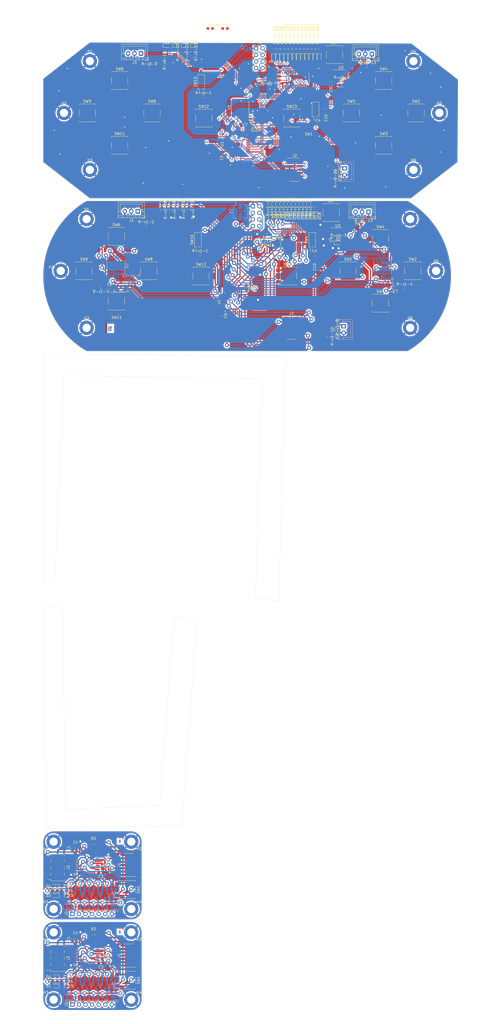
<source format=kicad_pcb>
(kicad_pcb (version 20221018) (generator pcbnew)
  (layers (0 "F.Cu" signal) (31 "B.Cu" signal) (34 "B.Paste" user) (35 "F.Paste" user) (36 "B.SilkS" user "B.Silkscreen") (37 "F.SilkS" user "F.Silkscreen") (38 "B.Mask" user) (39 "F.Mask" user) (44 "Edge.Cuts" user))
  (net 0 "")
  (net 1 "POWER-v0-_CHECK-v0-")
  (net 2 "GND-v0-")
  (net 3 "L-v0-i-ion-v0-")
  (net 4 "Net-(U3-BP)-v0-")
  (net 5 "Glob_Alim-v0-")
  (net 6 "Net-(D2-A)-v0-")
  (net 7 "Net-(D3-K)-v0-")
  (net 8 "Net-(D3-A)-v0-")
  (net 9 "Net-(D4-K)-v0-")
  (net 10 "Net-(D4-A)-v0-")
  (net 11 "Net-(D5-K)-v0-")
  (net 12 "Net-(D5-A)-v0-")
  (net 13 "Net-(D6-K)-v0-")
  (net 14 "Net-(D6-A)-v0-")
  (net 15 "Net-(D7-K)-v0-")
  (net 16 "Net-(D7-A)-v0-")
  (net 17 "Net-(D8-K)-v0-")
  (net 18 "Net-(D8-A)-v0-")
  (net 19 "Net-(D9-K)-v0-")
  (net 20 "Net-(D9-A)-v0-")
  (net 21 "Net-(D10-K)-v0-")
  (net 22 "Net-(D10-A)-v0-")
  (net 23 "Net-(D11-K)-v0-")
  (net 24 "Net-(D11-A)-v0-")
  (net 25 "Net-(D12-K)-v0-")
  (net 26 "Net-(D12-A)-v0-")
  (net 27 "Net-(D13-K)-v0-")
  (net 28 "Net-(D13-A)-v0-")
  (net 29 "Net-(D14-K)-v0-")
  (net 30 "Net-(D14-A)-v0-")
  (net 31 "Net-(D15-K)-v0-")
  (net 32 "Net-(D15-A)-v0-")
  (net 33 "Net-(D16-K)-v0-")
  (net 34 "Net-(D16-A)-v0-")
  (net 35 "Net-(D17-K)-v0-")
  (net 36 "Net-(D17-A)-v0-")
  (net 37 "Net-(D18-K)-v0-")
  (net 38 "Net-(D18-A)-v0-")
  (net 41 "SWDIO-v0-")
  (net 42 "SWDCK-v0-")
  (net 46 "R-v0-eset_Buton -v0-")
  (net 47 "USAR-v0-T2_R-v0-X-v0-")
  (net 48 "USAR-v0-T2_TX-v0-")
  (net 49 "NES{slash}SNES_switcher-v0-")
  (net 50 "R-v0-")
  (net 51 "A_Button-v0-")
  (net 52 "B_Button-v0-")
  (net 53 "X_Button-v0-")
  (net 54 "Y_Button-v0-")
  (net 55 "UC_Button-v0-")
  (net 56 "L-v0-C_Button-v0-")
  (net 57 "DIODE_SDA-v0-")
  (net 58 "R-v0-C_Button")
  (net 59 "L-v0-")
  (net 60 "DIODE_CL-v0-K")
  (net 61 "DC_Button-v0-")
  (net 62 "DIODE_OE-v0-")
  (net 63 "ST_Button-v0-")
  (net 64 "SE_Button-v0-")
  (net 65 "Order_Search-v0-")
  (net 66 "R-v0-X{slash}TX")
  (net 67 "Net-(C7-Pad1)-v0-")
  (net 68 "Pin_Clock-v0-")
  (net 69 "Digital_Out_Put-v0-")
  (net 70 "MOSI-v0-")
  (net 71 "GPIO_EX_CL-v0-K")
  (net 74 "GPIO_EX_SER-v0-IAL-v0-_DATA")
  (net 75 "Net-(U3-IN)-v0-")
  (net 76 "CSN_nR-v0-F24")
  (net 86 "Glob_Alim-v1-")
  (net 87 "GND-v1-")
  (net 88 "POWER-v1-_CHECK-v1-")
  (net 89 "L-v1-i-ion-v1-")
  (net 90 "Net-(C7-Pad1)-v1-")
  (net 91 "Net-(C8-Pad1)-v1-")
  (net 92 "Net-(U3-BP)-v1-")
  (net 93 "Net-(D2-A)-v1-")
  (net 94 "Net-(D3-K)-v1-")
  (net 95 "Net-(D3-A)-v1-")
  (net 96 "Net-(D4-K)-v1-")
  (net 97 "Net-(D4-A)-v1-")
  (net 98 "Net-(D5-K)-v1-")
  (net 99 "Net-(D5-A)-v1-")
  (net 100 "Net-(D6-K)-v1-")
  (net 101 "Net-(D6-A)-v1-")
  (net 102 "Net-(D7-K)-v1-")
  (net 103 "Net-(D7-A)-v1-")
  (net 104 "Net-(D8-K)-v1-")
  (net 105 "Net-(D8-A)-v1-")
  (net 106 "Net-(D9-K)-v1-")
  (net 107 "Net-(D9-A)-v1-")
  (net 108 "Net-(D10-K)-v1-")
  (net 109 "Net-(D10-A)-v1-")
  (net 110 "Net-(D11-K)-v1-")
  (net 111 "Net-(D11-A)-v1-")
  (net 112 "Net-(D12-K)-v1-")
  (net 113 "Net-(D12-A)-v1-")
  (net 114 "Net-(D13-K)-v1-")
  (net 115 "Net-(D13-A)-v1-")
  (net 116 "Net-(D14-K)-v1-")
  (net 117 "Net-(D14-A)-v1-")
  (net 118 "Net-(D15-K)-v1-")
  (net 119 "Net-(D15-A)-v1-")
  (net 120 "Net-(D16-K)-v1-")
  (net 121 "Net-(D16-A)-v1-")
  (net 122 "Net-(D17-K)-v1-")
  (net 123 "Net-(D17-A)-v1-")
  (net 124 "Net-(D18-K)-v1-")
  (net 125 "Net-(D18-A)-v1-")
  (net 128 "SWDIO-v1-")
  (net 129 "SWDCK-v1-")
  (net 133 "R-v1-eset_Buton -v1-")
  (net 134 "USAR-v1-T2_R-v1-X-v1-")
  (net 135 "USAR-v1-T2_TX-v1-")
  (net 136 "R-v1-")
  (net 137 "L-v1-")
  (net 138 "NES{slash}SNES_switcher-v1-")
  (net 139 "DIO{slash}EX_CL-v1-K")
  (net 140 "DIO{slash}EX_SDA-v1-")
  (net 141 "DIODE_OE-v1-")
  (net 142 "Net-(#FL-v1-G05-pwr)")
  (net 143 "A_Button-v1-")
  (net 144 "B_Button-v1-")
  (net 145 "X_Button-v1-")
  (net 146 "Y_Button-v1-")
  (net 147 "UC_Button-v1-")
  (net 148 "Order_Search-v1-")
  (net 149 "L-v1-C_Button")
  (net 150 "R-v1-C_Button")
  (net 151 "DC_Button-v1-")
  (net 152 "ST_Button-v1-")
  (net 153 "SE_Button-v1-")
  (net 158 "Pin_Clock-v1-")
  (net 159 "Digital_Out_Put-v1-")
  (net 160 "MOSI-v1-")
  (net 164 "R-v1-X{slash}TX")
  (net 166 "CSN_nR-v1-F24")
  (net 184 "+5V-v4-")
  (net 185 "GND-v4-")
  (net 186 "+3.3V-v4-")
  (net 187 "Net-(D1-K)-v4-")
  (net 189 "Net-(D3-K)-v4-")
  (net 190 "Status_LED-v4-")
  (net 191 "Data_Clock_SNES-v4-")
  (net 192 "Data_Latch_SNES-v4-")
  (net 193 "Net-(D2-K)-v4-")
  (net 194 "Serial_Data1_SNES-v4-")
  (net 195 "Serial_Data2_SNES-v4-")
  (net 196 "SPI_Chip_Select-v4-")
  (net 197 "Chip_Enable-v4-")
  (net 198 "SPI_Digital_Input-v4-")
  (net 199 "SPI_Clock-v4-")
  (net 200 "SPI_Digital_Output-v4-")
  (net 201 "IOBit_SNES-v4-")
  (net 202 "Data_Clock_STM32-v4-")
  (net 203 "Data_Latch_STM32-v4-")
  (net 204 "Appairing_Btn-v4-")
  (net 205 "Net-(U2-BP)-v4-")
  (net 206 "SWDIO-v4-")
  (net 207 "SWDCK-v4-")
  (net 210 "NRST-v4-")
  (net 211 "USART2_RX-v4-")
  (net 212 "USART2_TX-v4-")
  (net 213 "Serial_Data1_STM32-v4-")
  (net 214 "IOBit_STM32-v4-")
  (net 215 "Serial_Data2_STM32-v4-")
  (net 229 "+5V-v5-")
  (net 230 "GND-v5-")
  (net 231 "+3.3V-v5-")
  (net 232 "Net-(D1-K)-v5-")
  (net 234 "Net-(D3-K)-v5-")
  (net 235 "Status_LED-v5-")
  (net 236 "Data_Clock_SNES-v5-")
  (net 237 "Data_Latch_SNES-v5-")
  (net 238 "Net-(D2-K)-v5-")
  (net 239 "Serial_Data1_SNES-v5-")
  (net 240 "Serial_Data2_SNES-v5-")
  (net 241 "SPI_Chip_Select-v5-")
  (net 242 "Chip_Enable-v5-")
  (net 243 "SPI_Digital_Input-v5-")
  (net 244 "SPI_Clock-v5-")
  (net 245 "SPI_Digital_Output-v5-")
  (net 246 "IOBit_SNES-v5-")
  (net 247 "Data_Clock_STM32-v5-")
  (net 248 "Data_Latch_STM32-v5-")
  (net 249 "Appairing_Btn-v5-")
  (net 250 "Net-(U2-BP)-v5-")
  (net 251 "SWDIO-v5-")
  (net 252 "SWDCK-v5-")
  (net 255 "NRST-v5-")
  (net 256 "USART2_RX-v5-")
  (net 257 "USART2_TX-v5-")
  (net 258 "Serial_Data1_STM32-v5-")
  (net 259 "IOBit_STM32-v5-")
  (net 260 "Serial_Data2_STM32-v5-")
  (footprint "Capacitor_SMD:C_0603_1608Metric_Pad1.08x0.95mm_HandSolder" (layer "F.Cu") (at 81.724 34.171997 -90)
    (fp_text reference "C6")
    (fp_text value "10u")
  )
  (footprint "L-v0-ED_SMD:L-v0-ED_0603_1608Metric_Pad1.05x0.95mm_HandSolder" (layer "F.Cu") (at 94.225 6.524997 -90)
    (fp_text reference "D10")
    (fp_text value "G8")
  )
  (footprint "Button_Switch_SMD:SW_SPST_B3S-1000" (layer "F.Cu") (at 33 362.679823 180)
    (fp_text reference "SW1")
    (fp_text value "SW_SPST")
  )
  (footprint "L-v0-ED_SMD:L-v0-ED_0603_1608Metric_Pad1.05x0.95mm_HandSolder" (layer "F.Cu") (at 91.025 6.524997 -90)
    (fp_text reference "D8")
    (fp_text value "G6")
  )
  (footprint "Button_Switch_SMD:SW_SPST_B3S-1000" (layer "F.Cu") (at 143.238222 88.699997)
    (fp_text reference "SW2")
    (fp_text value "SW_Push")
  )
  (footprint "L-v1-ED_SMD:L-v1-ED_0603_1608Metric_Pad1.05x0.95mm_HandSolder" (layer "F.Cu") (at 102.613222 67.499997 -90)
    (fp_text reference "D16")
    (fp_text value "R-v1-2")
  )
  (footprint "Capacitor_SMD:C_0603_1608Metric_Pad1.08x0.95mm_HandSolder" (layer "F.Cu") (at 80.462222 95.171997 -90)
    (fp_text reference "C6")
    (fp_text value "10u")
  )
  (footprint "R-v0-esistor_SMD:R-v0-_0603_1608Metric_Pad0.98x0.95mm_HandSolder" (layer "F.Cu") (at 106.4 3.012497 90)
    (fp_text reference "R-v0-34")
    (fp_text value "1K")
  )
  (footprint "Package_SO:MSOP-8_3x3mm_P0.65mm" (layer "F.Cu") (at 114.238222 73.699997)
    (fp_text reference "U3")
    (fp_text value "MIC5219-3.3YMM")
  )
  (footprint "Capacitor_SMD:C_0603_1608Metric_Pad1.08x0.95mm_HandSolder" (layer "F.Cu") (at 13.3 311.679823 90)
    (fp_text reference "C4")
    (fp_text value "100n")
  )
  (footprint "Capacitor_SMD:C_0603_1608Metric_Pad1.08x0.95mm_HandSolder" (layer "F.Cu") (at 78.938222 95.171997 -90)
    (fp_text reference "C3")
    (fp_text value "100n")
  )
  (footprint "Connector_JST:JST_XH_B3B-XH-A_1x03_P2.50mm_Vertical" (layer "F.Cu") (at 36.988222 65.724997 180)
    (fp_text reference "J3")
    (fp_text value "Conn_01x03")
  )
  (footprint "Capacitor_SMD:C_0603_1608Metric_Pad1.08x0.95mm_HandSolder" (layer "F.Cu") (at 23.26 318.732323 90)
    (fp_text reference "C2")
    (fp_text value "100n")
  )
  (footprint "R-v0-esistor_SMD:R-v0-_0603_1608Metric_Pad0.98x0.95mm_HandSolder" (layer "F.Cu") (at 100.4 3.012497 90)
    (fp_text reference "R-v0-30")
    (fp_text value "1K")
  )
  (footprint "R-v1-esistor_SMD:R-v1-_0603_1608Metric_Pad0.98x0.95mm_HandSolder" (layer "F.Cu") (at 87.048222 74.799997 180)
    (fp_text reference "R-v1-16")
    (fp_text value "10K")
  )
  (footprint "Capacitor_SMD:C_0603_1608Metric_Pad1.08x0.95mm_HandSolder" (layer "F.Cu") (at 11.8 346.679823 90)
    (fp_text reference "C1")
    (fp_text value "10u")
  )
  (footprint "R-v0-esistor_SMD:R-v0-_0603_1608Metric_Pad0.98x0.95mm_HandSolder" (layer "F.Cu") (at 90.868 13.597997 180)
    (fp_text reference "R-v0-11")
    (fp_text value "10K")
  )
  (footprint "Connector_PinHeader_1.27mm:PinHeader_2x07_P1.27mm_Vertical_SMD" (layer "F.Cu") (at 33.5 353.179823 180)
    (fp_text reference "J1")
    (fp_text value "Conn_02x07_Odd_Even")
  )
  (footprint "R-v0-esistor_SMD:R-v0-_0603_1608Metric_Pad0.98x0.95mm_HandSolder" (layer "F.Cu") (at 54.55 4.174997 -90)
    (fp_text reference "R-v0-21")
    (fp_text value "1K")
  )
  (footprint "Connector_JST:JST_XH_B3B-XH-A_1x03_P2.50mm_Vertical" (layer "F.Cu") (at 127.404 4.961997 180)
    (fp_text reference "J4")
    (fp_text value "Conn_01x03")
  )
  (footprint "Connector_PinHeader_2.54mm:PinHeader_1x07_P2.54mm_Vertical" (layer "F.Cu") (at 11.75 372.079823 90)
    (fp_text reference "J2")
    (fp_text value "Conn_01x07_Socket")
  )
  (footprint "R-v1-esistor_SMD:R-v1-_0603_1608Metric_Pad0.98x0.95mm_HandSolder" (layer "F.Cu") (at 94.638222 64.012497 90)
    (fp_text reference "R-v1-27")
    (fp_text value "1K")
  )
  (footprint "R-v1-esistor_SMD:R-v1-_0603_1608Metric_Pad0.98x0.95mm_HandSolder" (layer "F.Cu") (at 88.638222 64.012497 90)
    (fp_text reference "R-v1-23")
    (fp_text value "1K")
  )
  (footprint "R-v0-esistor_SMD:R-v0-_0603_1608Metric_Pad0.98x0.95mm_HandSolder" (layer "F.Cu") (at 58.1 4.124997 -90)
    (fp_text reference "R-v0-22")
    (fp_text value "1K")
  )
  (footprint "R-v1-esistor_SMD:R-v1-_0603_1608Metric_Pad0.98x0.95mm_HandSolder" (layer "F.Cu") (at 85.048222 78.799997)
    (fp_text reference "R-v1-14")
    (fp_text value "10K")
  )
  (footprint "L-v0-ED_SMD:L-v0-ED_0603_1608Metric_Pad1.05x0.95mm_HandSolder" (layer "F.Cu") (at 95.825 6.524997 -90)
    (fp_text reference "D11")
    (fp_text value "O1")
  )
  (footprint "R-v1-esistor_SMD:R-v1-_0603_1608Metric_Pad0.98x0.95mm_HandSolder" (layer "F.Cu") (at 86.048222 77.299997 180)
    (fp_text reference "R-v1-11")
    (fp_text value "10K")
  )
  (footprint "Button_Switch_SMD:SW_SPST_B3S-1000" (layer "F.Cu") (at 95.238222 90.699997)
    (fp_text reference "SW13")
    (fp_text value "SW_Push")
  )
  (footprint "L-v0-ED_SMD:L-v0-ED_0603_1608Metric_Pad1.05x0.95mm_HandSolder" (layer "F.Cu") (at 105.475 6.499997 -90)
    (fp_text reference "D17")
    (fp_text value "R-v0-3")
  )
  (footprint "Connector_PinSocket_2.54mm:PinSocket_2x04_P2.54mm_Vertical_SMD" (layer "F.Cu") (at 6 354.179823 180)
    (fp_text reference "J3")
    (fp_text value "Conn_01x08_Socket")
  )
  (footprint "R-v1-esistor_SMD:R-v1-_0603_1608Metric_Pad0.98x0.95mm_HandSolder" (layer "F.Cu") (at 93.138222 64.012497 90)
    (fp_text reference "R-v1-26")
    (fp_text value "1K")
  )
  (footprint "R-v0-esistor_SMD:R-v0-_0603_1608Metric_Pad0.98x0.95mm_HandSolder" (layer "F.Cu") (at 91.4 3.012497 90)
    (fp_text reference "R-v0-24")
    (fp_text value "1K")
  )
  (footprint "Button_Switch_SMD:SW_SPST_B3S-1000" (layer "F.Cu") (at 30 40.199997)
    (fp_text reference "SW11")
    (fp_text value "SW_Push")
  )
  (footprint "Package_SO:SSOP-20_4.4x6.5mm_P0.65mm" (layer "F.Cu") (at 76.575 25.599997 90)
    (fp_text reference "U5")
    (fp_text value "PCF8574TS")
  )
  (footprint "L-v0-ED_SMD:L-v0-ED_0603_1608Metric_Pad1.05x0.95mm_HandSolder" (layer "F.Cu") (at 100.675 6.499997 -90)
    (fp_text reference "D14")
    (fp_text value "O4")
  )
  (footprint "R-v1-esistor_SMD:R-v1-_0603_1608Metric_Pad0.98x0.95mm_HandSolder" (layer "F.Cu") (at 40.238222 71.199997)
    (fp_text reference "R-v1-2")
    (fp_text value "1K")
  )
  (footprint "R-v0-esistor_SMD:R-v0-_0603_1608Metric_Pad0.98x0.95mm_HandSolder" (layer "F.Cu") (at 90.868 15.121997)
    (fp_text reference "R-v0-14")
    (fp_text value "10K")
  )
  (footprint "Capacitor_SMD:C_0603_1608Metric_Pad1.08x0.95mm_HandSolder" (layer "F.Cu") (at 111.55 15.599997 -90)
    (fp_text reference "C9")
    (fp_text value "470p")
  )
  (footprint "L-v1-ED_SMD:L-v1-ED_0603_1608Metric_Pad1.05x0.95mm_HandSolder" (layer "F.Cu") (at 91.363222 67.524997 -90)
    (fp_text reference "D9")
    (fp_text value "G7")
  )
  (footprint "Button_Switch_SMD:SW_SPST_B3S-1000" (layer "F.Cu") (at 28.738222 100.399997)
    (fp_text reference "SW11")
    (fp_text value "SW_Push")
  )
  (footprint "Package_SO:TSSOP-28_4.4x9.7mm_P0.65mm" (layer "F.Cu") (at 98.234 14.613997 90)
    (fp_text reference "U4")
    (fp_text value "PCA9685PW")
  )
  (footprint "R-v1-esistor_SMD:R-v1-_0603_1608Metric_Pad0.98x0.95mm_HandSolder" (layer "F.Cu") (at 124.238222 70.699997)
    (fp_text reference "R-v1-13")
    (fp_text value "1K")
  )
  (footprint "Connector_JST:JST_XH_B3B-XH-A_1x03_P2.50mm_Vertical" (layer "F.Cu") (at 38.25 4.724997 180)
    (fp_text reference "J3")
    (fp_text value "Conn_01x03")
  )
  (footprint "L-v0-ED_SMD:L-v0-ED_0603_1608Metric_Pad1.05x0.95mm_HandSolder" (layer "F.Cu") (at 102.275 6.499997 -90)
    (fp_text reference "D15")
    (fp_text value "R-v0-1")
  )
  (footprint "Button_Switch_SMD:SW_SPST_B3S-1000" (layer "F.Cu") (at 119.5 27.699997)
    (fp_text reference "SW5")
    (fp_text value "SW_Push")
  )
  (footprint "L-v1-ED_SMD:L-v1-ED_0603_1608Metric_Pad1.05x0.95mm_HandSolder" (layer "F.Cu") (at 50.738222 62.699997)
    (fp_text reference "D4")
    (fp_text value "G2")
  )
  (footprint "Package_SO:TSSOP-28_4.4x9.7mm_P0.65mm" (layer "F.Cu") (at 96.972222 75.613997 90)
    (fp_text reference "U4")
    (fp_text value "PCA9685PW")
  )
  (footprint "R-v0-esistor_SMD:R-v0-_0603_1608Metric_Pad0.98x0.95mm_HandSolder" (layer "F.Cu") (at 113.9 49.499997 -90)
    (fp_text reference "R-v0-9")
    (fp_text value "1M")
  )
  (footprint "Diode_SMD:D_0603_1608Metric_Pad1.05x0.95mm_HandSolder" (layer "F.Cu") (at 5.01875 363.179823 180)
    (fp_text reference "D3")
    (fp_text value "LED")
  )
  (footprint "L-v1-ED_SMD:L-v1-ED_0603_1608Metric_Pad1.05x0.95mm_HandSolder" (layer "F.Cu") (at 57.738222 62.699997)
    (fp_text reference "D6")
    (fp_text value "G4")
  )
  (footprint "R-v0-esistor_SMD:R-v0-_0603_1608Metric_Pad0.98x0.95mm_HandSolder" (layer "F.Cu") (at 101.9 3.012497 90)
    (fp_text reference "R-v0-31")
    (fp_text value "1K")
  )
  (footprint "R-v0-esistor_SMD:R-v0-_0603_1608Metric_Pad0.98x0.95mm_HandSolder" (layer "F.Cu") (at 104.9 3.012497 90)
    (fp_text reference "R-v0-33")
    (fp_text value "1K")
  )
  (footprint "L-v1-ED_SMD:L-v1-ED_0603_1608Metric_Pad1.05x0.95mm_HandSolder" (layer "F.Cu") (at 47.238222 62.699997)
    (fp_text reference "D3")
    (fp_text value "G1")
  )
  (footprint "MountingHole:MountingHole_3.2mm_M3_DIN965_Pad" (layer "F.Cu") (at 4.5 335.179823)
    (fp_text reference "H3")
    (fp_text value "MountingHole_Pad")
  )
  (footprint "L-v1-ED_SMD:L-v1-ED_0603_1608Metric_Pad1.05x0.95mm_HandSolder" (layer "F.Cu") (at 92.963222 67.524997 -90)
    (fp_text reference "D10")
    (fp_text value "G8")
  )
  (footprint "Resistor_SMD:R_0603_1608Metric_Pad0.98x0.95mm_HandSolder" (layer "F.Cu") (at 8.51875 326.379823)
    (fp_text reference "R1")
    (fp_text value "1k")
  )
  (footprint "Resistor_SMD:R_0603_1608Metric_Pad0.98x0.95mm_HandSolder" (layer "F.Cu") (at 19.92 310.249823 90)
    (fp_text reference "R2")
    (fp_text value "10k")
  )
  (footprint "R-v1-esistor_SMD:R-v1-_0603_1608Metric_Pad0.98x0.95mm_HandSolder" (layer "F.Cu") (at 140.050246 95.249997)
    (fp_text reference "R-v1-4")
    (fp_text value "1k")
  )
  (footprint "Resistor_SMD:R_0603_1608Metric_Pad0.98x0.95mm_HandSolder" (layer "F.Cu") (at 8.51875 361.379823)
    (fp_text reference "R1")
    (fp_text value "1k")
  )
  (footprint "Package_QFP:L-v0-QFP-32_7x7mm_P0.8mm" (layer "F.Cu") (at 75.5 39.699997 90)
    (fp_text reference "U1")
    (fp_text value "STM32L-v0-412KBTx")
  )
  (footprint "Diode_SMD:D_0603_1608Metric_Pad1.05x0.95mm_HandSolder" (layer "F.Cu") (at 5.01875 364.979823 180)
    (fp_text reference "D2")
    (fp_text value "LED_Small")
  )
  (footprint "R-v0-esistor_SMD:R-v0-_0603_1608Metric_Pad0.98x0.95mm_HandSolder" (layer "F.Cu") (at 125.5 9.699997)
    (fp_text reference "R-v0-13")
    (fp_text value "1K")
  )
  (footprint "R-v0-esistor_SMD:R-v0-_0603_1608Metric_Pad0.98x0.95mm_HandSolder" (layer "F.Cu") (at 103.4 3.012497 90)
    (fp_text reference "R-v0-32")
    (fp_text value "1K")
  )
  (footprint "R-v1-esistor_SMD:R-v1-_0603_1608Metric_Pad0.98x0.95mm_HandSolder" (layer "F.Cu") (at 90.138222 64.012497 90)
    (fp_text reference "R-v1-24")
    (fp_text value "1K")
  )
  (footprint "L-v0-ED_SMD:L-v0-ED_0603_1608Metric_Pad1.05x0.95mm_HandSolder" (layer "F.Cu") (at 92.625 6.524997 -90)
    (fp_text reference "D9")
    (fp_text value "G7")
  )
  (footprint "R-v0-esistor_SMD:R-v0-_0603_1608Metric_Pad0.98x0.95mm_HandSolder" (layer "F.Cu") (at 89.9 3.012497 90)
    (fp_text reference "R-v0-23")
    (fp_text value "1K")
  )
  (footprint "Diode_SMD:D_0603_1608Metric_Pad1.05x0.95mm_HandSolder" (layer "F.Cu") (at 5.01875 329.979823 180)
    (fp_text reference "D2")
    (fp_text value "LED_Small")
  )
  (footprint "Capacitor_SMD:C_0603_1608Metric_Pad1.08x0.95mm_HandSolder" (layer "F.Cu") (at 70.802 45.093997 90)
    (fp_text reference "C5")
    (fp_text value "100n")
  )
  (footprint "Button_Switch_SMD:SW_SPST_B3S-1000" (layer "F.Cu") (at 61.448222 90.699997)
    (fp_text reference "SW12")
    (fp_text value "SW_Push")
  )
  (footprint "Package_QFP:LQFP-32_7x7mm_P0.8mm" (layer "F.Cu") (at 17.35 317.079823 180)
    (fp_text reference "U1")
    (fp_text value "STM32L412KBTx")
  )
  (footprint "R-v1-esistor_SMD:R-v1-_0603_1608Metric_Pad0.98x0.95mm_HandSolder" (layer "F.Cu") (at 102.138222 64.012497 90)
    (fp_text reference "R-v1-32")
    (fp_text value "1K")
  )
  (footprint "MountingHole:MountingHole_3.2mm_M3_DIN965_Pad" (layer "F.Cu") (at 152.238222 88.699997)
    (fp_text reference "H5")
    (fp_text value "MountingHole_Pad")
  )
  (footprint "Connector_PinHeader_1.27mm:PinHeader_2x07_P1.27mm_Vertical_SMD" (layer "F.Cu") (at 33.5 318.179823 180)
    (fp_text reference "J1")
    (fp_text value "Conn_02x07_Odd_Even")
  )
  (footprint "MountingHole:MountingHole_3.2mm_M3_DIN965_Pad" (layer "F.Cu") (at 18.5 49.699997)
    (fp_text reference "H3")
    (fp_text value "MountingHole_Pad")
  )
  (footprint "Button_Switch_SMD:SW_SPST_B3S-1000" (layer "F.Cu") (at 28.738222 75.399997)
    (fp_text reference "SW6")
    (fp_text value "SW_Push")
  )
  (footprint "Package_SO:MSOP-8_3x3mm_P0.65mm" (layer "F.Cu") (at 115.5 12.699997)
    (fp_text reference "U3")
    (fp_text value "MIC5219-3.3YMM")
  )
  (footprint "R-v0-esistor_SMD:R-v0-_0603_1608Metric_Pad0.98x0.95mm_HandSolder" (layer "F.Cu") (at 95.9 3.012497 90)
    (fp_text reference "R-v0-27")
    (fp_text value "1K")
  )
  (footprint "R-v0-esistor_SMD:R-v0-_0603_1608Metric_Pad0.98x0.95mm_HandSolder" (layer "F.Cu") (at 92.9 3.012497 90)
    (fp_text reference "R-v0-25")
    (fp_text value "1K")
  )
  (footprint "R-v1-esistor_SMD:R-v1-_0603_1608Metric_Pad0.98x0.95mm_HandSolder" (layer "F.Cu") (at 110.638222 114.037497 -90)
    (fp_text reference "R-v1-10")
    (fp_text value "1M")
  )
  (footprint "MountingHole:MountingHole_3.2mm_M3_DIN965_Pad" (layer "F.Cu") (at 34.5 309.179823)
    (fp_text reference "H2")
    (fp_text value "MountingHole_Pad")
  )
  (footprint "MountingHole:MountingHole_3.2mm_M3_DIN965_Pad" (layer "F.Cu") (at 142.238222 110.699997)
    (fp_text reference "H6")
    (fp_text value "MountingHole_Pad")
  )
  (footprint "Button_Switch_SMD:SW_SPST_B3S-1000" (layer "F.Cu") (at 16.238222 88.699997)
    (fp_text reference "SW9")
    (fp_text value "SW_Push")
  )
  (footprint "MountingHole:MountingHole_3.2mm_M3_DIN965_Pad" (layer "F.Cu") (at 7.238222 88.699997)
    (fp_text reference "H2")
    (fp_text value "MountingHole_Pad")
  )
  (footprint "Connector_PinHeader_2.54mm:PinHeader_1x07_P2.54mm_Vertical" (layer "F.Cu") (at 11.75 337.079823 90)
    (fp_text reference "J2")
    (fp_text value "Conn_01x07_Socket")
  )
  (footprint "L-v1-ED_SMD:L-v1-ED_0603_1608Metric_Pad1.05x0.95mm_HandSolder" (layer "F.Cu") (at 114.498222 77.899997)
    (fp_text reference "D2")
    (fp_text value "L-v1-ED_Small")
  )
  (footprint "L-v1-ED_SMD:L-v1-ED_0603_1608Metric_Pad1.05x0.95mm_HandSolder" (layer "F.Cu") (at 94.563222 67.524997 -90)
    (fp_text reference "D11")
    (fp_text value "O1")
  )
  (footprint "R-v1-esistor_SMD:R-v1-_0603_1608Metric_Pad0.98x0.95mm_HandSolder" (layer "F.Cu") (at 22.746198 95.249997 180)
    (fp_text reference "R-v1-7")
    (fp_text value "1k")
  )
  (footprint "Capacitor_SMD:C_0603_1608Metric_Pad1.08x0.95mm_HandSolder" (layer "F.Cu") (at 136.550246 95.249997 180)
    (fp_text reference "C7")
    (fp_text value "100nF")
  )
  (footprint "Button_Switch_SMD:SW_SPST_B3S-1000" (layer "F.Cu") (at 144.5 27.699997)
    (fp_text reference "SW2")
    (fp_text value "SW_Push")
  )
  (footprint "Diode_SMD:D_0603_1608Metric_Pad1.05x0.95mm_HandSolder" (layer "F.Cu") (at 5.01875 326.379823 180)
    (fp_text reference "D1")
    (fp_text value "LED_Small")
  )
  (footprint "L-v1-ED_SMD:L-v1-ED_0603_1608Metric_Pad1.05x0.95mm_HandSolder" (layer "F.Cu") (at 97.813222 67.499997 -90)
    (fp_text reference "D13")
    (fp_text value "O3")
  )
  (footprint "Capacitor_SMD:C_0603_1608Metric_Pad1.08x0.95mm_HandSolder" (layer "F.Cu") (at 26.146198 95.249997)
    (fp_text reference "C8")
    (fp_text value "100nF")
  )
  (footprint "MountingHole:MountingHole_3.2mm_M3_DIN965_Pad" (layer "F.Cu") (at 142.238222 68.699997)
    (fp_text reference "H4")
    (fp_text value "MountingHole_Pad")
  )
  (footprint "R-v1-esistor_SMD:R-v1-_0603_1608Metric_Pad0.98x0.95mm_HandSolder" (layer "F.Cu") (at 53.288222 65.174997 -90)
    (fp_text reference "R-v1-21")
    (fp_text value "1K")
  )
  (footprint "MountingHole:MountingHole_3.2mm_M3_DIN965_Pad" (layer "F.Cu") (at 143.5 49.699997)
    (fp_text reference "H6")
    (fp_text value "MountingHole_Pad")
  )
  (footprint "Button_Switch_SMD:SW_SPST_B3S-1000" (layer "F.Cu") (at 42.5 27.699997)
    (fp_text reference "SW8")
    (fp_text value "SW_Push")
  )
  (footprint "Button_Switch_SMD:SW_SPST_B3S-1000" (layer "F.Cu") (at 96.5 29.699997)
    (fp_text reference "SW13")
    (fp_text value "SW_Push")
  )
  (footprint "L-v1-ED_SMD:L-v1-ED_0603_1608Metric_Pad1.05x0.95mm_HandSolder" (layer "F.Cu") (at 99.413222 67.499997 -90)
    (fp_text reference "D14")
    (fp_text value "O4")
  )
  (footprint "R-v0-esistor_SMD:R-v0-_0603_1608Metric_Pad0.98x0.95mm_HandSolder" (layer "F.Cu") (at 41.5 10.199997)
    (fp_text reference "R-v0-2")
    (fp_text value "1K")
  )
  (footprint "R-v0-esistor_SMD:R-v0-_0603_1608Metric_Pad0.98x0.95mm_HandSolder" (layer "F.Cu") (at 62.35 21.399997)
    (fp_text reference "R-v0-1")
    (fp_text value "1K")
  )
  (footprint "Diode_SMD:D_0603_1608Metric_Pad1.05x0.95mm_HandSolder" (layer "F.Cu") (at 5.01875 361.379823 180)
    (fp_text reference "D1")
    (fp_text value "LED_Small")
  )
  (footprint "Button_Switch_SMD:SW_SPST_B3S-1000" (layer "F.Cu") (at 118.238222 88.699997)
    (fp_text reference "SW5")
    (fp_text value "SW_Push")
  )
  (footprint "Capacitor_SMD:C_0603_1608Metric_Pad1.08x0.95mm_HandSolder" (layer "F.Cu") (at 23.26 315.429823 90)
    (fp_text reference "C5")
    (fp_text value "100n")
  )
  (footprint "R-v1-esistor_SMD:R-v1-_0603_1608Metric_Pad0.98x0.95mm_HandSolder" (layer "F.Cu") (at 112.638222 110.499997 -90)
    (fp_text reference "R-v1-9")
    (fp_text value "1M")
  )
  (footprint "R-v1-esistor_SMD:R-v1-_0603_1608Metric_Pad0.98x0.95mm_HandSolder" (layer "F.Cu") (at 61.088222 82.399997)
    (fp_text reference "R-v1-1")
    (fp_text value "1K")
  )
  (footprint "L-v0-ED_SMD:L-v0-ED_0603_1608Metric_Pad1.05x0.95mm_HandSolder" (layer "F.Cu") (at 59 1.699997)
    (fp_text reference "D6")
    (fp_text value "G4")
  )
  (footprint "Capacitor_SMD:C_0603_1608Metric_Pad1.08x0.95mm_HandSolder" (layer "F.Cu") (at 106.595 31.969997)
    (fp_text reference "C4")
    (fp_text value "1u")
  )
  (footprint "Capacitor_SMD:C_0603_1608Metric_Pad1.08x0.95mm_HandSolder" (layer "F.Cu") (at 108.233222 87.182497 -90)
    (fp_text reference "C10")
    (fp_text value "100nF")
  )
  (footprint "Connector_PinHeader_1.27mm:PinHeader_2x07_P1.27mm_Vertical_SMD" (layer "F.Cu") (at 96.363222 110.639997)
    (fp_text reference "J2")
    (fp_text value "Conn_02x07_Odd_Even")
  )
  (footprint "Connector_JST:JST_XH_B3B-XH-A_1x03_P2.50mm_Vertical" (layer "F.Cu") (at 126.142222 65.961997 180)
    (fp_text reference "J4")
    (fp_text value "Conn_01x03")
  )
  (footprint "Button_Switch_SMD:SW_SPST_B3S-1000" (layer "F.Cu") (at 17.5 27.699997)
    (fp_text reference "SW9")
    (fp_text value "SW_Push")
  )
  (footprint "L-v0-ED_SMD:L-v0-ED_0603_1608Metric_Pad1.05x0.95mm_HandSolder" (layer "F.Cu") (at 55.5 1.699997)
    (fp_text reference "D5")
    (fp_text value "G3")
  )
  (footprint "Button_Switch_SMD:SW_SPST_B3S-1000" (layer "F.Cu") (at 30 15.199997)
    (fp_text reference "SW6")
    (fp_text value "SW_Push")
  )
  (footprint "Button_Switch_SMD:SW_SPST_B3S-1000" (layer "F.Cu") (at 132 15.199997)
    (fp_text reference "SW4")
    (fp_text value "SW_Push")
  )
  (footprint "L-v1-ED_SMD:L-v1-ED_0603_1608Metric_Pad1.05x0.95mm_HandSolder" (layer "F.Cu") (at 101.013222 67.499997 -90)
    (fp_text reference "D15")
    (fp_text value "R-v1-1")
  )
  (footprint "MountingHole:MountingHole_3.2mm_M3_DIN965_Pad" (layer "F.Cu") (at 34.5 370.179823)
    (fp_text reference "H4")
    (fp_text value "MountingHole_Pad")
  )
  (footprint "R-v0-esistor_SMD:R-v0-_0603_1608Metric_Pad0.98x0.95mm_HandSolder" (layer "F.Cu") (at 82.9 29.587497 90)
    (fp_text reference "R-v0-4")
    (fp_text value "10k")
  )
  (footprint "L-v0-ED_SMD:L-v0-ED_0603_1608Metric_Pad1.05x0.95mm_HandSolder" (layer "F.Cu") (at 107.1 6.499997 -90)
    (fp_text reference "D18")
    (fp_text value "R-v0-4")
  )
  (footprint "Resistor_SMD:R_0603_1608Metric_Pad0.98x0.95mm_HandSolder" (layer "F.Cu") (at 19.92 345.249823 90)
    (fp_text reference "R2")
    (fp_text value "10k")
  )
  (footprint "Button_Switch_SMD:SW_SPST_B3S-1000" (layer "F.Cu") (at 130.738222 76.199997)
    (fp_text reference "SW4")
    (fp_text value "SW_Push")
  )
  (footprint "MountingHole:MountingHole_3.2mm_M3_DIN965_Pad" (layer "F.Cu") (at 4.5 344.179823)
    (fp_text reference "H1")
    (fp_text value "MountingHole_Pad")
  )
  (footprint "Resistor_SMD:R_0603_1608Metric_Pad0.98x0.95mm_HandSolder" (layer "F.Cu") (at 8.51875 363.179823)
    (fp_text reference "R4")
    (fp_text value "1k")
  )
  (footprint "R-v0-esistor_SMD:R-v0-_0603_1608Metric_Pad0.98x0.95mm_HandSolder" (layer "F.Cu") (at 94.4 3.012497 90)
    (fp_text reference "R-v0-26")
    (fp_text value "1K")
  )
  (footprint "Package_QFP:LQFP-32_7x7mm_P0.8mm" (layer "F.Cu") (at 17.35 352.079823 180)
    (fp_text reference "U1")
    (fp_text value "STM32L412KBTx")
  )
  (footprint "R-v0-esistor_SMD:R-v0-_0603_1608Metric_Pad0.98x0.95mm_HandSolder" (layer "F.Cu") (at 90.868 12.073997 180)
    (fp_text reference "R-v0-16")
    (fp_text value "10K")
  )
  (footprint "R-v1-esistor_SMD:R-v1-_0603_1608Metric_Pad0.98x0.95mm_HandSolder" (layer "F.Cu") (at 96.138222 64.012497 90)
    (fp_text reference "R-v1-28")
    (fp_text value "1K")
  )
  (footprint "Capacitor_SMD:C_0603_1608Metric_Pad1.08x0.95mm_HandSolder" (layer "F.Cu") (at 23.26 353.732323 90)
    (fp_text reference "C2")
    (fp_text value "100n")
  )
  (footprint "Button_Switch_SMD:SW_DIP_SPSTx01_Slide_Copal_CHS-01B_W7.62mm_P1.27mm" (layer "F.Cu") (at 104.408222 76.699997 90)
    (fp_text reference "SW1")
    (fp_text value "SW_DIP_x01")
  )
  (footprint "Capacitor_SMD:C_0603_1608Metric_Pad1.08x0.95mm_HandSolder" (layer "F.Cu") (at 109.495 26.182497 -90)
    (fp_text reference "C10")
    (fp_text value "100nF")
  )
  (footprint "Button_Switch_SMD:SW_SPST_B3S-1000" (layer "F.Cu") (at 33 327.679823 180)
    (fp_text reference "SW1")
    (fp_text value "SW_SPST")
  )
  (footprint "Package_QFP:L-v1-QFP-32_7x7mm_P0.8mm" (layer "F.Cu") (at 74.238222 100.699997 90)
    (fp_text reference "U1")
    (fp_text value "STM32L-v1-412KBTx")
  )
  (footprint "R-v0-esistor_SMD:R-v0-_0603_1608Metric_Pad0.98x0.95mm_HandSolder" (layer "F.Cu") (at 47.525 4.174997 -90)
    (fp_text reference "R-v0-18")
    (fp_text value "1K")
  )
  (footprint "R-v0-esistor_SMD:R-v0-_0603_1608Metric_Pad0.98x0.95mm_HandSolder" (layer "F.Cu") (at 97.4 3.012497 90)
    (fp_text reference "R-v0-28")
    (fp_text value "1K")
  )
  (footprint "Capacitor_SMD:C_0603_1608Metric_Pad1.08x0.95mm_HandSolder" (layer "F.Cu") (at 78.5 30.899997 180)
    (fp_text reference "C7")
    (fp_text value "100µF")
  )
  (footprint "L-v1-ED_SMD:L-v1-ED_0603_1608Metric_Pad1.05x0.95mm_HandSolder" (layer "F.Cu") (at 88.163222 67.524997 -90)
    (fp_text reference "D7")
    (fp_text value "G5")
  )
  (footprint "R-v1-esistor_SMD:R-v1-_0603_1608Metric_Pad0.98x0.95mm_HandSolder" (layer "F.Cu") (at 56.838222 65.124997 -90)
    (fp_text reference "R-v1-22")
    (fp_text value "1K")
  )
  (footprint "R-v0-esistor_SMD:R-v0-_0603_1608Metric_Pad0.98x0.95mm_HandSolder" (layer "F.Cu") (at 70.7 -4.900003)
    (fp_text reference "R-v0-5")
    (fp_text value "1K")
  )
  (footprint "MountingHole:MountingHole_3.2mm_M3_DIN965_Pad" (layer "F.Cu") (at 18.5 7.699997)
    (fp_text reference "H1")
    (fp_text value "MountingHole_Pad")
  )
  (footprint "MountingHole:MountingHole_3.2mm_M3_DIN965_Pad" (layer "F.Cu") (at 4.5 370.179823)
    (fp_text reference "H3")
    (fp_text value "MountingHole_Pad")
  )
  (footprint "R-v0-esistor_SMD:R-v0-_0603_1608Metric_Pad0.98x0.95mm_HandSolder" (layer "F.Cu") (at 98.9 3.012497 90)
    (fp_text reference "R-v0-29")
    (fp_text value "1K")
  )
  (footprint "Connector_PinHeader_2.54mm:PinHeader_2x04_P2.54mm_Vertical" (layer "F.Cu") (at 81.438222 63.759997)
    (fp_text reference "U2")
    (fp_text value "nR-v1-F24_Full")
  )
  (footprint "R-v1-esistor_SMD:R-v1-_0603_1608Metric_Pad0.98x0.95mm_HandSolder" (layer "F.Cu") (at 114.498222 76.375997)
    (fp_text reference "R-v1-3")
    (fp_text value "1K")
  )
  (footprint "L-v0-ED_SMD:L-v0-ED_0603_1608Metric_Pad1.05x0.95mm_HandSolder" (layer "F.Cu") (at 97.45 6.512497 -90)
    (fp_text reference "D12")
    (fp_text value "O2")
  )
  (footprint "Button_Switch_SMD:SW_SPST_B3S-1000" (layer "F.Cu") (at 62.5 29.699997)
    (fp_text reference "SW12")
    (fp_text value "SW_Push")
  )
  (footprint "Button_Switch_SMD:SW_SPST_B3S-1000" (layer "F.Cu") (at 130.738222 101.199997)
    (fp_text reference "SW3")
    (fp_text value "SW_Push")
  )
  (footprint "Diode_SMD:D_0603_1608Metric_Pad1.05x0.95mm_HandSolder" (layer "F.Cu") (at 5.01875 328.179823 180)
    (fp_text reference "D3")
    (fp_text value "LED")
  )
  (footprint "Resistor_SMD:R_0603_1608Metric_Pad0.98x0.95mm_HandSolder" (layer "F.Cu") (at 8.51875 329.979823)
    (fp_text reference "R3")
    (fp_text value "1k")
  )
  (footprint "L-v1-ED_SMD:L-v1-ED_0603_1608Metric_Pad1.05x0.95mm_HandSolder" (layer "F.Cu") (at 105.838222 67.499997 -90)
    (fp_text reference "D18")
    (fp_text value "R-v1-4")
  )
  (footprint "Resistor_SMD:R_0603_1608Metric_Pad0.98x0.95mm_HandSolder" (layer "F.Cu") (at 8.51875 364.979823)
    (fp_text reference "R3")
    (fp_text value "1k")
  )
  (footprint "Capacitor_SMD:C_0603_1608Metric_Pad1.08x0.95mm_HandSolder" (layer "F.Cu") (at 22.7525 321.119823)
    (fp_text reference "C3")
    (fp_text value "100n")
  )
  (footprint "L-v0-ED_SMD:L-v0-ED_0603_1608Metric_Pad1.05x0.95mm_HandSolder" (layer "F.Cu") (at 115.76 16.899997)
    (fp_text reference "D2")
    (fp_text value "L-v0-ED_Small")
  )
  (footprint "Connector_PinHeader_2.54mm:PinHeader_2x04_P2.54mm_Vertical" (layer "F.Cu") (at 82.7 2.759997)
    (fp_text reference "U2")
    (fp_text value "nR-v0-F24_Full")
  )
  (footprint "Capacitor_SMD:C_0603_1608Metric_Pad1.08x0.95mm_HandSolder" (layer "F.Cu") (at 23.26 350.429823 90)
    (fp_text reference "C5")
    (fp_text value "100n")
  )
  (footprint "R-v1-esistor_SMD:R-v1-_0603_1608Metric_Pad0.98x0.95mm_HandSolder" (layer "F.Cu") (at 91.608222 64.012497 90)
    (fp_text reference "R-v1-25")
    (fp_text value "1K")
  )
  (footprint "L-v0-ED_SMD:L-v0-ED_0603_1608Metric_Pad1.05x0.95mm_HandSolder" (layer "F.Cu") (at 99.075 6.499997 -90)
    (fp_text reference "D13")
    (fp_text value "O3")
  )
  (footprint "Capacitor_SMD:C_0603_1608Metric_Pad1.08x0.95mm_HandSolder" (layer "F.Cu") (at 69.540222 106.093997 -90)
    (fp_text reference "C5")
    (fp_text value "100n")
  )
  (footprint "Button_Switch_SMD:SW_DIP_SPSTx01_Slide_Copal_CHS-01B_W7.62mm_P1.27mm" (layer "F.Cu") (at 105.67 26.269997 90)
    (fp_text reference "SW1")
    (fp_text value "SW_DIP_x01")
  )
  (footprint "R-v0-esistor_SMD:R-v0-_0603_1608Metric_Pad0.98x0.95mm_HandSolder" (layer "F.Cu") (at 64.9875 -4.900003)
    (fp_text reference "R-v0-6")
    (fp_text value "1K")
  )
  (footprint "Resistor_SMD:R_0603_1608Metric_Pad0.98x0.95mm_HandSolder" (layer "F.Cu") (at 8.51875 328.179823)
    (fp_text reference "R4")
    (fp_text value "1k")
  )
  (footprint "R-v1-esistor_SMD:R-v1-_0603_1608Metric_Pad0.98x0.95mm_HandSolder" (layer "F.Cu") (at 103.638222 64.012497 90)
    (fp_text reference "R-v1-33")
    (fp_text value "1K")
  )
  (footprint "R-v1-esistor_SMD:R-v1-_0603_1608Metric_Pad0.98x0.95mm_HandSolder" (layer "F.Cu") (at 100.638222 64.012497 90)
    (fp_text reference "R-v1-31")
    (fp_text value "1K")
  )
  (footprint "Capacitor_SMD:C_0603_1608Metric_Pad1.08x0.95mm_HandSolder" (layer "F.Cu") (at 80.2 34.171997 -90)
    (fp_text reference "C3")
    (fp_text value "100n")
  )
  (footprint "R-v1-esistor_SMD:R-v1-_0603_1608Metric_Pad0.98x0.95mm_HandSolder" (layer "F.Cu") (at 99.138222 64.012497 90)
    (fp_text reference "R-v1-30")
    (fp_text value "1K")
  )
  (footprint "Capacitor_SMD:C_0603_1608Metric_Pad1.08x0.95mm_HandSolder" (layer "F.Cu") (at 113.9 53.037497 -90)
    (fp_text reference "C2")
    (fp_text value "1nF")
  )
  (footprint "L-v1-ED_SMD:L-v1-ED_0603_1608Metric_Pad1.05x0.95mm_HandSolder" (layer "F.Cu") (at 54.238222 62.699997)
    (fp_text reference "D5")
    (fp_text value "G3")
  )
  (footprint "MountingHole:MountingHole_3.2mm_M3_DIN965_Pad" (layer "F.Cu") (at 8.5 27.699997)
    (fp_text reference "H2")
    (fp_text value "MountingHole_Pad")
  )
  (footprint "Button_Switch_SMD:SW_SPST_B3S-1000" (layer "F.Cu") (at 113 5.199997)
    (fp_text reference "SW7")
    (fp_text value "SW_SPST")
  )
  (footprint "L-v1-ED_SMD:L-v1-ED_0603_1608Metric_Pad1.05x0.95mm_HandSolder" (layer "F.Cu") (at 104.213222 67.499997 -90)
    (fp_text reference "D17")
    (fp_text value "R-v1-3")
  )
  (footprint "Button_Switch_SMD:SW_DIP_SPSTx01_Slide_Copal_CHS-01B_W7.62mm_P1.27mm" (layer "F.Cu") (at 61.5 15.699997 90)
    (fp_text reference "SW10")
    (fp_text value "SW_DIP_x01")
  )
  (footprint "L-v0-ED_SMD:L-v0-ED_0603_1608Metric_Pad1.05x0.95mm_HandSolder" (layer "F.Cu") (at 48.5 1.699997)
    (fp_text reference "D3")
    (fp_text value "G1")
  )
  (footprint "L-v0-ED_SMD:L-v0-ED_0603_1608Metric_Pad1.05x0.95mm_HandSolder" (layer "F.Cu") (at 52 1.699997)
    (fp_text reference "D4")
    (fp_text value "G2")
  )
  (footprint "Button_Switch_SMD:SW_SPST_B3S-1000" (layer "F.Cu") (at 132 40.199997)
    (fp_text reference "SW3")
    (fp_text value "SW_Push")
  )
  (footprint "MountingHole:MountingHole_3.2mm_M3_DIN965_Pad" (layer "F.Cu") (at 153.5 27.699997)
    (fp_text reference "H5")
    (fp_text value "MountingHole_Pad")
  )
  (footprint "Capacitor_SMD:C_0603_1608Metric_Pad1.08x0.95mm_HandSolder" (layer "F.Cu") (at 22.7525 356.119823)
    (fp_text reference "C3")
    (fp_text value "100n")
  )
  (footprint "Connector_PinHeader_1.27mm:PinHeader_2x07_P1.27mm_Vertical_SMD" (layer "F.Cu") (at 97.625 49.639997)
    (fp_text reference "J2")
    (fp_text value "Conn_02x07_Odd_Even")
  )
  (footprint "R-v0-esistor_SMD:R-v0-_0603_1608Metric_Pad0.98x0.95mm_HandSolder" (layer "F.Cu") (at 115.76 15.375997)
    (fp_text reference "R-v0-3")
    (fp_text value "1K")
  )
  (footprint "R-v1-esistor_SMD:R-v1-_0603_1608Metric_Pad0.98x0.95mm_HandSolder" (layer "F.Cu") (at 49.763222 65.199997 -90)
    (fp_text reference "R-v1-20")
    (fp_text value "1K")
  )
  (footprint "R-v0-esistor_SMD:R-v0-_0603_1608Metric_Pad0.98x0.95mm_HandSolder" (layer "F.Cu") (at 51.025 4.199997 -90)
    (fp_text reference "R-v0-20")
    (fp_text value "1K")
  )
  (footprint "R-v1-esistor_SMD:R-v1-_0603_1608Metric_Pad0.98x0.95mm_HandSolder" (layer "F.Cu") (at 105.138222 64.012497 90)
    (fp_text reference "R-v1-34")
    (fp_text value "1K")
  )
  (footprint "R-v0-esistor_SMD:R-v0-_0603_1608Metric_Pad0.98x0.95mm_HandSolder" (layer "F.Cu") (at 111.9 53.037497 -90)
    (fp_text reference "R-v0-10")
    (fp_text value "1M")
  )
  (footprint "L-v1-ED_SMD:L-v1-ED_0603_1608Metric_Pad1.05x0.95mm_HandSolder" (layer "F.Cu") (at 96.198222 67.512497 -90)
    (fp_text reference "D12")
    (fp_text value "O2")
  )
  (footprint "Button_Switch_SMD:SW_SPST_B3S-1000" (layer "F.Cu") (at 41.238222 88.699997)
    (fp_text reference "SW8")
    (fp_text value "SW_Push")
  )
  (footprint "R-v1-esistor_SMD:R-v1-_0603_1608Metric_Pad0.98x0.95mm_HandSolder" (layer "F.Cu") (at 97.638222 64.012497 90)
    (fp_text reference "R-v1-29")
    (fp_text value "1K")
  )
  (footprint "Button_Switch_SMD:SW_SPST_B3S-1000" (layer "F.Cu") (at 111.738222 66.199997)
    (fp_text reference "SW7")
    (fp_text value "SW_SPST")
  )
  (footprint "MountingHole:MountingHole_3.2mm_M3_DIN965_Pad" (layer "F.Cu") (at 17.238222 110.699997)
    (fp_text reference "H3")
    (fp_text value "MountingHole_Pad")
  )
  (footprint "Capacitor_SMD:C_0603_1608Metric_Pad1.08x0.95mm_HandSolder" (layer "F.Cu") (at 105.333222 82.399997)
    (fp_text reference "C4")
    (fp_text value "1u")
  )
  (footprint "Capacitor_SMD:C_0603_1608Metric_Pad1.08x0.95mm_HandSolder" (layer "F.Cu") (at 13.3 346.679823 90)
    (fp_text reference "C4")
    (fp_text value "100n")
  )
  (footprint "L-v0-ED_SMD:L-v0-ED_0603_1608Metric_Pad1.05x0.95mm_HandSolder" (layer "F.Cu") (at 103.875 6.499997 -90)
    (fp_text reference "D16")
    (fp_text value "R-v0-2")
  )
  (footprint "Button_Switch_SMD:SW_DIP_SPSTx01_Slide_Copal_CHS-01B_W7.62mm_P1.27mm" (layer "F.Cu") (at 60.238222 76.699997 90)
    (fp_text reference "SW10")
    (fp_text value "SW_DIP_x01")
  )
  (footprint "MountingHole:MountingHole_3.2mm_M3_DIN965_Pad" (layer "F.Cu") (at 34.5 344.179823)
    (fp_text reference "H2")
    (fp_text value "MountingHole_Pad")
  )
  (footprint "Capacitor_SMD:C_0603_1608Metric_Pad1.08x0.95mm_HandSolder" (layer "F.Cu") (at 110.288222 76.599997 -90)
    (fp_text reference "C9")
    (fp_text value "470p")
  )
  (footprint "MountingHole:MountingHole_3.2mm_M3_DIN965_Pad" (layer "F.Cu") (at 34.5 335.179823)
    (fp_text reference "H4")
    (fp_text value "MountingHole_Pad")
  )
  (footprint "L-v0-ED_SMD:L-v0-ED_0603_1608Metric_Pad1.05x0.95mm_HandSolder" (layer "F.Cu") (at 89.425 6.524997 -90)
    (fp_text reference "D7")
    (fp_text value "G5")
  )
  (footprint "R-v1-esistor_SMD:R-v1-_0603_1608Metric_Pad0.98x0.95mm_HandSolder" (layer "F.Cu") (at 46.263222 65.174997 -90)
    (fp_text reference "R-v1-18")
    (fp_text value "1K")
  )
  (footprint "MountingHole:MountingHole_3.2mm_M3_DIN965_Pad" (layer "F.Cu") (at 4.5 309.179823)
    (fp_text reference "H1")
    (fp_text value "MountingHole_Pad")
  )
  (footprint "Connector_PinSocket_2.54mm:PinSocket_2x04_P2.54mm_Vertical_SMD" (layer "F.Cu") (at 6 319.179823 180)
    (fp_text reference "J3")
    (fp_text value "Conn_01x08_Socket")
  )
  (footprint "Capacitor_SMD:C_0603_1608Metric_Pad1.08x0.95mm_HandSolder" (layer "F.Cu") (at 112.638222 114.037497 -90)
    (fp_text reference "C2")
    (fp_text value "1nF")
  )
  (footprint "L-v1-ED_SMD:L-v1-ED_0603_1608Metric_Pad1.05x0.95mm_HandSolder" (layer "F.Cu") (at 89.762222 67.524997 -90)
    (fp_text reference "D8")
    (fp_text value "G6")
  )
  (footprint "Capacitor_SMD:C_0603_1608Metric_Pad1.08x0.95mm_HandSolder" (layer "F.Cu") (at 11.8 311.679823 90)
    (fp_text reference "C1")
    (fp_text value "10u")
  )
  (footprint "MountingHole:MountingHole_3.2mm_M3_DIN965_Pad" (layer "F.Cu") (at 17.238222 68.699997)
    (fp_text reference "H1")
    (fp_text value "MountingHole_Pad")
  )
  (footprint "MountingHole:MountingHole_3.2mm_M3_DIN965_Pad" (layer "F.Cu") (at 143.5 7.699997)
    (fp_text reference "H4")
    (fp_text value "MountingHole_Pad")
  )
  (footprint "R-v1-esistor_SMD:R-v1-_0603_1608Metric_Pad0.98x0.95mm_HandSolder" (layer "B.Cu") (at 131.648222 91.799997)
    (fp_text reference "R-v1-6")
    (fp_text value "10K")
  )
  (footprint "Package_SO:MSOP-8_3x3mm_P0.65mm" (layer "B.Cu") (at 27.7625 366.829823 -90)
    (fp_text reference "U2")
    (fp_text value "MIC5219-3.3YMM")
  )
  (footprint "Package_TO_SOT_SMD:SOT-23" (layer "B.Cu") (at 10.45 330.079823 -90)
    (fp_text reference "Q1")
    (fp_text value "2N7002")
  )
  (footprint "Resistor_SMD:R_0603_1608Metric_Pad0.98x0.95mm_HandSolder" (layer "B.Cu") (at 13.9 327.379823)
    (fp_text reference "R6")
    (fp_text value "10k")
  )
  (footprint "Resistor_SMD:R_0603_1608Metric_Pad0.98x0.95mm_HandSolder" (layer "B.Cu") (at 20.8 327.379823)
    (fp_text reference "R8")
    (fp_text value "10k")
  )
  (footprint "Package_TO_SOT_SMD:SOT-23" (layer "B.Cu") (at 20.8 365.079823 -90)
    (fp_text reference "Q4")
    (fp_text value "2N7002")
  )
  (footprint "Resistor_SMD:R_0603_1608Metric_Pad0.98x0.95mm_HandSolder" (layer "B.Cu") (at 17.35 369.279823)
    (fp_text reference "R12")
    (fp_text value "10k")
  )
  (footprint "Resistor_SMD:R_0603_1608Metric_Pad0.98x0.95mm_HandSolder" (layer "B.Cu") (at 13.9 334.279823)
    (fp_text reference "R11")
    (fp_text value "10k")
  )
  (footprint "Package_TO_SOT_SMD:SOT-23" (layer "B.Cu") (at 13.9 365.079823 -90)
    (fp_text reference "Q2")
    (fp_text value "2N7002")
  )
  (footprint "Package_SO:SSOP-20_4.4x6.5mm_P0.65mm" (layer "B.Cu") (at 131.548222 86.799997 90)
    (fp_text reference "U6")
    (fp_text value "PCF8574TS")
  )
  (footprint "Capacitor_SMD:C_0603_1608Metric_Pad1.08x0.95mm_HandSolder" (layer "B.Cu") (at 27.65 362.629823 180)
    (fp_text reference "C6")
    (fp_text value "470p")
  )
  (footprint "Resistor_SMD:R_0603_1608Metric_Pad0.98x0.95mm_HandSolder" (layer "B.Cu") (at 24.25 369.279823)
    (fp_text reference "R14")
    (fp_text value "10k")
  )
  (footprint "Package_TO_SOT_SMD:SOT-23" (layer "B.Cu") (at 24.25 330.079823 -90)
    (fp_text reference "Q5")
    (fp_text value "2N7002")
  )
  (footprint "Resistor_SMD:R_0603_1608Metric_Pad0.98x0.95mm_HandSolder" (layer "B.Cu") (at 13.9 369.279823)
    (fp_text reference "R11")
    (fp_text value "10k")
  )
  (footprint "Package_TO_SOT_SMD:SOT-23" (layer "B.Cu") (at 17.35 365.079823 -90)
    (fp_text reference "Q3")
    (fp_text value "2N7002")
  )
  (footprint "Package_TO_SOT_SMD:SOT-23" (layer "B.Cu") (at 13.9 330.079823 -90)
    (fp_text reference "Q2")
    (fp_text value "2N7002")
  )
  (footprint "Resistor_SMD:R_0603_1608Metric_Pad0.98x0.95mm_HandSolder" (layer "B.Cu") (at 10.45 327.379823)
    (fp_text reference "R5")
    (fp_text value "10k")
  )
  (footprint "Resistor_SMD:R_0603_1608Metric_Pad0.98x0.95mm_HandSolder" (layer "B.Cu") (at 24.25 334.279823)
    (fp_text reference "R14")
    (fp_text value "10k")
  )
  (footprint "Package_TO_SOT_SMD:SOT-23" (layer "B.Cu") (at 24.25 365.079823 -90)
    (fp_text reference "Q5")
    (fp_text value "2N7002")
  )
  (footprint "Resistor_SMD:R_0603_1608Metric_Pad0.98x0.95mm_HandSolder" (layer "B.Cu") (at 10.45 334.279823)
    (fp_text reference "R10")
    (fp_text value "10k")
  )
  (footprint "Package_SO:MSOP-8_3x3mm_P0.65mm" (layer "B.Cu") (at 27.7625 331.829823 -90)
    (fp_text reference "U2")
    (fp_text value "MIC5219-3.3YMM")
  )
  (footprint "Resistor_SMD:R_0603_1608Metric_Pad0.98x0.95mm_HandSolder" (layer "B.Cu") (at 24.25 327.379823)
    (fp_text reference "R9")
    (fp_text value "10k")
  )
  (footprint "Package_SO:SSOP-20_4.4x6.5mm_P0.65mm" (layer "B.Cu") (at 28.548222 86.799997 90)
    (fp_text reference "U5")
    (fp_text value "PCF8574TS")
  )
  (footprint "Resistor_SMD:R_0603_1608Metric_Pad0.98x0.95mm_HandSolder" (layer "B.Cu") (at 10.45 369.279823)
    (fp_text reference "R10")
    (fp_text value "10k")
  )
  (footprint "Resistor_SMD:R_0603_1608Metric_Pad0.98x0.95mm_HandSolder" (layer "B.Cu") (at 10.45 362.379823)
    (fp_text reference "R5")
    (fp_text value "10k")
  )
  (footprint "Resistor_SMD:R_0603_1608Metric_Pad0.98x0.95mm_HandSolder" (layer "B.Cu") (at 20.8 334.279823)
    (fp_text reference "R13")
    (fp_text value "10k")
  )
  (footprint "Package_TO_SOT_SMD:SOT-23" (layer "B.Cu") (at 20.8 330.079823 -90)
    (fp_text reference "Q4")
    (fp_text value "2N7002")
  )
  (footprint "Capacitor_SMD:CP_Elec_5x5.4" (layer "B.Cu") (at 76.668222 65.669997 -90)
    (fp_text reference "C1")
    (fp_text value "22uF")
  )
  (footprint "Resistor_SMD:R_0603_1608Metric_Pad0.98x0.95mm_HandSolder" (layer "B.Cu") (at 13.9 362.379823)
    (fp_text reference "R6")
    (fp_text value "10k")
  )
  (footprint "Resistor_SMD:R_0603_1608Metric_Pad0.98x0.95mm_HandSolder" (layer "B.Cu") (at 20.8 369.279823)
    (fp_text reference "R13")
    (fp_text value "10k")
  )
  (footprint "Resistor_SMD:R_0603_1608Metric_Pad0.98x0.95mm_HandSolder" (layer "B.Cu") (at 20.8 362.379823)
    (fp_text reference "R8")
    (fp_text value "10k")
  )
  (footprint "Resistor_SMD:R_0603_1608Metric_Pad0.98x0.95mm_HandSolder" (layer "B.Cu") (at 24.25 362.379823)
    (fp_text reference "R9")
    (fp_text value "10k")
  )
  (footprint "R-v1-esistor_SMD:R-v1-_0603_1608Metric_Pad0.98x0.95mm_HandSolder" (layer "B.Cu") (at 30.548222 94.299997 90)
    (fp_text reference "R-v1-8")
    (fp_text value "10K")
  )
  (footprint "Package_TO_SOT_SMD:SOT-23" (layer "B.Cu") (at 17.35 330.079823 -90)
    (fp_text reference "Q3")
    (fp_text value "2N7002")
  )
  (footprint "Resistor_SMD:R_0603_1608Metric_Pad0.98x0.95mm_HandSolder" (layer "B.Cu") (at 17.35 327.379823)
    (fp_text reference "R7")
    (fp_text value "10k")
  )
  (footprint "Package_TO_SOT_SMD:SOT-23" (layer "B.Cu") (at 10.45 365.079823 -90)
    (fp_text reference "Q1")
    (fp_text value "2N7002")
  )
  (footprint "Resistor_SMD:R_0603_1608Metric_Pad0.98x0.95mm_HandSolder" (layer "B.Cu") (at 17.35 362.379823)
    (fp_text reference "R7")
    (fp_text value "10k")
  )
  (footprint "Capacitor_SMD:C_0603_1608Metric_Pad1.08x0.95mm_HandSolder" (layer "B.Cu") (at 27.65 327.629823 180)
    (fp_text reference "C6")
    (fp_text value "470p")
  )
  (footprint "Capacitor_SMD:C_0603_1608Metric_Pad1.08x0.95mm_HandSolder" (layer "B.Cu") (at 27.65 361.129823 180)
    (fp_text reference "C7")
    (fp_text value "2.2u")
  )
  (footprint "Connector_JST:JST_XH_B2B-XH-A_1x02_P2.50mm_Vertical" (layer "B.Cu") (at 116.9 49.099997 -90)
    (fp_text reference "J1")
    (fp_text value "Conn_01x02")
  )
  (footprint "Connector_JST:JST_XH_B2B-XH-A_1x02_P2.50mm_Vertical" (layer "B.Cu") (at 116.513222 110.099997 -90)
    (fp_text reference "J1")
    (fp_text value "Conn_01x02")
  )
  (footprint "Capacitor_SMD:C_0603_1608Metric_Pad1.08x0.95mm_HandSolder" (layer "B.Cu") (at 27.65 326.129823 180)
    (fp_text reference "C7")
    (fp_text value "2.2u")
  )
  (footprint "R-v1-esistor_SMD:R-v1-_0603_1608Metric_Pad0.98x0.95mm_HandSolder" (layer "B.Cu") (at 134.048222 94.299997 90)
    (fp_text reference "R-v1-5")
    (fp_text value "10K")
  )
  (footprint "R-v1-esistor_SMD:R-v1-_0603_1608Metric_Pad0.98x0.95mm_HandSolder" (layer "B.Cu") (at 34.548222 91.999997 180)
    (fp_text reference "R-v1-12")
    (fp_text value "10K")
  )
  (footprint "Resistor_SMD:R_0603_1608Metric_Pad0.98x0.95mm_HandSolder" (layer "B.Cu") (at 17.35 334.279823)
    (fp_text reference "R12")
    (fp_text value "10k")
  )
  (footprint "Capacitor_SMD:C_0603_1608Metric_Pad1.08x0.95mm_HandSolder" (layer "B.Cu") (at 78.9 2.562497 -90)
    (fp_text reference "C1")
    (fp_text value "100uF")
  )
  (gr_line (start 17.238222 61.699997) (end 141.238222 61.699997) (stroke (width 0.1)) (layer "Edge.Cuts"))
  (gr_line (start 0.499965 219.180027) (end 1.499965 304.180027) (stroke (width 0.05)) (layer "Edge.Cuts"))
  (gr_line (start 0.999992 120.699968) (end 93.999992 121.699968) (stroke (width 0.05)) (layer "Edge.Cuts"))
  (gr_line (start 50.999965 222.180027) (end 45.499965 295.180027) (stroke (width 0.05)) (layer "Edge.Cuts"))
  (gr_arc (start 38.5 335.179823) (mid 37.328427 338.00825) (end 34.5 339.179823) (stroke (width 0.1)) (layer "Edge.Cuts"))
  (gr_line (start 160.7 14.799997) (end 160.5 46.699997) (stroke (width 0.1)) (layer "Edge.Cuts"))
  (gr_arc (start 34.5 305.179823) (mid 37.328427 306.351396) (end 38.5 309.179823) (stroke (width 0.1)) (layer "Edge.Cuts"))
  (gr_line (start 4.999992 207.199968) (end 0.499992 209.199968) (stroke (width 0.05)) (layer "Edge.Cuts"))
  (gr_line (start 0.5 14.499997) (end 18.5 0.499997) (stroke (width 0.1)) (layer "Edge.Cuts"))
  (gr_line (start 93.999992 121.699968) (end 91.499992 216.199968) (stroke (width 0.05)) (layer "Edge.Cuts"))
  (gr_line (start 0.499992 209.199968) (end 0.999992 120.699968) (stroke (width 0.05)) (layer "Edge.Cuts"))
  (gr_line (start 8.499992 129.199968) (end 4.999992 207.199968) (stroke (width 0.05)) (layer "Edge.Cuts"))
  (gr_line (start 0.5 370.179823) (end 0.5 344.179823) (stroke (width 0.1)) (layer "Edge.Cuts"))
  (gr_arc (start 0.5 344.179823) (mid 1.671573 341.351396) (end 4.5 340.179823) (stroke (width 0.1)) (layer "Edge.Cuts"))
  (gr_line (start 0.5 335.179823) (end 0.5 309.179823) (stroke (width 0.1)) (layer "Edge.Cuts"))
  (gr_line (start 1.499965 304.180027) (end 53.999965 302.680027) (stroke (width 0.05)) (layer "Edge.Cuts"))
  (gr_arc (start 0.5 309.179823) (mid 1.671573 306.351396) (end 4.5 305.179823) (stroke (width 0.1)) (layer "Edge.Cuts"))
  (gr_line (start 7.999965 217.180027) (end 0.499965 219.180027) (stroke (width 0.05)) (layer "Edge.Cuts"))
  (gr_line (start 45.499965 295.180027) (end 8.999965 296.680027) (stroke (width 0.05)) (layer "Edge.Cuts"))
  (gr_arc (start 17.238222 119.699997) (mid 0.495065 90.699997) (end 17.238222 61.699997) (stroke (width 0.05)) (layer "Edge.Cuts"))
  (gr_line (start 84.999992 130.199968) (end 8.499992 129.199968) (stroke (width 0.05)) (layer "Edge.Cuts"))
  (gr_line (start 142.7 0.899997) (end 160.7 14.799997) (stroke (width 0.1)) (layer "Edge.Cuts"))
  (gr_line (start 34.5 374.179823) (end 4.5 374.179823) (stroke (width 0.1)) (layer "Edge.Cuts"))
  (gr_line (start 4.5 305.179823) (end 34.5 305.179823) (stroke (width 0.1)) (layer "Edge.Cuts"))
  (gr_arc (start 34.5 340.179823) (mid 37.328427 341.351396) (end 38.5 344.179823) (stroke (width 0.1)) (layer "Edge.Cuts"))
  (gr_line (start 38.5 309.179823) (end 38.5 335.179823) (stroke (width 0.1)) (layer "Edge.Cuts"))
  (gr_line (start 17.238222 119.699997) (end 141.238222 119.699997) (stroke (width 0.1)) (layer "Edge.Cuts"))
  (gr_line (start 8.999965 296.680027) (end 7.999965 217.180027) (stroke (width 0.05)) (layer "Edge.Cuts"))
  (gr_line (start 53.999965 302.680027) (end 59.999965 223.180027) (stroke (width 0.05)) (layer "Edge.Cuts"))
  (gr_arc (start 141.238222 61.699997) (mid 157.981379 90.699997) (end 141.238222 119.699997) (stroke (width 0.05)) (layer "Edge.Cuts"))
  (gr_line (start 18.5 0.499997) (end 142.7 0.899997) (stroke (width 0.1)) (layer "Edge.Cuts"))
  (gr_line (start 4.5 340.179823) (end 34.5 340.179823) (stroke (width 0.1)) (layer "Edge.Cuts"))
  (gr_line (start 34.5 339.179823) (end 4.5 339.179823) (stroke (width 0.1)) (layer "Edge.Cuts"))
  (gr_arc (start 4.5 339.179823) (mid 1.671573 338.00825) (end 0.5 335.179823) (stroke (width 0.1)) (layer "Edge.Cuts"))
  (gr_line (start 142.5 60.699997) (end 18.5 60.699997) (stroke (width 0.1)) (layer "Edge.Cuts"))
  (gr_arc (start 4.5 374.179823) (mid 1.671573 373.00825) (end 0.5 370.179823) (stroke (width 0.1)) (layer "Edge.Cuts"))
  (gr_arc (start 38.5 370.179823) (mid 37.328427 373.00825) (end 34.5 374.179823) (stroke (width 0.1)) (layer "Edge.Cuts"))
  (gr_line (start 82.499992 215.199968) (end 84.999992 130.199968) (stroke (width 0.05)) (layer "Edge.Cuts"))
  (gr_line (start 18.5 60.699997) (end 0.5 46.699997) (stroke (width 0.1)) (layer "Edge.Cuts"))
  (gr_line (start 0.5 46.699997) (end 0.5 14.499997) (stroke (width 0.1)) (layer "Edge.Cuts"))
  (gr_line (start 91.499992 216.199968) (end 82.499992 215.199968) (stroke (width 0.05)) (layer "Edge.Cuts"))
  (gr_line (start 160.5 46.699997) (end 142.5 60.699997) (stroke (width 0.1)) (layer "Edge.Cuts"))
  (gr_line (start 38.5 344.179823) (end 38.5 370.179823) (stroke (width 0.1)) (layer "Edge.Cuts"))
  (gr_line (start 59.999965 223.180027) (end 50.999965 222.180027) (stroke (width 0.05)) (layer "Edge.Cuts"))
  (gr_text "SNES Plug" (at 22.5 307.679823) (layer "F.Cu") (effects (font (size 1 1)) (justify left bottom)))
  (gr_text "SNES Plug" (at 22.5 342.679823) (layer "F.Cu") (effects (font (size 1 1)) (justify left bottom)))
  (gr_text "T" (at 29.5 309.679823) (layer "F.Cu") (effects (font (size 1 1)) (justify left bottom)))
  (gr_text "T" (at 25.868222 112.079997) (layer "F.Cu") (effects (font (size 1.5 1.5) (thickness 0.3) bold) (justify left bottom)))
  (gr_text "T" (at 29.5 344.679823) (layer "F.Cu") (effects (font (size 1 1)) (justify left bottom)))
  (gr_text "B" (at 27.148222 112.009997) (layer "B.Cu") (effects (font (size 1.5 1.5) (thickness 0.3) bold) (justify left bottom mirror)))
  (gr_text "B" (at 29.5 309.679823) (layer "B.Cu") (effects (font (size 1 1)) (justify left bottom)))
  (gr_text "B" (at 29.5 344.679823) (layer "B.Cu") (effects (font (size 1 1)) (justify left bottom)))
  (gr_text_box "AUR-v1-IAC	BIEHL-v1-ER-v1-\nHUBER-v1-T	MASSIN\nPHETSINOR-v1-ATH\n" (start 35.688222 107.799997) (end 59.008222 116.809997) (layer "F.Cu") (effects (font (size 1.5 1.5) (thickness 0.3) bold) (justify left top)) (stroke (width 0.2)))
  (segment (start 71.325 38.499997) (end 76.625402 38.499997) (width 0.25) (layer "F.Cu") (net 1))
  (segment (start 76.625402 38.499997) (end 77.147701 37.977698) (width 0.25) (layer "F.Cu") (net 1))
  (segment (start 103.4435 39.955997) (end 89.148 39.955997) (width 0.25) (layer "F.Cu") (net 1))
  (segment (start 113.85 52.124997) (end 113.9 52.174997) (width 0.25) (layer "F.Cu") (net 1))
  (segment (start 111.9 52.124997) (end 111.9 52.337497) (width 0.25) (layer "F.Cu") (net 1))
  (segment (start 113.9 52.174997) (end 111.95 52.174997) (width 0.25) (layer "F.Cu") (net 1))
  (segment (start 111.95 52.174997) (end 111.9 52.124997) (width 0.25) (layer "F.Cu") (net 1))
  (segment (start 113.9 50.412497) (end 113.9 52.174997) (width 0.25) (layer "F.Cu") (net 1))
  (segment (start 113.9 50.412497) (end 103.4435 39.955997) (width 0.25) (layer "F.Cu") (net 1))
  (segment (start 89.148 39.955997) (end 88.328 40.775997) (width 0.25) (layer "F.Cu") (net 1))
  (via (at 88.328 40.775997) (size 0.8) (drill 0.4) (layers "F.Cu" "B.Cu") (net 1))
  (via (at 77.147701 37.977698) (size 0.8) (drill 0.4) (layers "F.Cu" "B.Cu") (net 1))
  (segment (start 88.328 40.775997) (end 81.47 40.775997) (width 0.25) (layer "B.Cu") (net 1))
  (segment (start 78.671701 37.977698) (end 77.147701 37.977698) (width 0.25) (layer "B.Cu") (net 1))
  (segment (start 81.47 40.775997) (end 78.671701 37.977698) (width 0.25) (layer "B.Cu") (net 1))
  (segment (start 96.609 13.190997) (end 96.609 11.751497) (width 0.25) (layer "F.Cu") (net 2))
  (segment (start 113.9 53.899997) (end 114.6 53.899997) (width 0.25) (layer "F.Cu") (net 2))
  (segment (start 111.9 53.949997) (end 113.85 53.949997) (width 0.25) (layer "F.Cu") (net 2))
  (segment (start 95.694 15.883997) (end 95.959 16.148997) (width 0.25) (layer "F.Cu") (net 2))
  (segment (start 94.659 15.902997) (end 94.678 15.883997) (width 0.25) (layer "F.Cu") (net 2))
  (segment (start 95.959 16.148997) (end 95.959 17.476497) (width 0.25) (layer "F.Cu") (net 2))
  (segment (start 81.9 36.699997) (end 79.875 36.699997) (width 0.25) (layer "F.Cu") (net 2))
  (segment (start 94.678 15.883997) (end 95.694 15.883997) (width 0.25) (layer "F.Cu") (net 2))
  (segment (start 81.724 35.084497) (end 81.9 35.260497) (width 0.25) (layer "F.Cu") (net 2))
  (segment (start 95.959 13.354997) (end 96.202 13.597997) (width 0.25) (layer "F.Cu") (net 2))
  (segment (start 81.9 35.260497) (end 81.9 36.699997) (width 0.25) (layer "F.Cu") (net 2))
  (segment (start 79.875 36.699997) (end 79.675 36.899997) (width 0.25) (layer "F.Cu") (net 2))
  (segment (start 102.459 18.838997) (end 102.552 18.931997) (width 0.25) (layer "F.Cu") (net 2))
  (segment (start 113.85 53.949997) (end 113.9 53.899997) (width 0.25) (layer "F.Cu") (net 2))
  (segment (start 94.659 17.476497) (end 94.659 15.902997) (width 0.25) (layer "F.Cu") (net 2))
  (segment (start 114.6 53.899997) (end 116.9 51.599997) (width 0.25) (layer "F.Cu") (net 2))
  (segment (start 54.55 5.087497) (end 54.55 5.219997) (width 0.25) (layer "F.Cu") (net 2))
  (segment (start 96.202 13.597997) (end 96.609 13.190997) (width 0.25) (layer "F.Cu") (net 2))
  (segment (start 95.959 11.751497) (end 95.959 13.354997) (width 0.25) (layer "F.Cu") (net 2))
  (segment (start 54.55 5.219997) (end 56.832 7.501997) (width 0.25) (layer "F.Cu") (net 2))
  (segment (start 102.459 17.476497) (end 102.459 18.838997) (width 0.25) (layer "F.Cu") (net 2))
  (via (at 39.052 54.745997) (size 0.8) (drill 0.4) (layers "F.Cu" "B.Cu") (net 2))
  (via (at 88.074 18.423997) (size 0.8) (drill 0.4) (layers "F.Cu" "B.Cu") (net 2))
  (via (at 31.94 33.155997) (size 0.8) (drill 0.4) (layers "F.Cu" "B.Cu") (net 2))
  (via (at 91.63 41.791997) (size 0.8) (drill 0.4) (layers "F.Cu" "B.Cu") (net 2))
  (via (at 83.756 56.523997) (size 0.8) (drill 0.4) (layers "F.Cu" "B.Cu") (net 2))
  (via (at 40.068 41.029997) (size 0.8) (drill 0.4) (layers "F.Cu" "B.Cu") (net 2))
  (via (at 123.126 12.073997) (size 0.8) (drill 0.4) (layers "F.Cu" "B.Cu") (net 2))
  (via (at 81.47 23.249997) (size 0.8) (drill 0.4) (layers "F.Cu" "B.Cu") (net 2))
  (via (at 76.898 18.169997) (size 0.8) (drill 0.4) (layers "F.Cu" "B.Cu") (net 2))
  (via (at 110.426 48.395997) (size 0.8) (drill 0.4) (layers "F.Cu" "B.Cu") (net 2))
  (via (at 153.86 42.807997) (size 0.8) (drill 0.4) (layers "F.Cu" "B.Cu") (net 2))
  (via (at 6.54 19.185997) (size 0.8) (drill 0.4) (layers "F.Cu" "B.Cu") (net 2))
  (via (at 131 28.583997) (size 0.8) (drill 0.4) (layers "F.Cu" "B.Cu") (net 2))
  (via (at 88.1 34.899997) (size 0.8) (drill 0.4) (layers "F.Cu" "B.Cu") (net 2))
  (via (at 140.144 3.691997) (size 0.8) (drill 0.4) (layers "F.Cu" "B.Cu") (net 2))
  (via (at 76.136 10.549997) (size 0.8) (drill 0.4) (layers "F.Cu" "B.Cu") (net 2))
  (via (at 89.852 18.677997) (size 0.8) (drill 0.4) (layers "F.Cu" "B.Cu") (net 2))
  (via (at 96.202 36.965997) (size 0.8) (drill 0.4) (layers "F.Cu" "B.Cu") (net 2))
  (via (at 100.012 22.233997) (size 0.8) (drill 0.4) (layers "F.Cu" "B.Cu") (net 2))
  (via (at 77.7 32.499997) (size 0.8) (drill 0.4) (layers "F.Cu" "B.Cu") (net 2))
  (via (at 154.114 17.661997) (size 0.8) (drill 0.4) (layers "F.Cu" "B.Cu") (net 2))
  (via (at 31.94 29.345997) (size 0.8) (drill 0.4) (layers "F.Cu" "B.Cu") (net 2))
  (via (at 61.658 6.993997) (size 0.8) (drill 0.4) (layers "F.Cu" "B.Cu") (net 2))
  (via (at 48.958 38.489997) (size 0.8) (drill 0.4) (layers "F.Cu" "B.Cu") (net 2))
  (via (at 76.898 22.995997) (size 0.8) (drill 0.4) (layers "F.Cu" "B.Cu") (net 2))
  (via (at 4.762 34.425997) (size 0.8) (drill 0.4) (layers "F.Cu" "B.Cu") (net 2))
  (via (at 97.3 28.299997) (size 0.8) (drill 0.4) (layers "F.Cu" "B.Cu") (net 2))
  (via (at 56.832 7.501997) (size 0.8) (drill 0.4) (layers "F.Cu" "B.Cu") (net 2))
  (via (at 132.778 56.269997) (size 0.8) (drill 0.4) (layers "F.Cu" "B.Cu") (net 2))
  (via (at 155.384 34.425997) (size 0.8) (drill 0.4) (layers "F.Cu" "B.Cu") (net 2))
  (via (at 88.074 44.331997) (size 0.8) (drill 0.4) (layers "F.Cu" "B.Cu") (net 2))
  (via (at 121.094 39.251997) (size 0.8) (drill 0.4) (layers "F.Cu" "B.Cu") (net 2))
  (via (at 79.692 8.771997) (size 0.8) (drill 0.4) (layers "F.Cu" "B.Cu") (net 2))
  (via (at 89.09 29.599997) (size 0.8) (drill 0.4) (layers "F.Cu" "B.Cu") (net 2))
  (via (at 7.048 43.569997) (size 0.8) (drill 0.4) (layers "F.Cu" "B.Cu") (net 2))
  (via (at 73.5 40.899997) (size 0.8) (drill 0.4) (layers "F.Cu" "B.Cu") (net 2))
  (via (at 80.454 31.631997) (size 0.8) (drill 0.4) (layers "F.Cu" "B.Cu") (net 2))
  (via (at 83.1 34.099997) (size 0.8) (drill 0.4) (layers "F.Cu" "B.Cu") (net 2))
  (via (at 87.566 9.787997) (size 0.8) (drill 0.4) (layers "F.Cu" "B.Cu") (net 2))
  (via (at 43.878 8.263997) (size 0.8) (drill 0.4) (layers "F.Cu" "B.Cu") (net 2))
  (via (at 58.7 6.299997) (size 0.8) (drill 0.4) (layers "F.Cu" "B.Cu") (net 2))
  (via (at 150.05 12.327997) (size 0.8) (drill 0.4) (layers "F.Cu" "B.Cu") (net 2))
  (via (at 111.188 37.473997) (size 0.8) (drill 0.4) (layers "F.Cu" "B.Cu") (net 2))
  (via (at 54.292 8.009997) (size 0.8) (drill 0.4) (layers "F.Cu" "B.Cu") (net 2))
  (via (at 54.292 55.253997) (size 0.8) (drill 0.4) (layers "F.Cu" "B.Cu") (net 2))
  (via (at 101.79 13.851997) (size 0.8) (drill 0.4) (layers "F.Cu" "B.Cu") (net 2))
  (via (at 107.124 36.711997) (size 0.8) (drill 0.4) (layers "F.Cu" "B.Cu") (net 2))
  (via (at 9.842 10.549997) (size 0.8) (drill 0.4) (layers "F.Cu" "B.Cu") (net 2))
  (via (at 117.03 56.777997) (size 0.8) (drill 0.4) (layers "F.Cu" "B.Cu") (net 2))
  (via (at 50.736 8.263997) (size 0.8) (drill 0.4) (layers "F.Cu" "B.Cu") (net 2))
  (via (at 104.1 23.899997) (size 0.8) (drill 0.4) (layers "F.Cu" "B.Cu") (net 2))
  (via (at 82.994 17.407997) (size 0.8) (drill 0.4) (layers "F.Cu" "B.Cu") (net 2))
  (via (at 106.87 10.549997) (size 0.8) (drill 0.4) (layers "F.Cu" "B.Cu") (net 2))
  (via (at 64.706 43.315997) (size 0.8) (drill 0.4) (layers "F.Cu" "B.Cu") (net 2))
  (via (at 81.47 48.141997) (size 0.8) (drill 0.4) (layers "F.Cu" "B.Cu") (net 2))
  (via (at 83.248 26.805997) (size 0.8) (drill 0.4) (layers "F.Cu" "B.Cu") (net 2))
  (via (at 119.824 10.549997) (size 0.8) (drill 0.4) (layers "F.Cu" "B.Cu") (net 2))
  (via (at 72.834 47.887997) (size 0.8) (drill 0.4) (layers "F.Cu" "B.Cu") (net 2))
  (via (at 104.584 13.597997) (size 0.8) (drill 0.4) (layers "F.Cu" "B.Cu") (net 2))
  (via (at 87.312 26.805997) (size 0.8) (drill 0.4) (layers "F.Cu" "B.Cu") (net 2))
  (segment (start 79.565 2.759997) (end 82.7 2.759997) (width 0.25) (layer "B.Cu") (net 2))
  (segment (start 78.9 3.424997) (end 79.565 2.759997) (width 0.25) (layer "B.Cu") (net 2))
  (segment (start 113.9 46.099997) (end 113.9 48.587497) (width 0.25) (layer "F.Cu") (net 3))
  (segment (start 105.67 30.079997) (end 105.67 31.907497) (width 0.25) (layer "F.Cu") (net 3))
  (segment (start 116.3875 48.587497) (end 116.9 49.099997) (width 0.25) (layer "F.Cu") (net 3))
  (segment (start 105.67 31.907497) (end 105.7325 31.969997) (width 0.25) (layer "F.Cu") (net 3))
  (segment (start 105.854 33.409997) (end 105.854 32.091497) (width 0.25) (layer "F.Cu") (net 3))
  (segment (start 113.9 48.587497) (end 116.3875 48.587497) (width 0.25) (layer "F.Cu") (net 3))
  (segment (start 105.854 32.091497) (end 105.7325 31.969997) (width 0.25) (layer "F.Cu") (net 3))
  (via (at 105.854 33.409997) (size 0.8) (drill 0.4) (layers "F.Cu" "B.Cu") (net 3))
  (via (at 113.9 46.099997) (size 0.8) (drill 0.4) (layers "F.Cu" "B.Cu") (net 3))
  (segment (start 108.902 36.457997) (end 113.9 41.455997) (width 0.25) (layer "B.Cu") (net 3))
  (segment (start 113.9 41.455997) (end 113.9 46.099997) (width 0.25) (layer "B.Cu") (net 3))
  (segment (start 108.902 36.457997) (end 105.854 33.409997) (width 0.25) (layer "B.Cu") (net 3))
  (segment (start 111.55 14.737497) (end 111.55 14.251997) (width 0.25) (layer "F.Cu") (net 4))
  (segment (start 112.127 13.674997) (end 113.3875 13.674997) (width 0.25) (layer "F.Cu") (net 4))
  (segment (start 111.55 14.251997) (end 112.127 13.674997) (width 0.25) (layer "F.Cu") (net 4))
  (segment (start 72.7 45.227997) (end 72.7 43.874997) (width 0.25) (layer "F.Cu") (net 5))
  (segment (start 76.25 28.499997) (end 76.25 29.512497) (width 0.25) (layer "F.Cu") (net 5))
  (segment (start 80.2 33.259497) (end 78.8265 33.259497) (width 0.25) (layer "F.Cu") (net 5))
  (segment (start 93.7835 47.099997) (end 93.662 47.221497) (width 0.25) (layer "F.Cu") (net 5))
  (segment (start 71.9215 46.006497) (end 72.7 45.227997) (width 0.25) (layer "F.Cu") (net 5))
  (segment (start 73.088 42.553997) (end 75.165396 42.553997) (width 0.25) (layer "F.Cu") (net 5))
  (segment (start 114.8475 15.375997) (end 114.8475 13.721456) (width 0.25) (layer "F.Cu") (net 5))
  (segment (start 68.446 11.889997) (end 69.278 11.057997) (width 0.25) (layer "F.Cu") (net 5))
  (segment (start 114.8475 13.721456) (end 114.151041 13.024997) (width 0.25) (layer "F.Cu") (net 5))
  (segment (start 113.2625 12.899997) (end 109.854 12.899997) (width 0.25) (layer "F.Cu") (net 5))
  (segment (start 96.609 18.524997) (end 96.609 17.476497) (width 0.25) (layer "F.Cu") (net 5))
  (segment (start 91.884 17.407997) (end 91.884 18.169997) (width 0.25) (layer "F.Cu") (net 5))
  (segment (start 106.3945 23.565497) (end 104.678 25.281997) (width 0.25) (layer "F.Cu") (net 5))
  (segment (start 78.8265 33.259497) (end 78.3 33.785997) (width 0.25) (layer "F.Cu") (net 5))
  (segment (start 78.3 37.849997) (end 78.3 35.524997) (width 0.25) (layer "F.Cu") (net 5))
  (segment (start 109.664 13.089997) (end 106.3945 16.359497) (width 0.25) (layer "F.Cu") (net 5))
  (segment (start 89.9555 12.073997) (end 89.9555 13.597997) (width 0.25) (layer "F.Cu") (net 5))
  (segment (start 89.9555 15.121997) (end 89.9555 15.479497) (width 0.25) (layer "F.Cu") (net 5))
  (segment (start 75.165396 42.553997) (end 75.9 43.288601) (width 0.25) (layer "F.Cu") (net 5))
  (segment (start 72.7 43.874997) (end 72.7 42.941997) (width 0.25) (layer "F.Cu") (net 5))
  (segment (start 95.694 19.439997) (end 96.609 18.524997) (width 0.25) (layer "F.Cu") (net 5))
  (segment (start 109.1 19.499997) (end 106.3945 19.499997) (width 0.25) (layer "F.Cu") (net 5))
  (segment (start 82.3355 32.647997) (end 81.724 33.259497) (width 0.25) (layer "F.Cu") (net 5))
  (segment (start 94.009 19.346997) (end 93.916 19.439997) (width 0.25) (layer "F.Cu") (net 5))
  (segment (start 76.25 29.512497) (end 77.6375 30.899997) (width 0.25) (layer "F.Cu") (net 5))
  (segment (start 78.3 33.785997) (end 78.3 35.524997) (width 0.25) (layer "F.Cu") (net 5))
  (segment (start 89.9555 15.121997) (end 89.9555 13.597997) (width 0.25) (layer "F.Cu") (net 5))
  (segment (start 77.6375 30.899997) (end 78.8265 32.088997) (width 0.25) (layer "F.Cu") (net 5))
  (segment (start 114.151041 13.024997) (end 113.3875 13.024997) (width 0.25) (layer "F.Cu") (net 5))
  (segment (start 95.309 17.476497) (end 95.309 19.316997) (width 0.25) (layer "F.Cu") (net 5))
  (segment (start 61.5 11.889997) (end 68.446 11.889997) (width 0.25) (layer "F.Cu") (net 5))
  (segment (start 91.884 18.169997) (end 93.154 19.439997) (width 0.25) (layer "F.Cu") (net 5))
  (segment (start 80.2 33.259497) (end 81.724 33.259497) (width 0.25) (layer "F.Cu") (net 5))
  (segment (start 89.9555 15.479497) (end 91.884 17.407997) (width 0.25) (layer "F.Cu") (net 5))
  (segment (start 109.495 25.319997) (end 111.68 25.319997) (width 0.25) (layer "F.Cu") (net 5))
  (segment (start 106.3945 17.915997) (end 106.3945 20.299997) (width 0.25) (layer "F.Cu") (net 5))
  (segment (start 93.916 19.439997) (end 95.186 19.439997) (width 0.25) (layer "F.Cu") (net 5))
  (segment (start 110.5 20.899997) (end 109.1 19.499997) (width 0.25) (layer "F.Cu") (net 5))
  (segment (start 109.854 12.899997) (end 109.664 13.089997) (width 0.25) (layer "F.Cu") (net 5))
  (segment (start 106.3945 20.299997) (end 106.3945 23.565497) (width 0.25) (layer "F.Cu") (net 5))
  (segment (start 72.7 42.941997) (end 73.088 42.553997) (width 0.25) (layer "F.Cu") (net 5))
  (segment (start 89.852 32.647997) (end 86.296 32.647997) (width 0.25) (layer "F.Cu") (net 5))
  (segment (start 97.218 25.281997) (end 89.852 32.647997) (width 0.25) (layer "F.Cu") (net 5))
  (segment (start 70.802 46.006497) (end 71.9215 46.006497) (width 0.25) (layer "F.Cu") (net 5))
  (segment (start 78.8265 32.088997) (end 78.8265 33.259497) (width 0.25) (layer "F.Cu") (net 5))
  (segment (start 95.309 19.316997) (end 95.186 19.439997) (width 0.25) (layer "F.Cu") (net 5))
  (segment (start 83.502 32.647997) (end 82.3355 32.647997) (width 0.25) (layer "F.Cu") (net 5))
  (segment (start 127.404 4.961997) (end 127.404 6.525997) (width 0.25) (layer "F.Cu") (net 5))
  (segment (start 104.678 25.281997) (end 97.218 25.281997) (width 0.25) (layer "F.Cu") (net 5))
  (segment (start 77.152 38.997997) (end 78.3 37.849997) (width 0.25) (layer "F.Cu") (net 5))
  (segment (start 93.3 12.499997) (end 93.3 12.460497) (width 0.25) (layer "F.Cu") (net 5))
  (segment (start 77.152 40.567393) (end 75.165396 42.553997) (width 0.25) (layer "F.Cu") (net 5))
  (segment (start 113.3875 13.024997) (end 113.2625 12.899997) (width 0.25) (layer "F.Cu") (net 5))
  (segment (start 93.3 12.460497) (end 94.009 11.751497) (width 0.25) (layer "F.Cu") (net 5))
  (segment (start 106.3945 19.499997) (end 106.3945 20.299997) (width 0.25) (layer "F.Cu") (net 5))
  (segment (start 95.675 47.099997) (end 93.7835 47.099997) (width 0.25) (layer "F.Cu") (net 5))
  (segment (start 94.009 17.476497) (end 94.009 19.346997) (width 0.25) (layer "F.Cu") (net 5))
  (segment (start 95.186 19.439997) (end 95.694 19.439997) (width 0.25) (layer "F.Cu") (net 5))
  (segment (start 127.404 6.525997) (end 126.174 7.755997) (width 0.25) (layer "F.Cu") (net 5))
  (segment (start 77.152 38.997997) (end 77.152 40.567393) (width 0.25) (layer "F.Cu") (net 5))
  (segment (start 106.3945 16.359497) (end 106.3945 17.915997) (width 0.25) (layer "F.Cu") (net 5))
  (segment (start 75.9 43.288601) (end 75.9 43.874997) (width 0.25) (layer "F.Cu") (net 5))
  (segment (start 93.154 19.439997) (end 93.916 19.439997) (width 0.25) (layer "F.Cu") (net 5))
  (segment (start 111.68 25.319997) (end 111.7 25.299997) (width 0.25) (layer "F.Cu") (net 5))
  (via (at 126.174 7.755997) (size 0.8) (drill 0.4) (layers "F.Cu" "B.Cu") (net 5))
  (via (at 93.662 47.221497) (size 0.8) (drill 0.4) (layers "F.Cu" "B.Cu") (net 5))
  (via (at 86.296 32.647997) (size 0.8) (drill 0.4) (layers "F.Cu" "B.Cu") (net 5))
  (via (at 110.5 20.899997) (size 0.8) (drill 0.4) (layers "F.Cu" "B.Cu") (net 5))
  (via (at 95.694 19.439997) (size 0.8) (drill 0.4) (layers "F.Cu" "B.Cu") (net 5))
  (via (at 77.152 38.997997) (size 0.8) (drill 0.4) (layers "F.Cu" "B.Cu") (net 5))
  (via (at 106.3945 17.915997) (size 0.8) (drill 0.4) (layers "F.Cu" "B.Cu") (net 5))
  (via (at 91.884 17.407997) (size 0.8) (drill 0.4) (layers "F.Cu" "B.Cu") (net 5))
  (via (at 93.3 12.499997) (size 0.8) (drill 0.4) (layers "F.Cu" "B.Cu") (net 5))
  (via (at 83.502 32.647997) (size 0.8) (drill 0.4) (layers "F.Cu" "B.Cu") (net 5))
  (via (at 69.278 11.057997) (size 0.8) (drill 0.4) (layers "F.Cu" "B.Cu") (net 5))
  (via (at 111.7 25.299997) (size 0.8) (drill 0.4) (layers "F.Cu" "B.Cu") (net 5))
  (segment (start 87.9 5.419997) (end 87.9 8.299997) (width 0.25) (layer "B.Cu") (net 5))
  (segment (start 52.032305 4.724997) (end 58.365305 11.057997) (width 0.25) (layer "B.Cu") (net 5))
  (segment (start 126.174 7.755997) (end 123.643305 7.755997) (width 0.25) (layer "B.Cu") (net 5))
  (segment (start 105.4365 16.957997) (end 98.176 16.957997) (width 0.25) (layer "B.Cu") (net 5))
  (segment (start 58.365305 11.057997) (end 69.278 11.057997) (width 0.25) (layer "B.Cu") (net 5))
  (segment (start 111.7 22.099997) (end 111.7 25.299997) (width 0.25) (layer "B.Cu") (net 5))
  (segment (start 84.816 3.183997) (end 85.24 2.759997) (width 0.25) (layer "B.Cu") (net 5))
  (segment (start 98.176 16.957997) (end 95.694 19.439997) (width 0.25) (layer "B.Cu") (net 5))
  (segment (start 86.296 32.647997) (end 83.502 32.647997) (width 0.25) (layer "B.Cu") (net 5))
  (segment (start 113.483305 17.915997) (end 106.3945 17.915997) (width 0.25) (layer "B.Cu") (net 5))
  (segment (start 91.884 10.813302) (end 91.884 17.407997) (width 0.25) (layer "B.Cu") (net 5))
  (segment (start 84.065 1.584997) (end 85.24 2.759997) (width 0.25) (layer "B.Cu") (net 5))
  (segment (start 91.884 10.813302) (end 91.884 11.083997) (width 0.25) (layer "B.Cu") (net 5))
  (segment (start 93.3875 47.495997) (end 85.534 47.495997) (width 0.25) (layer "B.Cu") (net 5))
  (segment (start 38.25 4.724997) (end 52.032305 4.724997) (width 0.25) (layer "B.Cu") (net 5))
  (segment (start 77.274398 39.637598) (end 77.274398 39.120395) (width 0.25) (layer "B.Cu") (net 5))
  (segment (start 88.7 9.099997) (end 90.170695 9.099997) (width 0.25) (layer "B.Cu") (net 5))
  (segment (start 85.132797 47.495997) (end 77.274398 39.637598) (width 0.25) (layer "B.Cu") (net 5))
  (segment (start 77.274398 39.120395) (end 77.152 38.997997) (width 0.25) (layer "B.Cu") (net 5))
  (segment (start 93.662 47.221497) (end 93.3875 47.495997) (width 0.25) (layer "B.Cu") (net 5))
  (segment (start 69.278 11.057997) (end 78.751 1.584997) (width 0.25) (layer "B.Cu") (net 5))
  (segment (start 110.5 20.899997) (end 111.7 22.099997) (width 0.25) (layer "B.Cu") (net 5))
  (segment (start 78.751 1.584997) (end 84.065 1.584997) (width 0.25) (layer "B.Cu") (net 5))
  (segment (start 106.3945 17.915997) (end 105.4365 16.957997) (width 0.25) (layer "B.Cu") (net 5))
  (segment (start 87.9 8.299997) (end 88.7 9.099997) (width 0.25) (layer "B.Cu") (net 5))
  (segment (start 85.534 47.495997) (end 85.132797 47.495997) (width 0.25) (layer "B.Cu") (net 5))
  (segment (start 123.643305 7.755997) (end 113.483305 17.915997) (width 0.25) (layer "B.Cu") (net 5))
  (segment (start 90.170695 9.099997) (end 91.884 10.813302) (width 0.25) (layer "B.Cu") (net 5))
  (segment (start 91.884 11.083997) (end 93.3 12.499997) (width 0.25) (layer "B.Cu") (net 5))
  (segment (start 85.24 2.759997) (end 87.9 5.419997) (width 0.25) (layer "B.Cu") (net 5))
  (segment (start 116.635 16.899997) (end 116.635 15.413497) (width 0.25) (layer "F.Cu") (net 6))
  (segment (start 116.635 15.413497) (end 116.6725 15.375997) (width 0.25) (layer "F.Cu") (net 6))
  (segment (start 47.525 1.799997) (end 47.625 1.699997) (width 0.25) (layer "F.Cu") (net 7))
  (segment (start 47.525 3.262497) (end 47.525 1.799997) (width 0.25) (layer "F.Cu") (net 7))
  (segment (start 99.209 20.120185) (end 99.209 17.476497) (width 0.25) (layer "F.Cu") (net 8))
  (segment (start 97.269188 22.059997) (end 99.209 20.120185) (width 0.25) (layer "F.Cu") (net 8))
  (segment (start 53.909505 9.279997) (end 70.416812 9.279997) (width 0.25) (layer "F.Cu") (net 8))
  (segment (start 83.196812 22.059997) (end 97.269188 22.059997) (width 0.25) (layer "F.Cu") (net 8))
  (segment (start 70.416812 9.279997) (end 83.196812 22.059997) (width 0.25) (layer "F.Cu") (net 8))
  (segment (start 49.375 1.699997) (end 49.375 4.745492) (width 0.25) (layer "F.Cu") (net 8))
  (segment (start 49.375 4.745492) (end 53.909505 9.279997) (width 0.25) (layer "F.Cu") (net 8))
  (segment (start 51.025 3.287497) (end 51.025 1.799997) (width 0.25) (layer "F.Cu") (net 9))
  (segment (start 51.025 1.799997) (end 51.125 1.699997) (width 0.25) (layer "F.Cu") (net 9))
  (segment (start 70.603208 8.829997) (end 56.636 8.829997) (width 0.25) (layer "F.Cu") (net 10))
  (segment (start 52.875 5.068997) (end 52.875 1.699997) (width 0.25) (layer "F.Cu") (net 10))
  (segment (start 97.082792 21.609997) (end 83.383208 21.609997) (width 0.25) (layer "F.Cu") (net 10))
  (segment (start 98.559 20.133789) (end 97.082792 21.609997) (width 0.25) (layer "F.Cu") (net 10))
  (segment (start 56.636 8.829997) (end 52.875 5.068997) (width 0.25) (layer "F.Cu") (net 10))
  (segment (start 98.559 17.476497) (end 98.559 20.133789) (width 0.25) (layer "F.Cu") (net 10))
  (segment (start 83.383208 21.609997) (end 70.603208 8.829997) (width 0.25) (layer "F.Cu") (net 10))
  (segment (start 54.625 1.699997) (end 54.625 3.187497) (width 0.25) (layer "F.Cu") (net 11))
  (segment (start 54.625 3.187497) (end 54.55 3.262497) (width 0.25) (layer "F.Cu") (net 11))
  (segment (start 56.375 1.699997) (end 56.375 5.520997) (width 0.25) (layer "F.Cu") (net 12))
  (segment (start 70.789604 8.379997) (end 83.569604 21.159997) (width 0.25) (layer "F.Cu") (net 12))
  (segment (start 97.909 20.147393) (end 97.909 17.476497) (width 0.25) (layer "F.Cu") (net 12))
  (segment (start 59.234 8.379997) (end 70.789604 8.379997) (width 0.25) (layer "F.Cu") (net 12))
  (segment (start 96.896396 21.159997) (end 97.909 20.147393) (width 0.25) (layer "F.Cu") (net 12))
  (segment (start 83.569604 21.159997) (end 96.896396 21.159997) (width 0.25) (layer "F.Cu") (net 12))
  (segment (start 56.375 5.520997) (end 59.234 8.379997) (width 0.25) (layer "F.Cu") (net 12))
  (segment (start 58.125 1.699997) (end 58.125 3.187497) (width 0.25) (layer "F.Cu") (net 13))
  (segment (start 58.125 3.187497) (end 58.1 3.212497) (width 0.25) (layer "F.Cu") (net 13))
  (segment (start 60.054 7.929997) (end 59.875 7.750997) (width 0.25) (layer "F.Cu") (net 14))
  (segment (start 92.646 20.709997) (end 92.392 20.709997) (width 0.25) (layer "F.Cu") (net 14))
  (segment (start 97.259 20.160997) (end 96.71 20.709997) (width 0.25) (layer "F.Cu") (net 14))
  (segment (start 70.976 7.929997) (end 60.054 7.929997) (width 0.25) (layer "F.Cu") (net 14))
  (segment (start 83.756 20.709997) (end 70.976 7.929997) (width 0.25) (layer "F.Cu") (net 14))
  (segment (start 59.875 7.750997) (end 59.875 1.699997) (width 0.25) (layer "F.Cu") (net 14))
  (segment (start 92.646 20.709997) (end 83.756 20.709997) (width 0.25) (layer "F.Cu") (net 14))
  (segment (start 97.259 17.476497) (end 97.259 20.160997) (width 0.25) (layer "F.Cu") (net 14))
  (segment (start 96.71 20.709997) (end 92.646 20.709997) (width 0.25) (layer "F.Cu") (net 14))
  (segment (start 89.9 3.924997) (end 89.9 5.174997) (width 0.25) (layer "F.Cu") (net 15))
  (segment (start 89.9 5.174997) (end 89.425 5.649997) (width 0.25) (layer "F.Cu") (net 15))
  (segment (start 99.859 16.787956) (end 99.859 17.476497) (width 0.25) (layer "F.Cu") (net 16))
  (segment (start 99.485041 16.413997) (end 99.859 16.787956) (width 0.25) (layer "F.Cu") (net 16))
  (segment (start 89.496 7.399997) (end 90.614 8.517997) (width 0.25) (layer "F.Cu") (net 16))
  (segment (start 98.755402 16.413997) (end 99.485041 16.413997) (width 0.25) (layer "F.Cu") (net 16))
  (segment (start 89.425 7.399997) (end 89.496 7.399997) (width 0.25) (layer "F.Cu") (net 16))
  (segment (start 97.975701 15.634296) (end 98.755402 16.413997) (width 0.25) (layer "F.Cu") (net 16))
  (via (at 97.975701 15.634296) (size 0.8) (drill 0.4) (layers "F.Cu" "B.Cu") (net 16))
  (via (at 90.614 8.517997) (size 0.8) (drill 0.4) (layers "F.Cu" "B.Cu") (net 16))
  (segment (start 91.159 8.818302) (end 91.583695 9.242997) (width 0.25) (layer "B.Cu") (net 16))
  (segment (start 93.056208 9.692997) (end 97.975701 14.61249) (width 0.25) (layer "B.Cu") (net 16))
  (segment (start 97.975701 14.61249) (end 97.975701 15.634296) (width 0.25) (layer "B.Cu") (net 16))
  (segment (start 90.614 8.517997) (end 91.159 8.517997) (width 0.25) (layer "B.Cu") (net 16))
  (segment (start 91.159 8.517997) (end 91.159 8.818302) (width 0.25) (layer "B.Cu") (net 16))
  (segment (start 91.583695 9.242997) (end 92.217299 9.242997) (width 0.25) (layer "B.Cu") (net 16))
  (segment (start 92.667299 9.692997) (end 93.056208 9.692997) (width 0.25) (layer "B.Cu") (net 16))
  (segment (start 92.217299 9.242997) (end 92.667299 9.692997) (width 0.25) (layer "B.Cu") (net 16))
  (segment (start 91.4 5.274997) (end 91.025 5.649997) (width 0.25) (layer "F.Cu") (net 17))
  (segment (start 91.4 3.924997) (end 91.4 5.274997) (width 0.25) (layer "F.Cu") (net 17))
  (segment (start 99.10134 15.380296) (end 100.509 16.787956) (width 0.25) (layer "F.Cu") (net 18))
  (segment (start 91.025 7.399997) (end 91.025 7.658997) (width 0.25) (layer "F.Cu") (net 18))
  (segment (start 98.991701 15.380296) (end 99.10134 15.380296) (width 0.25) (layer "F.Cu") (net 18))
  (segment (start 100.509 16.787956) (end 100.509 17.476497) (width 0.25) (layer "F.Cu") (net 18))
  (segment (start 91.025 7.658997) (end 91.884 8.517997) (width 0.25) (layer "F.Cu") (net 18))
  (via (at 98.991701 15.380296) (size 0.8) (drill 0.4) (layers "F.Cu" "B.Cu") (net 18))
  (via (at 91.884 8.517997) (size 0.8) (drill 0.4) (layers "F.Cu" "B.Cu") (net 18))
  (segment (start 98.991701 14.992094) (end 98.991701 15.380296) (width 0.25) (layer "B.Cu") (net 18))
  (segment (start 91.884 8.517997) (end 92.429 8.517997) (width 0.25) (layer "B.Cu") (net 18))
  (segment (start 92.429 8.517997) (end 92.429 8.818302) (width 0.25) (layer "B.Cu") (net 18))
  (segment (start 93.242604 9.242997) (end 98.991701 14.992094) (width 0.25) (layer "B.Cu") (net 18))
  (segment (start 92.853695 9.242997) (end 93.242604 9.242997) (width 0.25) (layer "B.Cu") (net 18))
  (segment (start 92.429 8.818302) (end 92.853695 9.242997) (width 0.25) (layer "B.Cu") (net 18))
  (segment (start 92.9 3.924997) (end 92.9 5.374997) (width 0.25) (layer "F.Cu") (net 19))
  (segment (start 92.9 5.374997) (end 92.625 5.649997) (width 0.25) (layer "F.Cu") (net 19))
  (segment (start 101.159 17.476497) (end 101.159 16.277595) (width 0.25) (layer "F.Cu") (net 20))
  (segment (start 92.625 7.399997) (end 92.625 7.988997) (width 0.25) (layer "F.Cu") (net 20))
  (segment (start 92.625 7.988997) (end 93.154 8.517997) (width 0.25) (layer "F.Cu") (net 20))
  (segment (start 101.159 16.277595) (end 100.134701 15.253296) (width 0.25) (layer "F.Cu") (net 20))
  (via (at 93.154 8.517997) (size 0.8) (drill 0.4) (layers "F.Cu" "B.Cu") (net 20))
  (via (at 100.134701 15.253296) (size 0.8) (drill 0.4) (layers "F.Cu" "B.Cu") (net 20))
  (segment (start 99.889299 15.253296) (end 93.154 8.517997) (width 0.25) (layer "B.Cu") (net 20))
  (segment (start 100.134701 15.253296) (end 99.889299 15.253296) (width 0.25) (layer "B.Cu") (net 20))
  (segment (start 94.4 5.474997) (end 94.225 5.649997) (width 0.25) (layer "F.Cu") (net 21))
  (segment (start 94.4 3.924997) (end 94.4 5.474997) (width 0.25) (layer "F.Cu") (net 21))
  (segment (start 94.225 7.399997) (end 94.225 8.318997) (width 0.25) (layer "F.Cu") (net 22))
  (segment (start 101.79 15.883997) (end 101.79 17.457497) (width 0.25) (layer "F.Cu") (net 22))
  (segment (start 94.225 8.318997) (end 94.424 8.517997) (width 0.25) (layer "F.Cu") (net 22))
  (segment (start 101.79 17.457497) (end 101.809 17.476497) (width 0.25) (layer "F.Cu") (net 22))
  (via (at 101.79 15.883997) (size 0.8) (drill 0.4) (layers "F.Cu" "B.Cu") (net 22))
  (via (at 94.424 8.517997) (size 0.8) (drill 0.4) (layers "F.Cu" "B.Cu") (net 22))
  (segment (start 94.424 8.517997) (end 94.424 9.151601) (width 0.25) (layer "B.Cu") (net 22))
  (segment (start 99.800695 14.528296) (end 100.434299 14.528296) (width 0.25) (layer "B.Cu") (net 22))
  (segment (start 94.424 9.151601) (end 99.800695 14.528296) (width 0.25) (layer "B.Cu") (net 22))
  (segment (start 100.434299 14.528296) (end 101.79 15.883997) (width 0.25) (layer "B.Cu") (net 22))
  (segment (start 95.9 3.924997) (end 95.9 5.574997) (width 0.25) (layer "F.Cu") (net 23))
  (segment (start 95.9 5.574997) (end 95.825 5.649997) (width 0.25) (layer "F.Cu") (net 23))
  (segment (start 97.909 10.478997) (end 97.909 11.751497) (width 0.25) (layer "F.Cu") (net 24))
  (segment (start 95.825 7.399997) (end 95.825 8.394997) (width 0.25) (layer "F.Cu") (net 24))
  (segment (start 95.825 8.394997) (end 97.909 10.478997) (width 0.25) (layer "F.Cu") (net 24))
  (segment (start 97.4 5.587497) (end 97.45 5.637497) (width 0.25) (layer "F.Cu") (net 25))
  (segment (start 97.4 3.924997) (end 97.4 5.587497) (width 0.25) (layer "F.Cu") (net 25))
  (segment (start 98.559 10.366997) (end 98.559 11.751497) (width 0.25) (layer "F.Cu") (net 26))
  (segment (start 97.45 7.387497) (end 97.45 9.257997) (width 0.25) (layer "F.Cu") (net 26))
  (segment (start 97.45 9.257997) (end 98.559 10.366997) (width 0.25) (layer "F.Cu") (net 26))
  (segment (start 98.9 5.449997) (end 99.075 5.624997) (width 0.25) (layer "F.Cu") (net 27))
  (segment (start 98.9 3.924997) (end 98.9 5.449997) (width 0.25) (layer "F.Cu") (net 27))
  (segment (start 99.209 11.751497) (end 99.209 10.175997) (width 0.25) (layer "F.Cu") (net 28))
  (segment (start 99.209 10.175997) (end 99.075 10.041997) (width 0.25) (layer "F.Cu") (net 28))
  (segment (start 99.075 10.041997) (end 99.075 7.374997) (width 0.25) (layer "F.Cu") (net 28))
  (segment (start 100.4 5.349997) (end 100.675 5.624997) (width 0.25) (layer "F.Cu") (net 29))
  (segment (start 100.4 3.924997) (end 100.4 5.349997) (width 0.25) (layer "F.Cu") (net 29))
  (segment (start 100.675 10.135413) (end 100.675 7.374997) (width 0.25) (layer "F.Cu") (net 30))
  (segment (start 99.859 11.751497) (end 99.859 10.951413) (width 0.25) (layer "F.Cu") (net 30))
  (segment (start 99.859 10.951413) (end 100.675 10.135413) (width 0.25) (layer "F.Cu") (net 30))
  (segment (start 101.9 5.249997) (end 102.275 5.624997) (width 0.25) (layer "F.Cu") (net 31))
  (segment (start 101.9 3.924997) (end 101.9 5.249997) (width 0.25) (layer "F.Cu") (net 31))
  (segment (start 100.509 10.937809) (end 102.275 9.171809) (width 0.25) (layer "F.Cu") (net 32))
  (segment (start 100.509 11.751497) (end 100.509 10.937809) (width 0.25) (layer "F.Cu") (net 32))
  (segment (start 102.275 9.171809) (end 102.275 7.374997) (width 0.25) (layer "F.Cu") (net 32))
  (segment (start 103.4 3.924997) (end 103.4 5.149997) (width 0.25) (layer "F.Cu") (net 33))
  (segment (start 103.4 5.149997) (end 103.875 5.624997) (width 0.25) (layer "F.Cu") (net 33))
  (segment (start 103.875 8.834997) (end 103.875 7.374997) (width 0.25) (layer "F.Cu") (net 34))
  (segment (start 102.433208 9.649997) (end 103.06 9.649997) (width 0.25) (layer "F.Cu") (net 34))
  (segment (start 103.06 9.649997) (end 103.875 8.834997) (width 0.25) (layer "F.Cu") (net 34))
  (segment (start 101.159 10.924205) (end 102.433208 9.649997) (width 0.25) (layer "F.Cu") (net 34))
  (segment (start 101.159 11.751497) (end 101.159 10.924205) (width 0.25) (layer "F.Cu") (net 34))
  (segment (start 104.9 5.049997) (end 105.475 5.624997) (width 0.25) (layer "F.Cu") (net 35))
  (segment (start 104.9 3.924997) (end 104.9 5.049997) (width 0.25) (layer "F.Cu") (net 35))
  (segment (start 102.619604 10.099997) (end 104.526 10.099997) (width 0.25) (layer "F.Cu") (net 36))
  (segment (start 105.475 9.150997) (end 105.475 7.374997) (width 0.25) (layer "F.Cu") (net 36))
  (segment (start 104.526 10.099997) (end 105.475 9.150997) (width 0.25) (layer "F.Cu") (net 36))
  (segment (start 101.809 11.751497) (end 101.809 10.910601) (width 0.25) (layer "F.Cu") (net 36))
  (segment (start 101.809 10.910601) (end 102.619604 10.099997) (width 0.25) (layer "F.Cu") (net 36))
  (segment (start 106.4 4.924997) (end 107.1 5.624997) (width 0.25) (layer "F.Cu") (net 37))
  (segment (start 106.4 3.924997) (end 106.4 4.924997) (width 0.25) (layer "F.Cu") (net 37))
  (segment (start 102.459 11.751497) (end 102.459 10.896997) (width 0.25) (layer "F.Cu") (net 38))
  (segment (start 102.459 10.896997) (end 102.806 10.549997) (width 0.25) (layer "F.Cu") (net 38))
  (segment (start 107.1 8.162393) (end 107.1 7.374997) (width 0.25) (layer "F.Cu") (net 38))
  (segment (start 102.806 10.549997) (end 104.712396 10.549997) (width 0.25) (layer "F.Cu") (net 38))
  (segment (start 104.712396 10.549997) (end 107.1 8.162393) (width 0.25) (layer "F.Cu") (net 38))
  (segment (start 73.5 36.111393) (end 74.354604 36.965997) (width 0.25) (layer "F.Cu") (net 41))
  (segment (start 99.601 47.125997) (end 99.575 47.099997) (width 0.25) (layer "F.Cu") (net 41))
  (segment (start 101.79 47.125997) (end 99.601 47.125997) (width 0.25) (layer "F.Cu") (net 41))
  (segment (start 73.5 35.524997) (end 73.5 36.111393) (width 0.25) (layer "F.Cu") (net 41))
  (segment (start 74.354604 36.965997) (end 74.612 36.965997) (width 0.25) (layer "F.Cu") (net 41))
  (via (at 101.79 47.125997) (size 0.8) (drill 0.4) (layers "F.Cu" "B.Cu") (net 41))
  (via (at 74.612 36.965997) (size 0.8) (drill 0.4) (layers "F.Cu" "B.Cu") (net 41))
  (segment (start 84.703201 47.702797) (end 84.946401 47.945997) (width 0.25) (layer "B.Cu") (net 41))
  (segment (start 84.946401 47.945997) (end 98.234 47.945997) (width 0.25) (layer "B.Cu") (net 41))
  (segment (start 74.612 36.965997) (end 74.612 37.611596) (width 0.25) (layer "B.Cu") (net 41))
  (segment (start 98.234 47.945997) (end 100.578 47.945997) (width 0.25) (layer "B.Cu") (net 41))
  (segment (start 75.686201 38.685797) (end 84.703201 47.702797) (width 0.25) (layer "B.Cu") (net 41))
  (segment (start 100.578 47.945997) (end 100.774 47.945997) (width 0.25) (layer "B.Cu") (net 41))
  (segment (start 74.612 37.611596) (end 75.686201 38.685797) (width 0.25) (layer "B.Cu") (net 41))
  (segment (start 100.97 47.945997) (end 101.79 47.125997) (width 0.25) (layer "B.Cu") (net 41))
  (segment (start 100.774 47.945997) (end 100.97 47.945997) (width 0.25) (layer "B.Cu") (net 41))
  (segment (start 99.601 48.395997) (end 99.575 48.369997) (width 0.25) (layer "F.Cu") (net 42))
  (segment (start 72.7 35.524997) (end 72.7 36.335992) (width 0.25) (layer "F.Cu") (net 42))
  (segment (start 101.79 48.395997) (end 99.601 48.395997) (width 0.25) (layer "F.Cu") (net 42))
  (segment (start 72.7 36.335992) (end 73.654932 37.290924) (width 0.25) (layer "F.Cu") (net 42))
  (via (at 73.654932 37.290924) (size 0.8) (drill 0.4) (layers "F.Cu" "B.Cu") (net 42))
  (via (at 101.79 48.395997) (size 0.8) (drill 0.4) (layers "F.Cu" "B.Cu") (net 42))
  (segment (start 73.654932 37.290924) (end 84.760005 48.395997) (width 0.25) (layer "B.Cu") (net 42))
  (segment (start 84.760005 48.395997) (end 101.79 48.395997) (width 0.25) (layer "B.Cu") (net 42))
  (segment (start 99.601 52.205997) (end 99.575 52.179997) (width 0.25) (layer "F.Cu") (net 46))
  (segment (start 101.536 52.205997) (end 99.601 52.205997) (width 0.25) (layer "F.Cu") (net 46))
  (segment (start 75.1 45.327997) (end 75.12 45.347997) (width 0.25) (layer "F.Cu") (net 46))
  (segment (start 75.1 43.874997) (end 75.1 45.327997) (width 0.25) (layer "F.Cu") (net 46))
  (via (at 101.536 52.205997) (size 0.8) (drill 0.4) (layers "F.Cu" "B.Cu") (net 46))
  (via (at 75.12 45.347997) (size 0.8) (drill 0.4) (layers "F.Cu" "B.Cu") (net 46))
  (segment (start 90.36 48.845997) (end 98.176 48.845997) (width 0.25) (layer "B.Cu") (net 46))
  (segment (start 84.573609 48.845997) (end 90.36 48.845997) (width 0.25) (layer "B.Cu") (net 46))
  (segment (start 81.653805 45.926193) (end 84.573609 48.845997) (width 0.25) (layer "B.Cu") (net 46))
  (segment (start 81.075609 45.347997) (end 81.653805 45.926193) (width 0.25) (layer "B.Cu") (net 46))
  (segment (start 75.12 45.347997) (end 81.075609 45.347997) (width 0.25) (layer "B.Cu") (net 46))
  (segment (start 98.176 48.845997) (end 101.536 52.205997) (width 0.25) (layer "B.Cu") (net 46))
  (segment (start 94.15 52.439997) (end 94.15 52.874997) (width 0.25) (layer "F.Cu") (net 47))
  (segment (start 79.675 42.499997) (end 84.21 42.499997) (width 0.25) (layer "F.Cu") (net 47))
  (segment (start 84.21 42.499997) (end 94.15 52.439997) (width 0.25) (layer "F.Cu") (net 47))
  (segment (start 94.15 52.874997) (end 94.725 53.449997) (width 0.25) (layer "F.Cu") (net 47))
  (segment (start 94.725 53.449997) (end 95.675 53.449997) (width 0.25) (layer "F.Cu") (net 47))
  (segment (start 93.7 53.694997) (end 94.497 54.491997) (width 0.25) (layer "F.Cu") (net 48))
  (segment (start 80.611396 42.949997) (end 84.023604 42.949997) (width 0.25) (layer "F.Cu") (net 48))
  (segment (start 93.7 52.626393) (end 93.7 53.694997) (width 0.25) (layer "F.Cu") (net 48))
  (segment (start 79.1 43.074997) (end 80.486396 43.074997) (width 0.25) (layer "F.Cu") (net 48))
  (segment (start 80.486396 43.074997) (end 80.611396 42.949997) (width 0.25) (layer "F.Cu") (net 48))
  (segment (start 84.023604 42.949997) (end 93.7 52.626393) (width 0.25) (layer "F.Cu") (net 48))
  (segment (start 94.497 54.491997) (end 98.533 54.491997) (width 0.25) (layer "F.Cu") (net 48))
  (segment (start 78.3 43.874997) (end 79.1 43.074997) (width 0.25) (layer "F.Cu") (net 48))
  (segment (start 98.533 54.491997) (end 99.575 53.449997) (width 0.25) (layer "F.Cu") (net 48))
  (segment (start 76.644 35.468997) (end 76.7 35.524997) (width 0.25) (layer "F.Cu") (net 49))
  (segment (start 71.5 31.499997) (end 71.5 31.099997) (width 0.25) (layer "F.Cu") (net 49))
  (segment (start 61.4375 21.399997) (end 61.4375 19.572497) (width 0.25) (layer "F.Cu") (net 49))
  (segment (start 64.5575 24.519997) (end 61.4375 21.399997) (width 0.25) (layer "F.Cu") (net 49))
  (segment (start 69.298 28.897997) (end 69.298 27.497997) (width 0.25) (layer "F.Cu") (net 49))
  (segment (start 73 29.999997) (end 76.644 33.643997) (width 0.25) (layer "F.Cu") (net 49))
  (segment (start 76.644 33.643997) (end 76.644 35.468997) (width 0.25) (layer "F.Cu") (net 49))
  (segment (start 69.298 27.497997) (end 66.32 24.519997) (width 0.25) (layer "F.Cu") (net 49))
  (segment (start 66.32 24.519997) (end 64.5575 24.519997) (width 0.25) (layer "F.Cu") (net 49))
  (segment (start 71.5 31.099997) (end 69.298 28.897997) (width 0.25) (layer "F.Cu") (net 49))
  (segment (start 61.4375 19.572497) (end 61.5 19.509997) (width 0.25) (layer "F.Cu") (net 49))
  (via (at 73 29.999997) (size 0.8) (drill 0.4) (layers "F.Cu" "B.Cu") (net 49))
  (via (at 71.5 31.499997) (size 0.8) (drill 0.4) (layers "F.Cu" "B.Cu") (net 49))
  (segment (start 71.5 31.499997) (end 73 29.999997) (width 0.25) (layer "B.Cu") (net 49))
  (segment (start 70.55 21.733302) (end 75.845 16.438302) (width 0.25) (layer "F.Cu") (net 50))
  (segment (start 75.9 33.933205) (end 70.55 28.583205) (width 0.25) (layer "F.Cu") (net 50))
  (segment (start 70.55 28.583205) (end 70.55 21.733302) (width 0.25) (layer "F.Cu") (net 50))
  (segment (start 35.654 10.199997) (end 33.25 7.795997) (width 0.25) (layer "F.Cu") (net 50))
  (segment (start 33.25 7.795997) (end 33.25 4.724997) (width 0.25) (layer "F.Cu") (net 50))
  (segment (start 75.9 35.524997) (end 75.9 33.933205) (width 0.25) (layer "F.Cu") (net 50))
  (segment (start 74.000416 13.499997) (end 43.8875 13.499997) (width 0.25) (layer "F.Cu") (net 50))
  (segment (start 40.5875 10.199997) (end 35.654 10.199997) (width 0.25) (layer "F.Cu") (net 50))
  (segment (start 43.8875 13.499997) (end 40.5875 10.199997) (width 0.25) (layer "F.Cu") (net 50))
  (segment (start 75.845 16.438302) (end 75.845 15.344581) (width 0.25) (layer "F.Cu") (net 50))
  (segment (start 75.845 15.344581) (end 74.000416 13.499997) (width 0.25) (layer "F.Cu") (net 50))
  (segment (start 79.767 41.791997) (end 79.675 41.699997) (width 0.25) (layer "F.Cu") (net 51))
  (segment (start 128.364 29.949997) (end 119.253198 39.060799) (width 0.25) (layer "F.Cu") (net 51))
  (segment (start 140.525 29.949997) (end 128.364 29.949997) (width 0.25) (layer "F.Cu") (net 51))
  (segment (start 140.525 29.949997) (end 148.475 29.949997) (width 0.25) (layer "F.Cu") (net 51))
  (segment (start 86.601805 39.055997) (end 83.957805 41.699997) (width 0.25) (layer "F.Cu") (net 51))
  (segment (start 119.253198 39.060799) (end 119.248396 39.055997) (width 0.25) (layer "F.Cu") (net 51))
  (segment (start 119.248396 39.055997) (end 86.601805 39.055997) (width 0.25) (layer "F.Cu") (net 51))
  (segment (start 83.957805 41.699997) (end 79.675 41.699997) (width 0.25) (layer "F.Cu") (net 51))
  (segment (start 83.756 44.839997) (end 82.232 44.839997) (width 0.25) (layer "F.Cu") (net 52))
  (segment (start 86.788201 39.505997) (end 90.868 39.505997) (width 0.25) (layer "F.Cu") (net 52))
  (segment (start 84.518 41.776198) (end 86.788201 39.505997) (width 0.25) (layer "F.Cu") (net 52))
  (segment (start 82.232 44.839997) (end 80.962 46.109997) (width 0.25) (layer "F.Cu") (net 52))
  (segment (start 84.526598 41.791997) (end 84.518 41.791997) (width 0.25) (layer "F.Cu") (net 52))
  (segment (start 80.962 46.109997) (end 77.152 46.109997) (width 0.25) (layer "F.Cu") (net 52))
  (segment (start 90.868 39.505997) (end 90.681604 39.505997) (width 0.25) (layer "F.Cu") (net 52))
  (segment (start 128.025 42.449997) (end 122.006 42.449997) (width 0.25) (layer "F.Cu") (net 52))
  (segment (start 85.542598 42.807997) (end 84.526598 41.791997) (width 0.25) (layer "F.Cu") (net 52))
  (segment (start 77.152 46.109997) (end 76.7 45.657997) (width 0.25) (layer "F.Cu") (net 52))
  (segment (start 76.7 45.657997) (end 76.7 43.874997) (width 0.25) (layer "F.Cu") (net 52))
  (segment (start 128.025 42.449997) (end 135.975 42.449997) (width 0.25) (layer "F.Cu") (net 52))
  (segment (start 84.518 41.791997) (end 84.518 41.776198) (width 0.25) (layer "F.Cu") (net 52))
  (segment (start 119.062 39.505997) (end 90.868 39.505997) (width 0.25) (layer "F.Cu") (net 52))
  (segment (start 122.006 42.449997) (end 119.062 39.505997) (width 0.25) (layer "F.Cu") (net 52))
  (via (at 83.756 44.839997) (size 0.8) (drill 0.4) (layers "F.Cu" "B.Cu") (net 52))
  (via (at 85.542598 42.807997) (size 0.8) (drill 0.4) (layers "F.Cu" "B.Cu") (net 52))
  (segment (start 85.542598 43.224094) (end 83.709695 45.056997) (width 0.25) (layer "B.Cu") (net 52))
  (segment (start 85.542598 42.807997) (end 85.542598 43.224094) (width 0.25) (layer "B.Cu") (net 52))
  (segment (start 135.975 21.576997) (end 135.975 17.449997) (width 0.25) (layer "F.Cu") (net 53))
  (segment (start 128.025 17.449997) (end 135.975 17.449997) (width 0.25) (layer "F.Cu") (net 53))
  (segment (start 86.2585 38.605997) (end 118.946 38.605997) (width 0.25) (layer "F.Cu") (net 53))
  (segment (start 86.1425 38.489997) (end 86.2585 38.605997) (width 0.25) (layer "F.Cu") (net 53))
  (segment (start 118.946 38.605997) (end 135.975 21.576997) (width 0.25) (layer "F.Cu") (net 53))
  (segment (start 79.675 38.499997) (end 83.22661 38.499997) (width 0.25) (layer "F.Cu") (net 53))
  (segment (start 83.22661 38.499997) (end 83.242305 38.484302) (width 0.25) (layer "F.Cu") (net 53))
  (via (at 83.242305 38.484302) (size 0.8) (drill 0.4) (layers "F.Cu" "B.Cu") (net 53))
  (via (at 86.1425 38.489997) (size 0.8) (drill 0.4) (layers "F.Cu" "B.Cu") (net 53))
  (segment (start 86.136805 38.484302) (end 86.1425 38.489997) (width 0.25) (layer "B.Cu") (net 53))
  (segment (start 83.242305 38.484302) (end 86.136805 38.484302) (width 0.25) (layer "B.Cu") (net 53))
  (segment (start 108.844 38.155997) (end 92.392 38.155997) (width 0.25) (layer "F.Cu") (net 54))
  (segment (start 89.264 38.155997) (end 86.296 35.187997) (width 0.25) (layer "F.Cu") (net 54))
  (segment (start 115.525 29.949997) (end 115.525 31.474997) (width 0.25) (layer "F.Cu") (net 54))
  (segment (start 115.525 29.949997) (end 123.475 29.949997) (width 0.25) (layer "F.Cu") (net 54))
  (segment (start 115.525 31.474997) (end 108.844 38.155997) (width 0.25) (layer "F.Cu") (net 54))
  (segment (start 79.9 28.899997) (end 79.5 28.499997) (width 0.25) (layer "F.Cu") (net 54))
  (segment (start 80.7 28.899997) (end 79.9 28.899997) (width 0.25) (layer "F.Cu") (net 54))
  (segment (start 92.392 38.155997) (end 89.264 38.155997) (width 0.25) (layer "F.Cu") (net 54))
  (via (at 86.296 35.187997) (size 0.8) (drill 0.4) (layers "F.Cu" "B.Cu") (net 54))
  (via (at 80.7 28.899997) (size 0.8) (drill 0.4) (layers "F.Cu" "B.Cu") (net 54))
  (segment (start 82.777 32.751692) (end 81.012652 30.987345) (width 0.25) (layer "B.Cu") (net 54))
  (segment (start 83.398305 33.372997) (end 83.201695 33.372997) (width 0.25) (layer "B.Cu") (net 54))
  (segment (start 80.7 30.674693) (end 80.7 28.899997) (width 0.25) (layer "B.Cu") (net 54))
  (segment (start 83.825 33.799692) (end 83.398305 33.372997) (width 0.25) (layer "B.Cu") (net 54))
  (segment (start 82.777 32.948302) (end 82.777 32.751692) (width 0.25) (layer "B.Cu") (net 54))
  (segment (start 83.825 33.899997) (end 83.825 33.799692) (width 0.25) (layer "B.Cu") (net 54))
  (segment (start 86.296 35.187997) (end 85.008 33.899997) (width 0.25) (layer "B.Cu") (net 54))
  (segment (start 81.012652 30.987345) (end 80.925305 30.899997) (width 0.25) (layer "B.Cu") (net 54))
  (segment (start 85.008 33.899997) (end 83.825 33.899997) (width 0.25) (layer "B.Cu") (net 54))
  (segment (start 83.201695 33.372997) (end 82.777 32.948302) (width 0.25) (layer "B.Cu") (net 54))
  (segment (start 81.012652 30.987345) (end 80.7 30.674693) (width 0.25) (layer "B.Cu") (net 54))
  (segment (start 62.606396 40.071997) (end 62.664396 40.013997) (width 0.25) (layer "F.Cu") (net 55))
  (segment (start 33.975 17.449997) (end 26.025 17.449997) (width 0.25) (layer "F.Cu") (net 55))
  (segment (start 33.975 31.252601) (end 42.794396 40.071997) (width 0.25) (layer "F.Cu") (net 55))
  (segment (start 71.239 40.013997) (end 71.325 40.099997) (width 0.25) (layer "F.Cu") (net 55))
  (segment (start 62.664396 40.013997) (end 71.239 40.013997) (width 0.25) (layer "F.Cu") (net 55))
  (segment (start 42.794396 40.071997) (end 62.606396 40.071997) (width 0.25) (layer "F.Cu") (net 55))
  (segment (start 33.975 17.449997) (end 33.975 31.252601) (width 0.25) (layer "F.Cu") (net 55))
  (segment (start 63.044 38.997997) (end 62.42 39.621997) (width 0.25) (layer "F.Cu") (net 56))
  (segment (start 63.69 38.997997) (end 63.044 38.997997) (width 0.25) (layer "F.Cu") (net 56))
  (segment (start 73.5 45.697997) (end 73.342 45.855997) (width 0.25) (layer "F.Cu") (net 56))
  (segment (start 46.475 29.949997) (end 46.475 32.820997) (width 0.25) (layer "F.Cu") (net 56))
  (segment (start 46.475 32.820997) (end 53.276 39.621997) (width 0.25) (layer "F.Cu") (net 56))
  (segment (start 73.5 43.874997) (end 73.5 45.697997) (width 0.25) (layer "F.Cu") (net 56))
  (segment (start 53.276 39.621997) (end 62.42 39.621997) (width 0.25) (layer "F.Cu") (net 56))
  (segment (start 46.475 29.949997) (end 38.525 29.949997) (width 0.25) (layer "F.Cu") (net 56))
  (via (at 63.69 38.997997) (size 0.8) (drill 0.4) (layers "F.Cu" "B.Cu") (net 56))
  (via (at 73.342 45.855997) (size 0.8) (drill 0.4) (layers "F.Cu" "B.Cu") (net 56))
  (segment (start 66.484 38.997997) (end 63.69 38.997997) (width 0.25) (layer "B.Cu") (net 56))
  (segment (start 73.342 45.855997) (end 66.484 38.997997) (width 0.25) (layer "B.Cu") (net 56))
  (segment (start 91.7805 13.597997) (end 94.1325 13.597997) (width 0.25) (layer "F.Cu") (net 57))
  (segment (start 94.659 13.654497) (end 94.659 11.751497) (width 0.25) (layer "F.Cu") (net 57))
  (segment (start 68.8075 37.368893) (end 68.8075 35.695997) (width 0.25) (layer "F.Cu") (net 57))
  (segment (start 70.738604 39.299997) (end 68.8075 37.368893) (width 0.25) (layer "F.Cu") (net 57))
  (segment (start 94.1325 13.597997) (end 94.424 13.889497) (width 0.25) (layer "F.Cu") (net 57))
  (segment (start 71.325 39.299997) (end 70.738604 39.299997) (width 0.25) (layer "F.Cu") (net 57))
  (segment (start 94.424 13.889497) (end 94.659 13.654497) (width 0.25) (layer "F.Cu") (net 57))
  (via (at 94.424 13.889497) (size 0.8) (drill 0.4) (layers "F.Cu" "B.Cu") (net 57))
  (via (at 68.8075 35.695997) (size 0.8) (drill 0.4) (layers "F.Cu" "B.Cu") (net 57))
  (segment (start 94.424 16.517601) (end 94.424 13.889497) (width 0.25) (layer "B.Cu") (net 57))
  (segment (start 86.363604 24.577997) (end 94.424 16.517601) (width 0.25) (layer "B.Cu") (net 57))
  (segment (start 69.85 29.913601) (end 75.185604 24.577997) (width 0.25) (layer "B.Cu") (net 57))
  (segment (start 75.185604 24.577997) (end 86.363604 24.577997) (width 0.25) (layer "B.Cu") (net 57))
  (segment (start 68.8075 35.695997) (end 68.8075 34.379192) (width 0.25) (layer "B.Cu") (net 57))
  (segment (start 69.85 33.336692) (end 69.85 29.913601) (width 0.25) (layer "B.Cu") (net 57))
  (segment (start 68.8075 34.379192) (end 69.85 33.336692) (width 0.25) (layer "B.Cu") (net 57))
  (segment (start 22.45 30.924997) (end 33.011 30.924997) (width 0.25) (layer "F.Cu") (net 58))
  (segment (start 33.011 30.924997) (end 42.608 40.521997) (width 0.25) (layer "F.Cu") (net 58))
  (segment (start 69.022396 40.899997) (end 71.325 40.899997) (width 0.25) (layer "F.Cu") (net 58))
  (segment (start 13.525 29.949997) (end 21.475 29.949997) (width 0.25) (layer "F.Cu") (net 58))
  (segment (start 42.608 40.521997) (end 68.644396 40.521997) (width 0.25) (layer "F.Cu") (net 58))
  (segment (start 21.475 29.949997) (end 22.45 30.924997) (width 0.25) (layer "F.Cu") (net 58))
  (segment (start 68.644396 40.521997) (end 69.022396 40.899997) (width 0.25) (layer "F.Cu") (net 58))
  (segment (start 124.5875 9.699997) (end 122.404 7.516497) (width 0.25) (layer "F.Cu") (net 59))
  (segment (start 124.5875 12.390497) (end 124.5875 9.699997) (width 0.25) (layer "F.Cu") (net 59))
  (segment (start 83.42206 46.559997) (end 84.587636 45.394421) (width 0.25) (layer "F.Cu") (net 59))
  (segment (start 108.013609 25.468393) (end 109.978005 23.503997) (width 0.25) (layer "F.Cu") (net 59))
  (segment (start 104.642 25.731997) (end 104.864396 25.731997) (width 0.25) (layer "F.Cu") (net 59))
  (segment (start 93.154 37.219997) (end 104.642 25.731997) (width 0.25) (layer "F.Cu") (net 59))
  (segment (start 74.3 43.874997) (end 74.3 45.553302) (width 0.25) (layer "F.Cu") (net 59))
  (segment (start 105.128 25.468393) (end 108.013609 25.468393) (width 0.25) (layer "F.Cu") (net 59))
  (segment (start 90.903549 37.219997) (end 93.154 37.219997) (width 0.25) (layer "F.Cu") (net 59))
  (segment (start 75.306695 46.559997) (end 83.42206 46.559997) (width 0.25) (layer "F.Cu") (net 59))
  (segment (start 122.404 7.516497) (end 122.404 4.961997) (width 0.25) (layer "F.Cu") (net 59))
  (segment (start 74.3 45.553302) (end 75.306695 46.559997) (width 0.25) (layer "F.Cu") (net 59))
  (segment (start 109.978005 23.503997) (end 113.474 23.503997) (width 0.25) (layer "F.Cu") (net 59))
  (segment (start 113.474 23.503997) (end 124.5875 12.390497) (width 0.25) (layer "F.Cu") (net 59))
  (segment (start 104.864396 25.731997) (end 105.128 25.468393) (width 0.25) (layer "F.Cu") (net 59))
  (via (at 90.903549 37.219997) (size 0.8) (drill 0.4) (layers "F.Cu" "B.Cu") (net 59))
  (via (at 84.587636 45.394421) (size 0.8) (drill 0.4) (layers "F.Cu" "B.Cu") (net 59))
  (segment (start 85.371277 45.394421) (end 90.903549 39.862149) (width 0.25) (layer "B.Cu") (net 59))
  (segment (start 84.587636 45.394421) (end 85.371277 45.394421) (width 0.25) (layer "B.Cu") (net 59))
  (segment (start 90.903549 39.862149) (end 90.903549 37.219997) (width 0.25) (layer "B.Cu") (net 59))
  (segment (start 69.532 36.493393) (end 69.532 34.679997) (width 0.25) (layer "F.Cu") (net 60))
  (segment (start 94.932 15.121997) (end 95.44 14.613997) (width 0.25) (layer "F.Cu") (net 60))
  (segment (start 95.309 14.482997) (end 95.309 11.751497) (width 0.25) (layer "F.Cu") (net 60))
  (segment (start 71.325 37.699997) (end 70.738604 37.699997) (width 0.25) (layer "F.Cu") (net 60))
  (segment (start 95.44 14.613997) (end 95.309 14.482997) (width 0.25) (layer "F.Cu") (net 60))
  (segment (start 70.738604 37.699997) (end 69.532 36.493393) (width 0.25) (layer "F.Cu") (net 60))
  (segment (start 91.7805 15.121997) (end 94.932 15.121997) (width 0.25) (layer "F.Cu") (net 60))
  (via (at 69.532 34.679997) (size 0.8) (drill 0.4) (layers "F.Cu" "B.Cu") (net 60))
  (via (at 95.44 14.613997) (size 0.8) (drill 0.4) (layers "F.Cu" "B.Cu") (net 60))
  (segment (start 70.3 33.911997) (end 70.3 30.099997) (width 0.25) (layer "B.Cu") (net 60))
  (segment (start 95.44 16.137997) (end 95.44 14.613997) (width 0.25) (layer "B.Cu") (net 60))
  (segment (start 86.55 25.027997) (end 95.44 16.137997) (width 0.25) (layer "B.Cu") (net 60))
  (segment (start 69.532 34.679997) (end 70.3 33.911997) (width 0.25) (layer "B.Cu") (net 60))
  (segment (start 70.3 30.099997) (end 75.372 25.027997) (width 0.25) (layer "B.Cu") (net 60))
  (segment (start 75.372 25.027997) (end 86.55 25.027997) (width 0.25) (layer "B.Cu") (net 60))
  (segment (start 68.458 40.971997) (end 69.186 41.699997) (width 0.25) (layer "F.Cu") (net 61))
  (segment (start 42.862 40.971997) (end 68.458 40.971997) (width 0.25) (layer "F.Cu") (net 61))
  (segment (start 26.025 42.449997) (end 33.975 42.449997) (width 0.25) (layer "F.Cu") (net 61))
  (segment (start 33.975 42.449997) (end 41.384 42.449997) (width 0.25) (layer "F.Cu") (net 61))
  (segment (start 41.384 42.449997) (end 42.862 40.971997) (width 0.25) (layer "F.Cu") (net 61))
  (segment (start 69.186 41.699997) (end 71.325 41.699997) (width 0.25) (layer "F.Cu") (net 61))
  (segment (start 90.7 10.499997) (end 91.7805 11.580497) (width 0.25) (layer "F.Cu") (net 62))
  (segment (start 91.7805 11.580497) (end 91.7805 12.073997) (width 0.25) (layer "F.Cu") (net 62))
  (segment (start 86.1 14.899997) (end 87.9 13.099997) (width 0.25) (layer "F.Cu") (net 62))
  (segment (start 89.1 10.499997) (end 90.7 10.499997) (width 0.25) (layer "F.Cu") (net 62))
  (segment (start 97.259 11.751497) (end 97.259 10.844997) (width 0.25) (layer "F.Cu") (net 62))
  (segment (start 97.259 10.844997) (end 96.964 10.549997) (width 0.25) (layer "F.Cu") (net 62))
  (segment (start 93.3045 10.549997) (end 91.7805 12.073997) (width 0.25) (layer "F.Cu") (net 62))
  (segment (start 96.964 10.549997) (end 93.3045 10.549997) (width 0.25) (layer "F.Cu") (net 62))
  (segment (start 87.9 13.099997) (end 87.9 11.699997) (width 0.25) (layer "F.Cu") (net 62))
  (segment (start 78.85 22.699997) (end 78.85 19.349997) (width 0.25) (layer "F.Cu") (net 62))
  (segment (start 83.7 14.899997) (end 86.1 14.899997) (width 0.25) (layer "F.Cu") (net 62))
  (segment (start 78.85 19.349997) (end 78.9 19.299997) (width 0.25) (layer "F.Cu") (net 62))
  (segment (start 87.9 11.699997) (end 89.1 10.499997) (width 0.25) (layer "F.Cu") (net 62))
  (via (at 83.7 14.899997) (size 0.8) (drill 0.4) (layers "F.Cu" "B.Cu") (net 62))
  (via (at 78.9 19.299997) (size 0.8) (drill 0.4) (layers "F.Cu" "B.Cu") (net 62))
  (segment (start 83.3 14.899997) (end 83.7 14.899997) (width 0.25) (layer "B.Cu") (net 62))
  (segment (start 78.9 19.299997) (end 83.3 14.899997) (width 0.25) (layer "B.Cu") (net 62))
  (segment (start 58.525 31.949997) (end 66.475 31.949997) (width 0.25) (layer "F.Cu") (net 63))
  (segment (start 80.3 20.899997) (end 80.3 21.899997) (width 0.25) (layer "F.Cu") (net 63))
  (segment (start 66.475 31.949997) (end 66.475 31.924997) (width 0.25) (layer "F.Cu") (net 63))
  (segment (start 80.3 21.899997) (end 79.5 22.699997) (width 0.25) (layer "F.Cu") (net 63))
  (segment (start 66.475 31.924997) (end 68.5 29.899997) (width 0.25) (layer "F.Cu") (net 63))
  (via (at 68.5 29.899997) (size 0.8) (drill 0.4) (layers "F.Cu" "B.Cu") (net 63))
  (via (at 80.3 20.899997) (size 0.8) (drill 0.4) (layers "F.Cu" "B.Cu") (net 63))
  (segment (start 72.1 26.299997) (end 72.1 23.099997) (width 0.25) (layer "B.Cu") (net 63))
  (segment (start 73.5 21.699997) (end 73.7 21.699997) (width 0.25) (layer "B.Cu") (net 63))
  (segment (start 79.5 21.699997) (end 80.3 20.899997) (width 0.25) (layer "B.Cu") (net 63))
  (segment (start 68.5 29.899997) (end 72.1 26.299997) (width 0.25) (layer "B.Cu") (net 63))
  (segment (start 72.1 23.099997) (end 73.5 21.699997) (width 0.25) (layer "B.Cu") (net 63))
  (segment (start 73.7 21.699997) (end 79.5 21.699997) (width 0.25) (layer "B.Cu") (net 63))
  (segment (start 101.25 31.949997) (end 100.475 31.949997) (width 0.25) (layer "F.Cu") (net 64))
  (segment (start 95.25 31.949997) (end 96.5 30.699997) (width 0.25) (layer "F.Cu") (net 64))
  (segment (start 92.525 31.949997) (end 95.25 31.949997) (width 0.25) (layer "F.Cu") (net 64))
  (segment (start 102.5 30.699997) (end 101.25 31.949997) (width 0.25) (layer "F.Cu") (net 64))
  (segment (start 83.5675 37.699997) (end 83.7935 37.473997) (width 0.25) (layer "F.Cu") (net 64))
  (segment (start 89.454049 37.321448) (end 92.525 34.250497) (width 0.25) (layer "F.Cu") (net 64))
  (segment (start 79.675 37.699997) (end 83.5675 37.699997) (width 0.25) (layer "F.Cu") (net 64))
  (segment (start 92.525 34.250497) (end 92.525 31.949997) (width 0.25) (layer "F.Cu") (net 64))
  (via (at 89.454049 37.321448) (size 0.8) (drill 0.4) (layers "F.Cu" "B.Cu") (net 64))
  (via (at 83.7935 37.473997) (size 0.8) (drill 0.4) (layers "F.Cu" "B.Cu") (net 64))
  (via (at 102.5 30.699997) (size 0.8) (drill 0.4) (layers "F.Cu" "B.Cu") (net 64))
  (via (at 96.5 30.699997) (size 0.8) (drill 0.4) (layers "F.Cu" "B.Cu") (net 64))
  (segment (start 89.3015 37.473997) (end 89.454049 37.321448) (width 0.25) (layer "B.Cu") (net 64))
  (segment (start 83.7935 37.473997) (end 89.3015 37.473997) (width 0.25) (layer "B.Cu") (net 64))
  (segment (start 96.5 30.699997) (end 102.5 30.699997) (width 0.25) (layer "B.Cu") (net 64))
  (segment (start 97.031604 24.831997) (end 89.665604 32.197997) (width 0.25) (layer "F.Cu") (net 65))
  (segment (start 82.611604 43.823997) (end 83.502 43.823997) (width 0.25) (layer "F.Cu") (net 65))
  (segment (start 89.665604 32.197997) (end 88.074 32.197997) (width 0.25) (layer "F.Cu") (net 65))
  (segment (start 109.025 7.449997) (end 116.975 7.449997) (width 0.25) (layer "F.Cu") (net 65))
  (segment (start 88.074 32.197997) (end 88.074 31.923497) (width 0.25) (layer "F.Cu") (net 65))
  (segment (start 78.168 45.601997) (end 80.833604 45.601997) (width 0.25) (layer "F.Cu") (net 65))
  (segment (start 77.5 44.933997) (end 78.168 45.601997) (width 0.25) (layer "F.Cu") (net 65))
  (segment (start 77.5 43.874997) (end 77.5 44.933997) (width 0.25) (layer "F.Cu") (net 65))
  (segment (start 105.22 16.135601) (end 105.22 21.089997) (width 0.25) (layer "F.Cu") (net 65))
  (segment (start 101.478 24.831997) (end 97.031604 24.831997) (width 0.25) (layer "F.Cu") (net 65))
  (segment (start 109.025 12.330601) (end 105.22 16.135601) (width 0.25) (layer "F.Cu") (net 65))
  (segment (start 80.833604 45.601997) (end 82.611604 43.823997) (width 0.25) (layer "F.Cu") (net 65))
  (segment (start 105.22 21.089997) (end 101.478 24.831997) (width 0.25) (layer "F.Cu") (net 65))
  (segment (start 109.025 7.449997) (end 109.025 12.330601) (width 0.25) (layer "F.Cu") (net 65))
  (via (at 88.074 31.923497) (size 0.8) (drill 0.4) (layers "F.Cu" "B.Cu") (net 65))
  (via (at 83.502 43.823997) (size 0.8) (drill 0.4) (layers "F.Cu" "B.Cu") (net 65))
  (segment (start 83.502 43.823997) (end 85.825 41.500997) (width 0.25) (layer "B.Cu") (net 65))
  (segment (start 88.628305 41.500997) (end 90.179049 39.950253) (width 0.25) (layer "B.Cu") (net 65))
  (segment (start 90.179049 39.950253) (end 90.179049 34.028546) (width 0.25) (layer "B.Cu") (net 65))
  (segment (start 85.825 41.500997) (end 88.628305 41.500997) (width 0.25) (layer "B.Cu") (net 65))
  (segment (start 90.179049 34.028546) (end 88.074 31.923497) (width 0.25) (layer "B.Cu") (net 65))
  (segment (start 70.1 28.769601) (end 70.1 21.157997) (width 0.25) (layer "F.Cu") (net 66))
  (segment (start 70.1 21.157997) (end 75.12 16.137997) (width 0.25) (layer "F.Cu") (net 66))
  (segment (start 75.1 35.524997) (end 75.1 33.769601) (width 0.25) (layer "F.Cu") (net 66))
  (segment (start 75.1 33.769601) (end 70.1 28.769601) (width 0.25) (layer "F.Cu") (net 66))
  (via (at 75.12 16.137997) (size 0.8) (drill 0.4) (layers "F.Cu" "B.Cu") (net 66))
  (segment (start 75.12 16.137997) (end 75.12 9.279997) (width 0.25) (layer "B.Cu") (net 66))
  (segment (start 81.3 6.699997) (end 82.7 5.299997) (width 0.25) (layer "B.Cu") (net 66))
  (segment (start 77.7 6.699997) (end 81.3 6.699997) (width 0.25) (layer "B.Cu") (net 66))
  (segment (start 75.12 9.279997) (end 77.7 6.699997) (width 0.25) (layer "B.Cu") (net 66))
  (segment (start 82.5 30.899997) (end 82.9 30.499997) (width 0.25) (layer "F.Cu") (net 67))
  (segment (start 79.3625 30.899997) (end 82.5 30.899997) (width 0.25) (layer "F.Cu") (net 67))
  (segment (start 85.418 24.767496) (end 86.735503 23.449993) (width 0.25) (layer "F.Cu") (net 68))
  (segment (start 79.675 40.899997) (end 83.124 40.899997) (width 0.25) (layer "F.Cu") (net 68))
  (segment (start 85.418 38.605997) (end 85.418 24.767496) (width 0.25) (layer "F.Cu") (net 68))
  (segment (start 83.124 40.899997) (end 85.418 38.605997) (width 0.25) (layer "F.Cu") (net 68))
  (segment (start 86.735503 23.449993) (end 86.735503 23.1815) (width 0.25) (layer "F.Cu") (net 68))
  (via (at 86.735503 23.1815) (size 0.8) (drill 0.4) (layers "F.Cu" "B.Cu") (net 68))
  (segment (start 85.726701 6.664997) (end 83.875 6.664997) (width 0.25) (layer "B.Cu") (net 68))
  (segment (start 85.95 12.499997) (end 86.415 12.034997) (width 0.25) (layer "B.Cu") (net 68))
  (segment (start 83.875 6.664997) (end 82.7 7.839997) (width 0.25) (layer "B.Cu") (net 68))
  (segment (start 86.415 7.353296) (end 85.726701 6.664997) (width 0.25) (layer "B.Cu") (net 68))
  (segment (start 85.95 22.395997) (end 85.95 12.499997) (width 0.25) (layer "B.Cu") (net 68))
  (segment (start 86.735503 23.1815) (end 85.95 22.395997) (width 0.25) (layer "B.Cu") (net 68))
  (segment (start 86.415 12.034997) (end 86.415 7.353296) (width 0.25) (layer "B.Cu") (net 68))
  (segment (start 84.968 23.561997) (end 84.968 38.419601) (width 0.25) (layer "F.Cu") (net 69))
  (segment (start 85.28 23.249997) (end 84.968 23.561997) (width 0.25) (layer "F.Cu") (net 69))
  (segment (start 84.968 38.419601) (end 83.287604 40.099997) (width 0.25) (layer "F.Cu") (net 69))
  (segment (start 83.287604 40.099997) (end 79.675 40.099997) (width 0.25) (layer "F.Cu") (net 69))
  (via (at 85.28 23.249997) (size 0.8) (drill 0.4) (layers "F.Cu" "B.Cu") (net 69))
  (segment (start 85.28 23.249997) (end 84.555 23.974997) (width 0.25) (layer "B.Cu") (net 69))
  (segment (start 85.026 12.705997) (end 82.7 10.379997) (width 0.25) (layer "B.Cu") (net 69))
  (segment (start 83.248 23.513302) (end 83.248 22.986692) (width 0.25) (layer "B.Cu") (net 69))
  (segment (start 83.248 22.986692) (end 85.026 21.208692) (width 0.25) (layer "B.Cu") (net 69))
  (segment (start 85.026 21.208692) (end 85.026 12.705997) (width 0.25) (layer "B.Cu") (net 69))
  (segment (start 84.555 23.974997) (end 83.709695 23.974997) (width 0.25) (layer "B.Cu") (net 69))
  (segment (start 83.709695 23.974997) (end 83.248 23.513302) (width 0.25) (layer "B.Cu") (net 69))
  (segment (start 84.01 23.249997) (end 84.518 23.757997) (width 0.25) (layer "F.Cu") (net 70))
  (segment (start 84.518 23.757997) (end 84.518 38.233205) (width 0.25) (layer "F.Cu") (net 70))
  (segment (start 83.451208 39.299997) (end 79.675 39.299997) (width 0.25) (layer "F.Cu") (net 70))
  (segment (start 84.518 38.233205) (end 83.451208 39.299997) (width 0.25) (layer "F.Cu") (net 70))
  (via (at 84.01 23.249997) (size 0.8) (drill 0.4) (layers "F.Cu" "B.Cu") (net 70))
  (segment (start 85.5 21.759997) (end 84.01 23.249997) (width 0.25) (layer "B.Cu") (net 70))
  (segment (start 84.065 10.866698) (end 84.065 9.014997) (width 0.25) (layer "B.Cu") (net 70))
  (segment (start 84.065 9.014997) (end 85.24 7.839997) (width 0.25) (layer "B.Cu") (net 70))
  (segment (start 85.5 12.299997) (end 85.498299 12.299997) (width 0.25) (layer "B.Cu") (net 70))
  (segment (start 85.498299 12.299997) (end 84.065 10.866698) (width 0.25) (layer "B.Cu") (net 70))
  (segment (start 85.5 12.299997) (end 85.5 21.759997) (width 0.25) (layer "B.Cu") (net 70))
  (segment (start 74.3 28.499997) (end 74.3 29.324497) (width 0.25) (layer "F.Cu") (net 71))
  (segment (start 77.5755 33.984573) (end 77.5 34.060073) (width 0.25) (layer "F.Cu") (net 71))
  (segment (start 74.3 29.324497) (end 74.8755 29.899997) (width 0.25) (layer "F.Cu") (net 71))
  (segment (start 77.66 35.364997) (end 77.5 35.524997) (width 0.25) (layer "F.Cu") (net 71))
  (segment (start 77.5 34.060073) (end 77.5 35.524997) (width 0.25) (layer "F.Cu") (net 71))
  (via (at 74.8755 29.899997) (size 0.8) (drill 0.4) (layers "F.Cu" "B.Cu") (net 71))
  (via (at 77.5755 33.984573) (size 0.8) (drill 0.4) (layers "F.Cu" "B.Cu") (net 71))
  (segment (start 76.5 32.909073) (end 76.5 31.274692) (width 0.25) (layer "B.Cu") (net 71))
  (segment (start 76.5 31.274692) (end 75.125305 29.899997) (width 0.25) (layer "B.Cu") (net 71))
  (segment (start 77.5755 33.984573) (end 76.5 32.909073) (width 0.25) (layer "B.Cu") (net 71))
  (segment (start 75.125305 29.899997) (end 74.8755 29.899997) (width 0.25) (layer "B.Cu") (net 71))
  (segment (start 75.6 31.199997) (end 75.5 31.299997) (width 0.25) (layer "F.Cu") (net 74))
  (segment (start 74.3 34.299997) (end 74.3 35.524997) (width 0.25) (layer "F.Cu") (net 74))
  (segment (start 75.6 28.499997) (end 75.6 31.199997) (width 0.25) (layer "F.Cu") (net 74))
  (segment (start 73.9 33.899997) (end 74.3 34.299997) (width 0.25) (layer "F.Cu") (net 74))
  (via (at 73.9 33.899997) (size 0.8) (drill 0.4) (layers "F.Cu" "B.Cu") (net 74))
  (via (at 75.5 31.299997) (size 0.8) (drill 0.4) (layers "F.Cu" "B.Cu") (net 74))
  (segment (start 75.5 31.299997) (end 73.9 32.899997) (width 0.25) (layer "B.Cu") (net 74))
  (segment (start 73.9 32.899997) (end 73.9 33.899997) (width 0.25) (layer "B.Cu") (net 74))
  (segment (start 105.67 22.459997) (end 105.67 16.321997) (width 0.25) (layer "F.Cu") (net 75))
  (segment (start 105.67 16.321997) (end 109.664 12.327997) (width 0.25) (layer "F.Cu") (net 75))
  (segment (start 109.664 12.327997) (end 109.711 12.374997) (width 0.25) (layer "F.Cu") (net 75))
  (segment (start 109.711 12.374997) (end 113.3875 12.374997) (width 0.25) (layer "F.Cu") (net 75))
  (segment (start 71.325 35.924997) (end 71.3 35.899997) (width 0.25) (layer "F.Cu") (net 76))
  (segment (start 71.325 36.899997) (end 71.325 35.924997) (width 0.25) (layer "F.Cu") (net 76))
  (via (at 71.3 35.899997) (size 0.8) (drill 0.4) (layers "F.Cu" "B.Cu") (net 76))
  (segment (start 58.5 36.899997) (end 70.3 36.899997) (width 0.25) (layer "B.Cu") (net 76))
  (segment (start 55.5 33.899997) (end 58.5 36.899997) (width 0.25) (layer "B.Cu") (net 76))
  (segment (start 65.1 17.499997) (end 57.7 17.499997) (width 0.25) (layer "B.Cu") (net 76))
  (segment (start 57.7 17.499997) (end 55.5 19.699997) (width 0.25) (layer "B.Cu") (net 76))
  (segment (start 78.215 4.384997) (end 65.1 17.499997) (width 0.25) (layer "B.Cu") (net 76))
  (segment (start 84.065 4.124997) (end 85.24 5.299997) (width 0.25) (layer "B.Cu") (net 76))
  (segment (start 55.5 19.699997) (end 55.5 33.899997) (width 0.25) (layer "B.Cu") (net 76))
  (segment (start 70.3 36.899997) (end 71.3 35.899997) (width 0.25) (layer "B.Cu") (net 76))
  (segment (start 78.215 4.384997) (end 78.475 4.124997) (width 0.25) (layer "B.Cu") (net 76))
  (segment (start 78.475 4.124997) (end 84.065 4.124997) (width 0.25) (layer "B.Cu") (net 76))
  (segment (start 69.896722 104.874997) (end 69.540222 105.231497) (width 0.4) (layer "F.Cu") (net 86))
  (segment (start 28.208222 93.519997) (end 27.308222 92.619997) (width 0.4) (layer "F.Cu") (net 86))
  (segment (start 37.498222 93.519997) (end 28.208222 93.519997) (width 0.4) (layer "F.Cu") (net 86))
  (segment (start 86.308222 66.089997) (end 86.308222 67.919997) (width 0.4) (layer "F.Cu") (net 86))
  (segment (start 77.038222 96.209497) (end 77.038222 96.524997) (width 0.4) (layer "F.Cu") (net 86))
  (segment (start 74.638222 104.111824) (end 74.638222 104.874997) (width 0.4) (layer "F.Cu") (net 86))
  (segment (start 71.438222 104.874997) (end 69.896722 104.874997) (width 0.4) (layer "F.Cu") (net 86))
  (segment (start 92.208222 79.015497) (end 92.747222 78.476497) (width 0.4) (layer "F.Cu") (net 86))
  (segment (start 27.008698 92.909521) (end 27.308222 92.609997) (width 0.4) (layer "F.Cu") (net 86))
  (segment (start 71.438222 104.111824) (end 72.100049 103.449997) (width 0.4) (layer "F.Cu") (net 86))
  (segment (start 119.228222 78.519997) (end 119.228222 74.979997) (width 0.4) (layer "F.Cu") (net 86))
  (segment (start 60.238222 72.889997) (end 62.947722 72.889997) (width 0.4) (layer "F.Cu") (net 86))
  (segment (start 83.157722 77.821997) (end 83.157722 77.435801) (width 0.4) (layer "F.Cu") (net 86))
  (segment (start 44.139722 105.231497) (end 34.458222 95.549997) (width 0.4) (layer "F.Cu") (net 86))
  (segment (start 108.323222 74.024997) (end 112.125722 74.024997) (width 0.4) (layer "F.Cu") (net 86))
  (segment (start 94.047222 79.341814) (end 94.047222 78.476497) (width 0.4) (layer "F.Cu") (net 86))
  (segment (start 84.135722 78.799997) (end 83.157722 77.821997) (width 0.4) (layer "F.Cu") (net 86))
  (segment (start 92.747222 72.751497) (end 88.559722 72.751497) (width 0.4) (layer "F.Cu") (net 86))
  (segment (start 134.557746 96.379997) (end 135.687746 95.249997) (width 0.4) (layer "F.Cu") (net 86))
  (segment (start 80.462222 91.755997) (end 84.543222 87.674997) (width 0.4) (layer "F.Cu") (net 86))
  (segment (start 135.687746 93.399521) (end 135.687746 95.249997) (width 0.4) (layer "F.Cu") (net 86))
  (segment (start 71.438222 104.874997) (end 71.438222 111.619997) (width 0.4) (layer "F.Cu") (net 86))
  (segment (start 128.948222 91.839997) (end 129.958222 92.849997) (width 0.4) (layer "F.Cu") (net 86))
  (segment (start 108.233222 81.728497) (end 113.585722 76.375997) (width 0.4) (layer "F.Cu") (net 86))
  (segment (start 108.233222 81.728497) (end 106.848222 80.343497) (width 0.4) (layer "F.Cu") (net 86))
  (segment (start 83.978222 63.759997) (end 86.308222 66.089997) (width 0.4) (layer "F.Cu") (net 86))
  (segment (start 95.347222 79.341814) (end 95.347222 78.476497) (width 0.4) (layer "F.Cu") (net 86))
  (segment (start 108.233222 81.728497) (end 116.019722 81.728497) (width 0.4) (layer "F.Cu") (net 86))
  (segment (start 62.947722 72.889997) (end 62.948222 72.889497) (width 0.4) (layer "F.Cu") (net 86))
  (segment (start 71.438222 104.874997) (end 71.438222 104.111824) (width 0.4) (layer "F.Cu") (net 86))
  (segment (start 109.158222 91.299997) (end 110.288222 92.429997) (width 0.4) (layer "F.Cu") (net 86))
  (segment (start 71.438222 111.619997) (end 71.438222 117.379997) (width 0.4) (layer "F.Cu") (net 86))
  (segment (start 69.540222 105.231497) (end 44.139722 105.231497) (width 0.4) (layer "F.Cu") (net 86))
  (segment (start 80.462222 94.309497) (end 80.462222 91.755997) (width 0.4) (layer "F.Cu") (net 86))
  (segment (start 71.438222 117.379997) (end 71.428222 117.389997) (width 0.4) (layer "F.Cu") (net 86))
  (segment (start 77.038222 102.029997) (end 75.618222 103.449997) (width 0.4) (layer "F.Cu") (net 86))
  (segment (start 75.300049 103.449997) (end 74.638222 104.111824) (width 0.4) (layer "F.Cu") (net 86))
  (segment (start 129.958222 92.849997) (end 135.138222 92.849997) (width 0.4) (layer "F.Cu") (net 86))
  (segment (start 93.789039 80.899997) (end 95.347222 79.341814) (width 0.4) (layer "F.Cu") (net 86))
  (segment (start 78.938222 94.309497) (end 77.038222 96.209497) (width 0.4) (layer "F.Cu") (net 86))
  (segment (start 27.008698 95.249997) (end 27.008698 92.909521) (width 0.4) (layer "F.Cu") (net 86))
  (segment (start 94.143222 108.369997) (end 94.413222 108.099997) (width 0.4) (layer "F.Cu") (net 86))
  (segment (start 72.100049 103.449997) (end 75.300049 103.449997) (width 0.4) (layer "F.Cu") (net 86))
  (segment (start 84.543222 87.674997) (end 85.433222 87.674997) (width 0.4) (layer "F.Cu") (net 86))
  (segment (start 86.308222 74.627497) (end 86.135722 74.799997) (width 0.4) (layer "F.Cu") (net 86))
  (segment (start 85.135722 77.299997) (end 85.135722 77.799997) (width 0.4) (layer "F.Cu") (net 86))
  (segment (start 85.433222 87.674997) (end 92.208222 80.899997) (width 0.4) (layer "F.Cu") (net 86))
  (segment (start 80.977722 94.309497) (end 82.148222 95.479997) (width 0.4) (layer "F.Cu") (net 86))
  (segment (start 91.458222 108.369997) (end 94.143222 108.369997) (width 0.4) (layer "F.Cu") (net 86))
  (segment (start 80.462222 94.309497) (end 78.938222 94.309497) (width 0.4) (layer "F.Cu") (net 86))
  (segment (start 85.135722 77.799997) (end 84.135722 78.799997) (width 0.4) (layer "F.Cu") (net 86))
  (segment (start 27.308698 95.549997) (end 27.008698 95.249997) (width 0.4) (layer "F.Cu") (net 86))
  (segment (start 75.618222 103.449997) (end 75.300049 103.449997) (width 0.4) (layer "F.Cu") (net 86))
  (segment (start 106.848222 75.499997) (end 108.323222 74.024997) (width 0.4) (layer "F.Cu") (net 86))
  (segment (start 92.489039 80.899997) (end 94.047222 79.341814) (width 0.4) (layer "F.Cu") (net 86))
  (segment (start 108.233222 86.319997) (end 108.233222 81.728497) (width 0.4) (layer "F.Cu") (net 86))
  (segment (start 27.308222 92.619997) (end 27.308222 92.609997) (width 0.4) (layer "F.Cu") (net 86))
  (segment (start 88.559722 72.751497) (end 86.308222 70.499997) (width 0.4) (layer "F.Cu") (net 86))
  (segment (start 77.038222 96.524997) (end 77.038222 102.029997) (width 0.4) (layer "F.Cu") (net 86))
  (segment (start 135.138222 92.849997) (end 135.687746 93.399521) (width 0.4) (layer "F.Cu") (net 86))
  (segment (start 80.462222 94.309497) (end 80.977722 94.309497) (width 0.4) (layer "F.Cu") (net 86))
  (segment (start 86.308222 70.499997) (end 86.308222 67.919997) (width 0.4) (layer "F.Cu") (net 86))
  (segment (start 92.208222 80.899997) (end 92.489039 80.899997) (width 0.4) (layer "F.Cu") (net 86))
  (segment (start 116.019722 81.728497) (end 119.228222 78.519997) (width 0.4) (layer "F.Cu") (net 86))
  (segment (start 86.135722 74.799997) (end 86.135722 76.299997) (width 0.4) (layer "F.Cu") (net 86))
  (segment (start 86.135722 76.299997) (end 85.135722 77.299997) (width 0.4) (layer "F.Cu") (net 86))
  (segment (start 108.233222 86.319997) (end 109.158222 87.244997) (width 0.4) (layer "F.Cu") (net 86))
  (segment (start 34.458222 95.549997) (end 27.308698 95.549997) (width 0.4) (layer "F.Cu") (net 86))
  (segment (start 109.158222 87.244997) (end 109.158222 89.589997) (width 0.4) (layer "F.Cu") (net 86))
  (segment (start 92.208222 80.899997) (end 93.789039 80.899997) (width 0.4) (layer "F.Cu") (net 86))
  (segment (start 92.208222 80.899997) (end 92.208222 79.015497) (width 0.4) (layer "F.Cu") (net 86))
  (segment (start 106.848222 80.343497) (end 106.848222 75.499997) (width 0.4) (layer "F.Cu") (net 86))
  (segment (start 86.308222 70.499997) (end 86.308222 74.627497) (width 0.4) (layer "F.Cu") (net 86))
  (segment (start 109.158222 89.589997) (end 109.158222 91.299997) (width 0.4) (layer "F.Cu") (net 86))
  (segment (start 132.928222 96.379997) (end 134.557746 96.379997) (width 0.4) (layer "F.Cu") (net 86))
  (via (at 92.208222 80.899997) (size 1.6) (drill 0.8) (layers "F.Cu" "B.Cu") (net 86))
  (via (at 83.157722 77.435801) (size 1.6) (drill 0.8) (layers "F.Cu" "B.Cu") (net 86))
  (via (at 71.428222 117.389997) (size 1.6) (drill 0.8) (layers "F.Cu" "B.Cu") (net 86))
  (via (at 119.228222 74.979997) (size 1.6) (drill 0.8) (layers "F.Cu" "B.Cu") (net 86))
  (via (at 132.928222 96.379997) (size 1.6) (drill 0.8) (layers "F.Cu" "B.Cu") (net 86))
  (via (at 128.948222 91.839997) (size 1.6) (drill 0.8) (layers "F.Cu" "B.Cu") (net 86))
  (via (at 82.148222 95.479997) (size 1.6) (drill 0.8) (layers "F.Cu" "B.Cu") (net 86))
  (via (at 27.308222 92.609997) (size 1.6) (drill 0.8) (layers "F.Cu" "B.Cu") (net 86))
  (via (at 37.498222 93.519997) (size 1.6) (drill 0.8) (layers "F.Cu" "B.Cu") (net 86))
  (via (at 110.288222 92.429997) (size 1.6) (drill 0.8) (layers "F.Cu" "B.Cu") (net 86))
  (via (at 62.948222 72.889497) (size 1.6) (drill 0.8) (layers "F.Cu" "B.Cu") (net 86))
  (via (at 91.458222 108.369997) (size 1.6) (drill 0.8) (layers "F.Cu" "B.Cu") (net 86))
  (segment (start 83.978222 63.759997) (end 82.358222 62.139997) (width 0.4) (layer "B.Cu") (net 86))
  (segment (start 71.428222 117.389997) (end 82.438222 117.389997) (width 0.4) (layer "B.Cu") (net 86))
  (segment (start 134.048222 95.212497) (end 132.928222 96.332497) (width 0.4) (layer "B.Cu") (net 86))
  (segment (start 131.873222 89.699997) (end 131.873222 90.662497) (width 0.4) (layer "B.Cu") (net 86))
  (segment (start 128.988222 91.799997) (end 128.948222 91.839997) (width 0.4) (layer "B.Cu") (net 86))
  (segment (start 92.208222 80.899997) (end 88.828222 80.899997) (width 0.4) (layer "B.Cu") (net 86))
  (segment (start 131.223222 91.312497) (end 130.735722 91.799997) (width 0.4) (layer "B.Cu") (net 86))
  (segment (start 73.698222 63.469997) (end 64.118222 73.049997) (width 0.4) (layer "B.Cu") (net 86))
  (segment (start 82.358222 62.139997) (end 77.998222 62.139997) (width 0.4) (layer "B.Cu") (net 86))
  (segment (start 131.873222 90.662497) (end 130.735722 91.799997) (width 0.4) (layer "B.Cu") (net 86))
  (segment (start 131.223222 89.699997) (end 131.223222 91.312497) (width 0.4) (layer "B.Cu") (net 86))
  (segment (start 73.698222 63.469997) (end 39.243222 63.469997) (width 0.4) (layer "B.Cu") (net 86))
  (segment (start 82.438222 117.389997) (end 91.458222 108.369997) (width 0.4) (layer "B.Cu") (net 86))
  (segment (start 126.142222 68.005997) (end 126.142222 65.961997) (width 0.4) (layer "B.Cu") (net 86))
  (segment (start 35.978222 91.999997) (end 37.498222 93.519997) (width 0.4) (layer "B.Cu") (net 86))
  (segment (start 132.928222 96.332497) (end 132.928222 96.379997) (width 0.4) (layer "B.Cu") (net 86))
  (segment (start 30.548222 95.212497) (end 27.945722 92.609997) (width 0.4) (layer "B.Cu") (net 86))
  (segment (start 35.460722 91.999997) (end 35.978222 91.999997) (width 0.4) (layer "B.Cu") (net 86))
  (segment (start 119.228222 74.919997) (end 126.142222 68.005997) (width 0.4) (layer "B.Cu") (net 86))
  (segment (start 131.873222 89.699997) (end 131.223222 89.699997) (width 0.4) (layer "B.Cu") (net 86))
  (segment (start 128.358222 92.429997) (end 128.948222 91.839997) (width 0.4) (layer "B.Cu") (net 86))
  (segment (start 82.718222 96.049997) (end 82.148222 95.479997) (width 0.4) (layer "B.Cu") (net 86))
  (segment (start 110.288222 92.429997) (end 128.358222 92.429997) (width 0.4) (layer "B.Cu") (net 86))
  (segment (start 130.735722 91.799997) (end 128.988222 91.799997) (width 0.4) (layer "B.Cu") (net 86))
  (segment (start 77.998222 62.139997) (end 76.668222 63.469997) (width 0.4) (layer "B.Cu") (net 86))
  (segment (start 64.118222 73.049997) (end 63.108722 73.049997) (width 0.4) (layer "B.Cu") (net 86))
  (segment (start 110.288222 92.429997) (end 106.668222 96.049997) (width 0.4) (layer "B.Cu") (net 86))
  (segment (start 119.228222 74.979997) (end 119.228222 74.919997) (width 0.4) (layer "B.Cu") (net 86))
  (segment (start 76.668222 63.469997) (end 73.698222 63.469997) (width 0.4) (layer "B.Cu") (net 86))
  (segment (start 106.668222 96.049997) (end 82.718222 96.049997) (width 0.4) (layer "B.Cu") (net 86))
  (segment (start 28.873222 91.044997) (end 28.873222 89.699997) (width 0.4) (layer "B.Cu") (net 86))
  (segment (start 84.711918 78.989997) (end 83.157722 77.435801) (width 0.4) (layer "B.Cu") (net 86))
  (segment (start 88.828222 80.899997) (end 86.918222 78.989997) (width 0.4) (layer "B.Cu") (net 86))
  (segment (start 63.108722 73.049997) (end 62.948222 72.889497) (width 0.4) (layer "B.Cu") (net 86))
  (segment (start 39.243222 63.469997) (end 36.988222 65.724997) (width 0.4) (layer "B.Cu") (net 86))
  (segment (start 86.918222 78.989997) (end 84.711918 78.989997) (width 0.4) (layer "B.Cu") (net 86))
  (segment (start 27.308222 92.609997) (end 28.873222 91.044997) (width 0.4) (layer "B.Cu") (net 86))
  (segment (start 27.945722 92.609997) (end 27.308222 92.609997) (width 0.4) (layer "B.Cu") (net 86))
  (segment (start 95.347222 76.500997) (end 95.097722 76.750497) (width 0.4) (layer "F.Cu") (net 87))
  (segment (start 103.308222 71.409997) (end 103.798222 70.919997) (width 0.4) (layer "F.Cu") (net 87))
  (segment (start 101.788222 77.885497) (end 101.197222 78.476497) (width 0.4) (layer "F.Cu") (net 87))
  (segment (start 101.298222 77.249997) (end 101.788222 77.249997) (width 0.4) (layer "F.Cu") (net 87))
  (segment (start 95.347222 72.751497) (end 95.347222 74.249997) (width 0.4) (layer "F.Cu") (net 87))
  (segment (start 82.718222 96.969997) (end 81.698222 96.969997) (width 0.4) (layer "F.Cu") (net 87))
  (segment (start 94.697222 72.751497) (end 94.697222 74.899997) (width 0.4) (layer "F.Cu") (net 87))
  (segment (start 94.697222 76.31118) (end 94.697222 76.349997) (width 0.4) (layer "F.Cu") (net 87))
  (segment (start 94.697222 76.31118) (end 93.397222 77.61118) (width 0.4) (layer "F.Cu") (net 87))
  (segment (start 95.097722 76.750497) (end 95.597222 77.249997) (width 0.4) (layer "F.Cu") (net 87))
  (segment (start 95.347222 74.249997) (end 94.697222 74.899997) (width 0.4) (layer "F.Cu") (net 87))
  (segment (start 81.908222 79.129997) (end 81.908222 75.739997) (width 0.4) (layer "F.Cu") (net 87))
  (segment (start 95.347222 72.751497) (end 95.347222 76.500997) (width 0.4) (layer "F.Cu") (net 87))
  (segment (start 103.308222 75.239997) (end 103.308222 71.409997) (width 0.4) (layer "F.Cu") (net 87))
  (segment (start 94.697222 76.349997) (end 93.138222 76.349997) (width 0.4) (layer "F.Cu") (net 87))
  (segment (start 84.438222 90.389997) (end 84.438222 95.249997) (width 0.4) (layer "F.Cu") (net 87))
  (segment (start 94.697222 76.349997) (end 95.097722 76.750497) (width 0.4) (layer "F.Cu") (net 87))
  (segment (start 80.762722 96.034497) (end 80.462222 96.034497) (width 0.4) (layer "F.Cu") (net 87))
  (segment (start 94.697222 72.751497) (end 95.347222 72.751497) (width 0.4) (layer "F.Cu") (net 87))
  (segment (start 101.788222 77.249997) (end 101.788222 77.885497) (width 0.4) (layer "F.Cu") (net 87))
  (segment (start 101.298222 77.249997) (end 103.308222 75.239997) (width 0.4) (layer "F.Cu") (net 87))
  (segment (start 94.697222 76.349997) (end 94.697222 78.476497) (width 0.4) (layer "F.Cu") (net 87))
  (segment (start 81.908222 75.739997) (end 83.158222 74.489997) (width 0.4) (layer "F.Cu") (net 87))
  (segment (start 81.698222 96.969997) (end 80.762722 96.034497) (width 0.4) (layer "F.Cu") (net 87))
  (segment (start 84.248222 90.199997) (end 84.438222 90.389997) (width 0.4) (layer "F.Cu") (net 87))
  (segment (start 93.397222 77.61118) (end 93.397222 78.476497) (width 0.4) (layer "F.Cu") (net 87))
  (segment (start 95.597222 77.249997) (end 101.298222 77.249997) (width 0.4) (layer "F.Cu") (net 87))
  (segment (start 80.462222 96.034497) (end 78.938222 96.034497) (width 0.4) (layer "F.Cu") (net 87))
  (segment (start 93.138222 76.349997) (end 92.828222 76.659997) (width 0.4) (layer "F.Cu") (net 87))
  (segment (start 103.798222 70.919997) (end 107.578222 70.919997) (width 0.4) (layer "F.Cu") (net 87))
  (segment (start 84.438222 95.249997) (end 82.718222 96.969997) (width 0.4) (layer "F.Cu") (net 87))
  (segment (start 94.697222 74.899997) (end 94.697222 76.31118) (width 0.4) (layer "F.Cu") (net 87))
  (via (at 112.348222 79.899997) (size 1.6) (drill 0.8) (layers "F.Cu" "B.Cu") (net 87))
  (via (at 83.158222 74.489997) (size 1.6) (drill 0.8) (layers "F.Cu" "B.Cu") (net 87))
  (via (at 108.548222 76.399997) (size 1.6) (drill 0.8) (layers "F.Cu" "B.Cu") (net 87))
  (via (at 92.828222 76.659997) (size 1.6) (drill 0.8) (layers "F.Cu" "B.Cu") (net 87))
  (via (at 53.448222 68.049997) (size 1.6) (drill 0.8) (layers "F.Cu" "B.Cu") (net 87))
  (via (at 114.548222 79.999997) (size 1.6) (drill 0.8) (layers "F.Cu" "B.Cu") (net 87))
  (via (at 84.248222 90.199997) (size 1.6) (drill 0.8) (layers "F.Cu" "B.Cu") (net 87))
  (via (at 49.898222 68.139997) (size 1.6) (drill 0.8) (layers "F.Cu" "B.Cu") (net 87))
  (via (at 83.448222 99.899997) (size 1.6) (drill 0.8) (layers "F.Cu" "B.Cu") (net 87))
  (via (at 81.908222 79.129997) (size 1.6) (drill 0.8) (layers "F.Cu" "B.Cu") (net 87))
  (via (at 89.218222 78.939997) (size 1.6) (drill 0.8) (layers "F.Cu" "B.Cu") (net 87))
  (via (at 107.578222 70.919997) (size 1.6) (drill 0.8) (layers "F.Cu" "B.Cu") (net 87))
  (via (at 108.848222 78.899997) (size 1.6) (drill 0.8) (layers "F.Cu" "B.Cu") (net 87))
  (via (at 58.618222 67.739997) (size 1.6) (drill 0.8) (layers "F.Cu" "B.Cu") (net 87))
  (segment (start 27.098222 87.349997) (end 28.223222 86.224997) (width 0.4) (layer "B.Cu") (net 87))
  (segment (start 28.223222 84.849997) (end 28.223222 86.399997) (width 0.4) (layer "B.Cu") (net 87))
  (segment (start 131.223222 83.899997) (end 131.223222 84.799997) (width 0.4) (layer "B.Cu") (net 87))
  (segment (start 91.498222 76.659997) (end 89.218222 78.939997) (width 0.4) (layer "B.Cu") (net 87))
  (segment (start 131.623222 85.199997) (end 136.918222 85.199997) (width 0.4) (layer "B.Cu") (net 87))
  (segment (start 131.223222 84.799997) (end 131.623222 85.199997) (width 0.4) (layer "B.Cu") (net 87))
  (segment (start 53.448222 68.049997) (end 49.988222 68.049997) (width 0.4) (layer "B.Cu") (net 87))
  (segment (start 136.918222 85.199997) (end 137.618222 85.899997) (width 0.4) (layer "B.Cu") (net 87))
  (segment (start 27.573222 90.974997) (end 27.573222 89.699997) (width 0.4) (layer "B.Cu") (net 87))
  (segment (start 134.473222 89.699997) (end 134.473222 88.854997) (width 0.4) (layer "B.Cu") (net 87))
  (segment (start 27.573222 87.824997) (end 27.098222 87.349997) (width 0.4) (layer "B.Cu") (net 87))
  (segment (start 134.473222 88.854997) (end 134.578222 88.749997) (width 0.4) (layer "B.Cu") (net 87))
  (segment (start 53.448222 68.049997) (end 58.308222 68.049997) (width 0.4) (layer "B.Cu") (net 87))
  (segment (start 27.573222 89.699997) (end 27.573222 87.824997) (width 0.4) (layer "B.Cu") (net 87))
  (segment (start 31.473222 87.524997) (end 31.473222 89.699997) (width 0.4) (layer "B.Cu") (net 87))
  (segment (start 26.273222 89.699997) (end 26.273222 88.174997) (width 0.4) (layer "B.Cu") (net 87))
  (segment (start 134.578222 88.749997) (end 130.668222 88.749997) (width 0.4) (layer "B.Cu") (net 87))
  (segment (start 26.273222 88.174997) (end 27.098222 87.349997) (width 0.4) (layer "B.Cu") (net 87))
  (segment (start 28.223222 86.399997) (end 30.348222 86.399997) (width 0.4) (layer "B.Cu") (net 87))
  (segment (start 26.273222 90.974997) (end 25.648222 91.599997) (width 0.4) (layer "B.Cu") (net 87))
  (segment (start 30.348222 86.399997) (end 31.473222 87.524997) (width 0.4) (layer "B.Cu") (net 87))
  (segment (start 28.223222 89.699997) (end 28.223222 90.324997) (width 0.4) (layer "B.Cu") (net 87))
  (segment (start 28.223222 90.324997) (end 27.573222 90.974997) (width 0.4) (layer "B.Cu") (net 87))
  (segment (start 130.668222 88.749997) (end 129.323222 88.749997) (width 0.4) (layer "B.Cu") (net 87))
  (segment (start 130.573222 88.844997) (end 130.668222 88.749997) (width 0.4) (layer "B.Cu") (net 87))
  (segment (start 130.573222 89.699997) (end 130.573222 88.844997) (width 0.4) (layer "B.Cu") (net 87))
  (segment (start 137.618222 88.249997) (end 137.118222 88.749997) (width 0.4) (layer "B.Cu") (net 87))
  (segment (start 137.118222 88.749997) (end 134.578222 88.749997) (width 0.4) (layer "B.Cu") (net 87))
  (segment (start 137.618222 85.899997) (end 137.618222 88.249997) (width 0.4) (layer "B.Cu") (net 87))
  (segment (start 49.988222 68.049997) (end 49.898222 68.139997) (width 0.4) (layer "B.Cu") (net 87))
  (segment (start 28.223222 84.849997) (end 28.223222 84.239946) (width 0.4) (layer "B.Cu") (net 87))
  (segment (start 26.273222 89.699997) (end 26.273222 90.799997) (width 0.4) (layer "B.Cu") (net 87))
  (segment (start 129.323222 88.749997) (end 129.273222 88.799997) (width 0.4) (layer "B.Cu") (net 87))
  (segment (start 28.223222 86.224997) (end 28.223222 84.849997) (width 0.4) (layer "B.Cu") (net 87))
  (segment (start 28.223222 89.699997) (end 28.223222 84.849997) (width 0.4) (layer "B.Cu") (net 87))
  (segment (start 58.308222 68.049997) (end 58.618222 67.739997) (width 0.4) (layer "B.Cu") (net 87))
  (segment (start 129.273222 88.799997) (end 129.273222 89.699997) (width 0.4) (layer "B.Cu") (net 87))
  (segment (start 92.828222 76.659997) (end 91.498222 76.659997) (width 0.4) (layer "B.Cu") (net 87))
  (segment (start 112.638222 113.174997) (end 112.638222 111.412497) (width 0.4) (layer "F.Cu") (net 88))
  (segment (start 112.588222 113.124997) (end 112.638222 113.174997) (width 0.4) (layer "F.Cu") (net 88))
  (segment (start 81.878222 117.879997) (end 97.768222 117.879997) (width 0.4) (layer "F.Cu") (net 88))
  (segment (start 97.768222 117.879997) (end 99.048222 116.599997) (width 0.4) (layer "F.Cu") (net 88))
  (segment (start 76.238222 104.874997) (end 76.238222 112.239997) (width 0.4) (layer "F.Cu") (net 88))
  (segment (start 110.638222 113.124997) (end 112.588222 113.124997) (width 0.4) (layer "F.Cu") (net 88))
  (segment (start 76.238222 112.239997) (end 81.878222 117.879997) (width 0.4) (layer "F.Cu") (net 88))
  (segment (start 107.163222 116.599997) (end 110.638222 113.124997) (width 0.4) (layer "F.Cu") (net 88))
  (segment (start 99.048222 116.599997) (end 107.163222 116.599997) (width 0.4) (layer "F.Cu") (net 88))
  (segment (start 105.258222 83.087497) (end 104.470722 82.299997) (width 0.4) (layer "F.Cu") (net 89))
  (segment (start 105.258222 102.207497) (end 105.258222 93.757497) (width 0.4) (layer "F.Cu") (net 89))
  (segment (start 116.000722 109.587497) (end 116.513222 110.099997) (width 0.4) (layer "F.Cu") (net 89))
  (segment (start 104.408222 80.509997) (end 104.408222 82.237497) (width 0.4) (layer "F.Cu") (net 89))
  (segment (start 112.638222 109.587497) (end 116.000722 109.587497) (width 0.4) (layer "F.Cu") (net 89))
  (segment (start 112.638222 109.587497) (end 105.258222 102.207497) (width 0.4) (layer "F.Cu") (net 89))
  (segment (start 104.408222 82.237497) (end 104.470722 82.299997) (width 0.4) (layer "F.Cu") (net 89))
  (segment (start 105.258222 93.757497) (end 105.258222 83.087497) (width 0.4) (layer "F.Cu") (net 89))
  (segment (start 139.137746 95.249997) (end 137.412746 95.249997) (width 0.4) (layer "F.Cu") (net 90))
  (segment (start 25.283698 95.249997) (end 23.658698 95.249997) (width 0.4) (layer "F.Cu") (net 91))
  (segment (start 110.288222 75.737497) (end 111.063222 75.737497) (width 0.4) (layer "F.Cu") (net 92))
  (segment (start 111.063222 75.737497) (end 112.125722 74.674997) (width 0.4) (layer "F.Cu") (net 92))
  (segment (start 115.410722 76.375997) (end 115.410722 77.862497) (width 0.4) (layer "F.Cu") (net 93))
  (segment (start 115.410722 77.862497) (end 115.373222 77.899997) (width 0.4) (layer "F.Cu") (net 93))
  (segment (start 46.263222 62.799997) (end 46.363222 62.699997) (width 0.4) (layer "F.Cu") (net 94))
  (segment (start 46.263222 64.262497) (end 46.263222 62.799997) (width 0.4) (layer "F.Cu") (net 94))
  (segment (start 96.588222 83.289997) (end 96.588222 82.129997) (width 0.4) (layer "F.Cu") (net 95))
  (segment (start 71.968222 89.939997) (end 71.968222 91.209997) (width 0.4) (layer "F.Cu") (net 95))
  (segment (start 97.618222 84.319997) (end 96.588222 83.289997) (width 0.4) (layer "F.Cu") (net 95))
  (segment (start 97.618222 85.089997) (end 97.618222 84.319997) (width 0.4) (layer "F.Cu") (net 95))
  (segment (start 50.518222 71.289997) (end 64.198222 71.289997) (width 0.4) (layer "F.Cu") (net 95))
  (segment (start 48.113222 62.699997) (end 48.113222 68.884997) (width 0.4) (layer "F.Cu") (net 95))
  (segment (start 70.533222 88.504997) (end 71.968222 89.939997) (width 0.4) (layer "F.Cu") (net 95))
  (segment (start 96.588222 82.129997) (end 97.947222 80.770997) (width 0.4) (layer "F.Cu") (net 95))
  (segment (start 64.198222 71.289997) (end 70.533222 77.624997) (width 0.4) (layer "F.Cu") (net 95))
  (segment (start 97.947222 80.770997) (end 97.947222 78.476497) (width 0.4) (layer "F.Cu") (net 95))
  (segment (start 70.533222 77.624997) (end 70.533222 88.504997) (width 0.4) (layer "F.Cu") (net 95))
  (segment (start 48.113222 68.884997) (end 50.518222 71.289997) (width 0.4) (layer "F.Cu") (net 95))
  (via (at 71.968222 91.209997) (size 1.6) (drill 0.8) (layers "F.Cu" "B.Cu") (net 95))
  (via (at 97.618222 85.089997) (size 1.6) (drill 0.8) (layers "F.Cu" "B.Cu") (net 95))
  (segment (start 90.357722 94.230497) (end 74.988722 94.230497) (width 0.4) (layer "B.Cu") (net 95))
  (segment (start 74.988722 94.230497) (end 71.968222 91.209997) (width 0.4) (layer "B.Cu") (net 95))
  (segment (start 97.618222 86.969997) (end 90.357722 94.230497) (width 0.4) (layer "B.Cu") (net 95))
  (segment (start 97.618222 85.089997) (end 97.618222 86.969997) (width 0.4) (layer "B.Cu") (net 95))
  (segment (start 49.763222 62.799997) (end 49.863222 62.699997) (width 0.4) (layer "F.Cu") (net 96))
  (segment (start 49.763222 64.287497) (end 49.763222 62.799997) (width 0.4) (layer "F.Cu") (net 96))
  (segment (start 95.628222 81.969997) (end 97.297222 80.300997) (width 0.4) (layer "F.Cu") (net 97))
  (segment (start 95.628222 86.109997) (end 95.628222 81.969997) (width 0.4) (layer "F.Cu") (net 97))
  (segment (start 51.613222 62.699997) (end 51.613222 68.984997) (width 0.4) (layer "F.Cu") (net 97))
  (segment (start 51.613222 68.984997) (end 53.078222 70.449997) (width 0.4) (layer "F.Cu") (net 97))
  (segment (start 71.558222 88.249997) (end 73.628222 90.319997) (width 0.4) (layer "F.Cu") (net 97))
  (segment (start 53.078222 70.449997) (end 64.988222 70.449997) (width 0.4) (layer "F.Cu") (net 97))
  (segment (start 97.297222 80.300997) (end 97.297222 78.476497) (width 0.4) (layer "F.Cu") (net 97))
  (segment (start 71.558222 77.019997) (end 71.558222 88.249997) (width 0.4) (layer "F.Cu") (net 97))
  (segment (start 64.988222 70.449997) (end 71.558222 77.019997) (width 0.4) (layer "F.Cu") (net 97))
  (via (at 95.628222 86.109997) (size 1.6) (drill 0.8) (layers "F.Cu" "B.Cu") (net 97))
  (via (at 73.628222 90.319997) (size 1.6) (drill 0.8) (layers "F.Cu" "B.Cu") (net 97))
  (segment (start 95.628222 87.779997) (end 90.018222 93.389997) (width 0.4) (layer "B.Cu") (net 97))
  (segment (start 90.018222 93.389997) (end 76.698222 93.389997) (width 0.4) (layer "B.Cu") (net 97))
  (segment (start 76.698222 93.389997) (end 73.628222 90.319997) (width 0.4) (layer "B.Cu") (net 97))
  (segment (start 95.628222 86.109997) (end 95.628222 87.779997) (width 0.4) (layer "B.Cu") (net 97))
  (segment (start 53.288222 64.262497) (end 53.288222 62.774997) (width 0.4) (layer "F.Cu") (net 98))
  (segment (start 53.288222 62.774997) (end 53.363222 62.699997) (width 0.4) (layer "F.Cu") (net 98))
  (segment (start 74.028222 88.119997) (end 72.418222 86.509997) (width 0.4) (layer "F.Cu") (net 99))
  (segment (start 56.528222 69.399997) (end 55.113222 67.984997) (width 0.4) (layer "F.Cu") (net 99))
  (segment (start 94.088222 83.689997) (end 94.088222 82.589997) (width 0.4) (layer "F.Cu") (net 99))
  (segment (start 94.088222 82.589997) (end 96.647222 80.030997) (width 0.4) (layer "F.Cu") (net 99))
  (segment (start 65.418222 69.399997) (end 56.528222 69.399997) (width 0.4) (layer "F.Cu") (net 99))
  (segment (start 55.113222 67.984997) (end 55.113222 62.699997) (width 0.4) (layer "F.Cu") (net 99))
  (segment (start 96.647222 80.030997) (end 96.647222 78.476497) (width 0.4) (layer "F.Cu") (net 99))
  (segment (start 72.418222 86.509997) (end 72.418222 76.399997) (width 0.4) (layer "F.Cu") (net 99))
  (segment (start 72.418222 76.399997) (end 65.418222 69.399997) (width 0.4) (layer "F.Cu") (net 99))
  (via (at 74.028222 88.119997) (size 1.6) (drill 0.8) (layers "F.Cu" "B.Cu") (net 99))
  (via (at 94.088222 83.689997) (size 1.6) (drill 0.8) (layers "F.Cu" "B.Cu") (net 99))
  (segment (start 94.088222 87.989997) (end 89.618222 92.459997) (width 0.4) (layer "B.Cu") (net 99))
  (segment (start 78.368222 92.459997) (end 74.028222 88.119997) (width 0.4) (layer "B.Cu") (net 99))
  (segment (start 89.618222 92.459997) (end 78.368222 92.459997) (width 0.4) (layer "B.Cu") (net 99))
  (segment (start 94.088222 83.689997) (end 94.088222 87.989997) (width 0.4) (layer "B.Cu") (net 99))
  (segment (start 56.838222 64.212497) (end 56.838222 62.724997) (width 0.4) (layer "F.Cu") (net 100))
  (segment (start 56.838222 62.724997) (end 56.863222 62.699997) (width 0.4) (layer "F.Cu") (net 100))
  (segment (start 73.388222 75.509997) (end 73.388222 84.869997) (width 0.4) (layer "F.Cu") (net 101))
  (segment (start 95.997222 79.610348) (end 95.997222 78.476497) (width 0.4) (layer "F.Cu") (net 101))
  (segment (start 58.613222 62.699997) (end 60.578222 62.699997) (width 0.4) (layer "F.Cu") (net 101))
  (segment (start 73.388222 84.869997) (end 74.188222 85.669997) (width 0.4) (layer "F.Cu") (net 101))
  (segment (start 91.718222 83.449997) (end 92.157573 83.449997) (width 0.4) (layer "F.Cu") (net 101))
  (segment (start 60.578222 62.699997) (end 73.388222 75.509997) (width 0.4) (layer "F.Cu") (net 101))
  (segment (start 92.157573 83.449997) (end 95.997222 79.610348) (width 0.4) (layer "F.Cu") (net 101))
  (via (at 91.718222 83.449997) (size 1.6) (drill 0.8) (layers "F.Cu" "B.Cu") (net 101))
  (via (at 74.188222 85.669997) (size 1.6) (drill 0.8) (layers "F.Cu" "B.Cu") (net 101))
  (segment (start 80.208222 91.689997) (end 74.188222 85.669997) (width 0.4) (layer "B.Cu") (net 101))
  (segment (start 91.718222 83.449997) (end 91.718222 89.239997) (width 0.4) (layer "B.Cu") (net 101))
  (segment (start 91.718222 89.239997) (end 89.268222 91.689997) (width 0.4) (layer "B.Cu") (net 101))
  (segment (start 89.268222 91.689997) (end 80.208222 91.689997) (width 0.4) (layer "B.Cu") (net 101))
  (segment (start 88.638222 66.174997) (end 88.163222 66.649997) (width 0.5) (layer "F.Cu") (net 102))
  (segment (start 88.638222 64.924997) (end 88.638222 66.174997) (width 0.5) (layer "F.Cu") (net 102))
  (segment (start 98.597222 78.476497) (end 98.597222 82.040685) (width 0.4) (layer "F.Cu") (net 103))
  (segment (start 88.163222 68.399997) (end 88.163222 69.907229) (width 0.4) (layer "F.Cu") (net 103))
  (segment (start 98.597222 82.040685) (end 97.997722 82.640185) (width 0.4) (layer "F.Cu") (net 103))
  (segment (start 88.163222 69.907229) (end 88.023262 70.047189) (width 0.4) (layer "F.Cu") (net 103))
  (via (at 97.997722 82.640185) (size 1.6) (drill 0.8) (layers "F.Cu" "B.Cu") (net 103))
  (via (at 88.023262 70.047189) (size 1.6) (drill 0.8) (layers "F.Cu" "B.Cu") (net 103))
  (segment (start 89.768222 74.439997) (end 97.578222 74.439997) (width 0.4) (layer "B.Cu") (net 103))
  (segment (start 98.788222 81.849685) (end 97.997722 82.640185) (width 0.4) (layer "B.Cu") (net 103))
  (segment (start 88.023262 70.047189) (end 88.023262 72.695037) (width 0.4) (layer "B.Cu") (net 103))
  (segment (start 88.023262 72.695037) (end 89.768222 74.439997) (width 0.4) (layer "B.Cu") (net 103))
  (segment (start 98.788222 75.649997) (end 98.788222 81.849685) (width 0.4) (layer "B.Cu") (net 103))
  (segment (start 98.448222 82.819997) (end 98.26841 82.640185) (width 0.4) (layer "B.Cu") (net 103))
  (segment (start 97.578222 74.439997) (end 98.788222 75.649997) (width 0.4) (layer "B.Cu") (net 103))
  (segment (start 90.138222 64.924997) (end 90.138222 66.273997) (width 0.5) (layer "F.Cu") (net 104))
  (segment (start 90.138222 66.273997) (end 89.762222 66.649997) (width 0.5) (layer "F.Cu") (net 104))
  (segment (start 99.247222 84.188997) (end 99.598222 84.539997) (width 0.4) (layer "F.Cu") (net 105))
  (segment (start 89.762222 70.915997) (end 89.428222 71.249997) (width 0.4) (layer "F.Cu") (net 105))
  (segment (start 99.247222 78.476497) (end 99.247222 84.188997) (width 0.4) (layer "F.Cu") (net 105))
  (segment (start 89.762222 68.399997) (end 89.762222 70.915997) (width 0.4) (layer "F.Cu") (net 105))
  (via (at 89.428222 71.249997) (size 1.6) (drill 0.8) (layers "F.Cu" "B.Cu") (net 105))
  (via (at 99.598222 84.539997) (size 1.6) (drill 0.8) (layers "F.Cu" "B.Cu") (net 105))
  (segment (start 89.428222 72.639997) (end 90.458222 73.669997) (width 0.4) (layer "B.Cu") (net 105))
  (segment (start 89.428222 71.249997) (end 89.428222 72.639997) (width 0.4) (layer "B.Cu") (net 105))
  (segment (start 98.058222 73.669997) (end 99.518722 75.130497) (width 0.4) (layer "B.Cu") (net 105))
  (segment (start 99.518722 84.460497) (end 99.598222 84.539997) (width 0.4) (layer "B.Cu") (net 105))
  (segment (start 99.518722 75.130497) (end 99.518722 84.460497) (width 0.4) (layer "B.Cu") (net 105))
  (segment (start 90.458222 73.669997) (end 98.058222 73.669997) (width 0.4) (layer "B.Cu") (net 105))
  (segment (start 91.608222 64.924997) (end 91.608222 66.404997) (width 0.5) (layer "F.Cu") (net 106))
  (segment (start 91.608222 66.404997) (end 91.363222 66.649997) (width 0.5) (layer "F.Cu") (net 106))
  (segment (start 99.897222 78.476497) (end 99.897222 81.440463) (width 0.4) (layer "F.Cu") (net 107))
  (segment (start 91.363222 69.704997) (end 91.108222 69.959997) (width 0.4) (layer "F.Cu") (net 107))
  (segment (start 100.768222 82.311463) (end 100.768222 82.759997) (width 0.4) (layer "F.Cu") (net 107))
  (segment (start 99.897222 81.440463) (end 100.768222 82.311463) (width 0.4) (layer "F.Cu") (net 107))
  (segment (start 91.363222 68.399997) (end 91.363222 69.704997) (width 0.4) (layer "F.Cu") (net 107))
  (via (at 91.108222 69.959997) (size 1.6) (drill 0.8) (layers "F.Cu" "B.Cu") (net 107))
  (via (at 100.768222 82.759997) (size 1.6) (drill 0.8) (layers "F.Cu" "B.Cu") (net 107))
  (segment (start 91.748222 72.689997) (end 98.178222 72.689997) (width 0.4) (layer "B.Cu") (net 107))
  (segment (start 91.108222 72.049997) (end 91.748222 72.689997) (width 0.4) (layer "B.Cu") (net 107))
  (segment (start 91.108222 69.959997) (end 91.108222 72.049997) (width 0.4) (layer "B.Cu") (net 107))
  (segment (start 98.178222 72.689997) (end 100.768222 75.279997) (width 0.4) (layer "B.Cu") (net 107))
  (segment (start 100.768222 75.279997) (end 100.768222 82.759997) (width 0.4) (layer "B.Cu") (net 107))
  (segment (start 93.138222 64.924997) (end 93.138222 66.474997) (width 0.5) (layer "F.Cu") (net 108))
  (segment (start 93.138222 66.474997) (end 92.963222 66.649997) (width 0.5) (layer "F.Cu") (net 108))
  (segment (start 100.547222 78.476497) (end 100.547222 79.341814) (width 0.4) (layer "F.Cu") (net 109))
  (segment (start 92.963222 70.494997) (end 92.998222 70.529997) (width 0.4) (layer "F.Cu") (net 109))
  (segment (start 92.963222 68.399997) (end 92.963222 70.494997) (width 0.4) (layer "F.Cu") (net 109))
  (segment (start 102.048222 80.842814) (end 102.048222 84.739997) (width 0.4) (layer "F.Cu") (net 109))
  (segment (start 100.547222 79.341814) (end 102.048222 80.842814) (width 0.4) (layer "F.Cu") (net 109))
  (via (at 102.048222 84.739997) (size 1.6) (drill 0.8) (layers "F.Cu" "B.Cu") (net 109))
  (via (at 92.998222 70.529997) (size 1.6) (drill 0.8) (layers "F.Cu" "B.Cu") (net 109))
  (segment (start 102.048222 75.089997) (end 102.048222 84.739997) (width 0.4) (layer "B.Cu") (net 109))
  (segment (start 92.998222 70.529997) (end 97.488222 70.529997) (width 0.4) (layer "B.Cu") (net 109))
  (segment (start 97.488222 70.529997) (end 102.048222 75.089997) (width 0.4) (layer "B.Cu") (net 109))
  (segment (start 94.638222 66.574997) (end 94.563222 66.649997) (width 0.5) (layer "F.Cu") (net 110))
  (segment (start 94.638222 64.924997) (end 94.638222 66.574997) (width 0.5) (layer "F.Cu") (net 110))
  (segment (start 96.647222 70.483997) (end 96.647222 72.751497) (width 0.4) (layer "F.Cu") (net 111))
  (segment (start 94.563222 68.399997) (end 96.647222 70.483997) (width 0.4) (layer "F.Cu") (net 111))
  (segment (start 96.138222 66.577497) (end 96.198222 66.637497) (width 0.5) (layer "F.Cu") (net 112))
  (segment (start 96.138222 64.924997) (end 96.138222 66.577497) (width 0.5) (layer "F.Cu") (net 112))
  (segment (start 97.297222 72.751497) (end 97.297222 69.486497) (width 0.4) (layer "F.Cu") (net 113))
  (segment (start 97.297222 69.486497) (end 96.198222 68.387497) (width 0.4) (layer "F.Cu") (net 113))
  (segment (start 97.638222 64.924997) (end 97.638222 66.449997) (width 0.5) (layer "F.Cu") (net 114))
  (segment (start 97.638222 66.449997) (end 97.813222 66.624997) (width 0.5) (layer "F.Cu") (net 114))
  (segment (start 97.947222 71.763997) (end 97.947222 72.751497) (width 0.4) (layer "F.Cu") (net 115))
  (segment (start 97.947721 68.509496) (end 97.947721 71.763498) (width 0.4) (layer "F.Cu") (net 115))
  (segment (start 97.813222 68.374997) (end 97.947721 68.509496) (width 0.4) (layer "F.Cu") (net 115))
  (segment (start 97.947721 71.763498) (end 97.947222 71.763997) (width 0.4) (layer "F.Cu") (net 115))
  (segment (start 99.138222 66.349997) (end 99.413222 66.624997) (width 0.5) (layer "F.Cu") (net 116))
  (segment (start 99.138222 64.924997) (end 99.138222 66.349997) (width 0.5) (layer "F.Cu") (net 116))
  (segment (start 98.597222 69.190997) (end 99.413222 68.374997) (width 0.4) (layer "F.Cu") (net 117))
  (segment (start 98.597222 72.751497) (end 98.597222 69.190997) (width 0.4) (layer "F.Cu") (net 117))
  (segment (start 100.638222 66.249997) (end 101.013222 66.624997) (width 0.5) (layer "F.Cu") (net 118))
  (segment (start 100.638222 64.924997) (end 100.638222 66.249997) (width 0.5) (layer "F.Cu") (net 118))
  (segment (start 99.247222 72.751497) (end 99.247222 70.140997) (width 0.4) (layer "F.Cu") (net 119))
  (segment (start 99.247222 70.140997) (end 101.013222 68.374997) (width 0.4) (layer "F.Cu") (net 119))
  (segment (start 102.138222 66.149997) (end 102.613222 66.624997) (width 0.5) (layer "F.Cu") (net 120))
  (segment (start 102.138222 64.924997) (end 102.138222 66.149997) (width 0.5) (layer "F.Cu") (net 120))
  (segment (start 99.897222 72.751497) (end 99.897222 71.090997) (width 0.4) (layer "F.Cu") (net 121))
  (segment (start 99.897222 71.090997) (end 102.613222 68.374997) (width 0.4) (layer "F.Cu") (net 121))
  (segment (start 103.638222 66.049997) (end 104.213222 66.624997) (width 0.5) (layer "F.Cu") (net 122))
  (segment (start 103.638222 64.924997) (end 103.638222 66.049997) (width 0.5) (layer "F.Cu") (net 122))
  (segment (start 104.213222 68.374997) (end 104.110494 68.374997) (width 0.4) (layer "F.Cu") (net 123))
  (segment (start 100.547222 71.874997) (end 100.547222 72.411548) (width 0.4) (layer "F.Cu") (net 123))
  (segment (start 104.110494 68.374997) (end 100.921494 71.563997) (width 0.4) (layer "F.Cu") (net 123))
  (segment (start 100.858222 71.563997) (end 100.547222 71.874997) (width 0.4) (layer "F.Cu") (net 123))
  (segment (start 100.921494 71.563997) (end 100.858222 71.563997) (width 0.4) (layer "F.Cu") (net 123))
  (segment (start 105.138222 65.924997) (end 105.838222 66.624997) (width 0.5) (layer "F.Cu") (net 124))
  (segment (start 105.138222 64.924997) (end 105.138222 65.924997) (width 0.5) (layer "F.Cu") (net 124))
  (segment (start 104.099688 69.699997) (end 105.348222 69.699997) (width 0.4) (layer "F.Cu") (net 125))
  (segment (start 101.197222 72.751497) (end 101.197222 72.602463) (width 0.4) (layer "F.Cu") (net 125))
  (segment (start 105.838222 69.209997) (end 105.838222 68.374997) (width 0.4) (layer "F.Cu") (net 125))
  (segment (start 101.197222 72.602463) (end 104.099688 69.699997) (width 0.4) (layer "F.Cu") (net 125))
  (segment (start 105.348222 69.699997) (end 105.838222 69.209997) (width 0.4) (layer "F.Cu") (net 125))
  (segment (start 72.238222 99.819997) (end 72.938222 100.519997) (width 0.4) (layer "F.Cu") (net 128))
  (segment (start 72.238222 96.524997) (end 72.238222 99.819997) (width 0.4) (layer "F.Cu") (net 128))
  (segment (start 99.748222 108.099997) (end 98.313222 108.099997) (width 0.4) (layer "F.Cu") (net 128))
  (segment (start 103.098222 104.749997) (end 99.748222 108.099997) (width 0.4) (layer "F.Cu") (net 128))
  (via (at 72.938222 100.519997) (size 1.6) (drill 0.8) (layers "F.Cu" "B.Cu") (net 128))
  (via (at 103.098222 104.749997) (size 1.6) (drill 0.8) (layers "F.Cu" "B.Cu") (net 128))
  (segment (start 103.098222 104.749997) (end 103.008222 104.659997) (width 0.4) (layer "B.Cu") (net 128))
  (segment (start 77.078222 104.659997) (end 72.938222 100.519997) (width 0.4) (layer "B.Cu") (net 128))
  (segment (start 103.008222 104.659997) (end 77.078222 104.659997) (width 0.4) (layer "B.Cu") (net 128))
  (segment (start 102.068222 109.369997) (end 98.313222 109.369997) (width 0.4) (layer "F.Cu") (net 129))
  (segment (start 71.438222 101.473975) (end 72.163813 102.199566) (width 0.4) (layer "F.Cu") (net 129))
  (segment (start 104.098222 107.339997) (end 102.068222 109.369997) (width 0.4) (layer "F.Cu") (net 129))
  (segment (start 71.438222 96.524997) (end 71.438222 101.473975) (width 0.4) (layer "F.Cu") (net 129))
  (via (at 104.098222 107.339997) (size 1.6) (drill 0.8) (layers "F.Cu" "B.Cu") (net 129))
  (via (at 72.163813 102.199566) (size 1.6) (drill 0.8) (layers "F.Cu" "B.Cu") (net 129))
  (segment (start 104.098222 107.339997) (end 102.718222 105.959997) (width 0.4) (layer "B.Cu") (net 129))
  (segment (start 75.924244 105.959997) (end 72.163813 102.199566) (width 0.4) (layer "B.Cu") (net 129))
  (segment (start 102.718222 105.959997) (end 75.924244 105.959997) (width 0.4) (layer "B.Cu") (net 129))
  (segment (start 75.278222 112.839997) (end 75.278222 107.659997) (width 0.4) (layer "F.Cu") (net 133))
  (segment (start 81.528222 119.089997) (end 75.278222 112.839997) (width 0.4) (layer "F.Cu") (net 133))
  (segment (start 75.278222 107.659997) (end 73.838222 106.219997) (width 0.4) (layer "F.Cu") (net 133))
  (segment (start 103.248222 118.399997) (end 102.558222 119.089997) (width 0.4) (layer "F.Cu") (net 133))
  (segment (start 73.838222 106.219997) (end 73.838222 104.874997) (width 0.4) (layer "F.Cu") (net 133))
  (segment (start 102.238222 113.179997) (end 98.313222 113.179997) (width 0.4) (layer "F.Cu") (net 133))
  (segment (start 102.738222 113.679997) (end 102.238222 113.179997) (width 0.4) (layer "F.Cu") (net 133))
  (segment (start 102.558222 119.089997) (end 81.528222 119.089997) (width 0.4) (layer "F.Cu") (net 133))
  (via (at 103.248222 118.399997) (size 1.6) (drill 0.8) (layers "F.Cu" "B.Cu") (net 133))
  (via (at 102.738222 113.679997) (size 1.6) (drill 0.8) (layers "F.Cu" "B.Cu") (net 133))
  (segment (start 102.848222 117.999997) (end 102.848222 113.789997) (width 0.4) (layer "B.Cu") (net 133))
  (segment (start 103.248222 118.399997) (end 102.848222 117.999997) (width 0.4) (layer "B.Cu") (net 133))
  (segment (start 102.848222 113.789997) (end 102.738222 113.679997) (width 0.4) (layer "B.Cu") (net 133))
  (segment (start 78.413222 111.444997) (end 83.008222 116.039997) (width 0.4) (layer "F.Cu") (net 134))
  (segment (start 93.438222 116.039997) (end 94.413222 115.064997) (width 0.4) (layer "F.Cu") (net 134))
  (segment (start 94.413222 115.064997) (end 94.413222 114.449997) (width 0.4) (layer "F.Cu") (net 134))
  (segment (start 83.008222 116.039997) (end 93.438222 116.039997) (width 0.4) (layer "F.Cu") (net 134))
  (segment (start 78.413222 103.499997) (end 78.413222 111.444997) (width 0.4) (layer "F.Cu") (net 134))
  (segment (start 77.038222 104.874997) (end 77.038222 111.719997) (width 0.4) (layer "F.Cu") (net 135))
  (segment (start 95.533222 117.229997) (end 98.313222 114.449997) (width 0.4) (layer "F.Cu") (net 135))
  (segment (start 77.038222 111.719997) (end 82.548222 117.229997) (width 0.4) (layer "F.Cu") (net 135))
  (segment (start 82.548222 117.229997) (end 95.533222 117.229997) (width 0.4) (layer "F.Cu") (net 135))
  (segment (start 35.548222 71.199997) (end 39.325722 71.199997) (width 0.5) (layer "F.Cu") (net 136))
  (segment (start 31.988222 65.724997) (end 31.988222 67.639997) (width 0.5) (layer "F.Cu") (net 136))
  (segment (start 35.627722 81.060497) (end 35.618222 81.060497) (width 0.5) (layer "F.Cu") (net 136))
  (segment (start 39.325722 77.362497) (end 35.627722 81.060497) (width 0.5) (layer "F.Cu") (net 136))
  (segment (start 39.325722 71.199997) (end 39.325722 77.362497) (width 0.5) (layer "F.Cu") (net 136))
  (segment (start 31.988222 67.639997) (end 35.548222 71.199997) (width 0.5) (layer "F.Cu") (net 136))
  (via (at 35.618222 81.060497) (size 1.6) (drill 0.8) (layers "F.Cu" "B.Cu") (net 136))
  (segment (start 29.523222 83.174997) (end 31.637722 81.060497) (width 0.4) (layer "B.Cu") (net 136))
  (segment (start 29.523222 83.899997) (end 29.523222 83.174997) (width 0.4) (layer "B.Cu") (net 136))
  (segment (start 31.637722 81.060497) (end 35.618222 81.060497) (width 0.4) (layer "B.Cu") (net 136))
  (segment (start 123.325722 70.699997) (end 121.142222 68.516497) (width 0.4) (layer "F.Cu") (net 137))
  (segment (start 123.325722 70.699997) (end 123.325722 73.637497) (width 0.4) (layer "F.Cu") (net 137))
  (segment (start 121.142222 68.516497) (end 121.142222 65.961997) (width 0.4) (layer "F.Cu") (net 137))
  (segment (start 123.325722 73.637497) (end 124.708222 75.019997) (width 0.4) (layer "F.Cu") (net 137))
  (via (at 124.708222 75.019997) (size 1.6) (drill 0.8) (layers "F.Cu" "B.Cu") (net 137))
  (segment (start 132.522723 82.680965) (end 132.522723 82.834498) (width 0.4) (layer "B.Cu") (net 137))
  (segment (start 132.523222 82.834997) (end 132.523222 83.899997) (width 0.4) (layer "B.Cu") (net 137))
  (segment (start 124.861755 75.019997) (end 132.522723 82.680965) (width 0.4) (layer "B.Cu") (net 137))
  (segment (start 132.522723 82.834498) (end 132.523222 82.834997) (width 0.4) (layer "B.Cu") (net 137))
  (segment (start 124.708222 75.019997) (end 124.861755 75.019997) (width 0.4) (layer "B.Cu") (net 137))
  (segment (start 65.705924 95.939641) (end 65.638222 96.007343) (width 0.4) (layer "F.Cu") (net 138))
  (segment (start 67.828222 93.777341) (end 65.705924 95.899639) (width 0.4) (layer "F.Cu") (net 138))
  (segment (start 66.078222 85.069997) (end 67.828222 86.819997) (width 0.4) (layer "F.Cu") (net 138))
  (segment (start 65.638222 97.669997) (end 68.268222 100.299997) (width 0.4) (layer "F.Cu") (net 138))
  (segment (start 60.238222 80.509997) (end 60.238222 82.337497) (width 0.5) (layer "F.Cu") (net 138))
  (segment (start 65.638222 96.007343) (end 65.638222 97.669997) (width 0.4) (layer "F.Cu") (net 138))
  (segment (start 65.705924 95.899639) (end 65.705924 95.939641) (width 0.4) (layer "F.Cu") (net 138))
  (segment (start 60.175722 83.687497) (end 61.558222 85.069997) (width 0.4) (layer "F.Cu") (net 138))
  (segment (start 68.268222 100.299997) (end 70.063222 100.299997) (width 0.4) (layer "F.Cu") (net 138))
  (segment (start 67.828222 86.819997) (end 67.828222 93.777341) (width 0.4) (layer "F.Cu") (net 138))
  (segment (start 60.175722 82.399997) (end 60.175722 83.687497) (width 0.4) (layer "F.Cu") (net 138))
  (segment (start 61.558222 85.069997) (end 66.078222 85.069997) (width 0.4) (layer "F.Cu") (net 138))
  (segment (start 60.238222 82.337497) (end 60.175722 82.399997) (width 0.5) (layer "F.Cu") (net 138))
  (segment (start 75.806634 100.921585) (end 75.788222 100.939997) (width 0.4) (layer "F.Cu") (net 139))
  (segment (start 91.278222 76.430701) (end 91.278222 79.339997) (width 0.4) (layer "F.Cu") (net 139))
  (segment (start 94.047222 72.751497) (end 94.047222 73.886052) (width 0.4) (layer "F.Cu") (net 139))
  (segment (start 94.047222 73.886052) (end 93.092573 74.840701) (width 0.4) (layer "F.Cu") (net 139))
  (segment (start 75.806634 97.655876) (end 75.806634 100.921585) (width 0.4) (layer "F.Cu") (net 139))
  (segment (start 91.278222 79.339997) (end 84.598222 86.019997) (width 0.4) (layer "F.Cu") (net 139))
  (segment (start 75.438222 96.524997) (end 75.438222 95.179997) (width 0.4) (layer "F.Cu") (net 139))
  (segment (start 75.438222 95.179997) (end 84.598222 86.019997) (width 0.4) (layer "F.Cu") (net 139))
  (segment (start 75.438222 96.524997) (end 75.438222 97.287464) (width 0.4) (layer "F.Cu") (net 139))
  (segment (start 75.438222 97.287464) (end 75.806634 97.655876) (width 0.4) (layer "F.Cu") (net 139))
  (segment (start 85.960722 78.799997) (end 84.389472 80.371247) (width 0.4) (layer "F.Cu") (net 139))
  (segment (start 92.868222 74.840701) (end 91.278222 76.430701) (width 0.4) (layer "F.Cu") (net 139))
  (segment (start 93.092573 74.840701) (end 92.868222 74.840701) (width 0.4) (layer "F.Cu") (net 139))
  (via (at 84.389472 80.371247) (size 1.6) (drill 0.8) (layers "F.Cu" "B.Cu") (net 139))
  (via (at 84.598222 86.019997) (size 1.6) (drill 0.8) (layers "F.Cu" "B.Cu") (net 139))
  (via (at 75.788222 100.939997) (size 1.6) (drill 0.8) (layers "F.Cu" "B.Cu") (net 139))
  (segment (start 81.468222 81.079997) (end 83.680722 81.079997) (width 0.4) (layer "B.Cu") (net 139))
  (segment (start 76.374692 81.356467) (end 77.631162 80.099997) (width 0.4) (layer "B.Cu") (net 139))
  (segment (start 77.631162 80.099997) (end 80.488222 80.099997) (width 0.4) (layer "B.Cu") (net 139))
  (segment (start 80.488222 80.099997) (end 81.468222 81.079997) (width 0.4) (layer "B.Cu") (net 139))
  (segment (start 33.635722 91.999997) (end 33.635722 93.087497) (width 0.4) (layer "B.Cu") (net 139))
  (segment (start 68.218222 96.921463) (end 68.218222 88.260759) (width 0.4) (layer "B.Cu") (net 139))
  (segment (start 111.948222 94.459997) (end 132.148222 94.459997) (width 0.4) (layer "B.Cu") (net 139))
  (segment (start 74.178984 82.299997) (end 76.374692 82.299997) (width 0.4) (layer "B.Cu") (net 139))
  (segment (start 76.374692 82.299997) (end 76.374692 82.799997) (width 0.4) (layer "B.Cu") (net 139))
  (segment (start 38.408222 97.859997) (end 67.279688 97.859997) (width 0.4) (layer "B.Cu") (net 139))
  (segment (start 76.374692 83.069407) (end 76.374692 82.799997) (width 0.4) (layer "B.Cu") (net 139))
  (segment (start 133.823222 89.699997) (end 133.823222 93.162497) (width 0.4) (layer "B.Cu") (net 139))
  (segment (start 133.823222 93.162497) (end 134.048222 93.387497) (width 0.4) (layer "B.Cu") (net 139))
  (segment (start 132.148222 94.459997) (end 133.220722 93.387497) (width 0.4) (layer "B.Cu") (net 139))
  (segment (start 133.220722 93.387497) (end 134.048222 93.387497) (width 0.4) (layer "B.Cu") (net 139))
  (segment (start 108.738222 97.669997) (end 111.948222 94.459997) (width 0.4) (layer "B.Cu") (net 139))
  (segment (start 67.279688 97.859997) (end 68.218222 96.921463) (width 0.4) (layer "B.Cu") (net 139))
  (segment (start 79.325282 86.019997) (end 76.374692 83.069407) (width 0.4) (layer "B.Cu") (net 139))
  (segment (start 30.823222 90.549997) (end 32.273222 91.999997) (width 0.4) (layer "B.Cu") (net 139))
  (segment (start 33.635722 93.087497) (end 38.408222 97.859997) (width 0.4) (layer "B.Cu") (net 139))
  (segment (start 83.680722 81.079997) (end 84.389472 80.371247) (width 0.4) (layer "B.Cu") (net 139))
  (segment (start 75.788222 100.939997) (end 79.058222 97.669997) (width 0.4) (layer "B.Cu") (net 139))
  (segment (start 84.598222 86.019997) (end 79.325282 86.019997) (width 0.4) (layer "B.Cu") (net 139))
  (segment (start 32.273222 91.999997) (end 33.635722 91.999997) (width 0.4) (layer "B.Cu") (net 139))
  (segment (start 68.218222 88.260759) (end 74.178984 82.299997) (width 0.4) (layer "B.Cu") (net 139))
  (segment (start 30.823222 89.699997) (end 30.823222 90.549997) (width 0.4) (layer "B.Cu") (net 139))
  (segment (start 76.374692 82.799997) (end 76.374692 81.356467) (width 0.4) (layer "B.Cu") (net 139))
  (segment (start 79.058222 97.669997) (end 108.738222 97.669997) (width 0.4) (layer "B.Cu") (net 139))
  (segment (start 90.628721 76.600964) (end 90.628721 76.160964) (width 0.4) (layer "F.Cu") (net 140))
  (segment (start 74.638222 98.092074) (end 74.556996 98.1733) (width 0.4) (layer "F.Cu") (net 140))
  (segment (start 93.397222 73.616814) (end 93.397222 72.751497) (width 0.4) (layer "F.Cu") (net 140))
  (segment (start 81.318222 87.309997) (end 79.778222 87.309997) (width 0.4) (layer "F.Cu") (net 140))
  (segment (start 90.628721 76.160964) (end 92.218222 74.571463) (width 0.4) (layer "F.Cu") (net 140))
  (segment (start 86.960722 81.667497) (end 86.960722 80.819997) (width 0.4) (layer "F.Cu") (net 140))
  (segment (start 92.218222 74.519997) (end 92.799222 73.938997) (width 0.4) (layer "F.Cu") (net 140))
  (segment (start 86.960722 80.819997) (end 86.960722 77.299997) (width 0.4) (layer "F.Cu") (net 140))
  (segment (start 86.960722 77.299997) (end 89.929688 77.299997) (width 0.4) (layer "F.Cu") (net 140))
  (segment (start 82.773222 85.854997) (end 86.960722 81.667497) (width 0.4) (layer "F.Cu") (net 140))
  (segment (start 92.799222 73.938997) (end 93.075039 73.938997) (width 0.4) (layer "F.Cu") (net 140))
  (segment (start 92.218222 74.571463) (end 92.218222 74.519997) (width 0.4) (layer "F.Cu") (net 140))
  (segment (start 74.638222 96.524997) (end 74.638222 98.092074) (width 0.4) (layer "F.Cu") (net 140))
  (segment (start 82.773222 85.854997) (end 81.318222 87.309997) (width 0.4) (layer "F.Cu") (net 140))
  (segment (start 74.638222 96.524997) (end 74.638222 93.989997) (width 0.4) (layer "F.Cu") (net 140))
  (segment (start 92.218222 74.519997) (end 92.168222 74.569997) (width 0.4) (layer "F.Cu") (net 140))
  (segment (start 89.929688 77.299997) (end 90.628721 76.600964) (width 0.4) (layer "F.Cu") (net 140))
  (segment (start 93.075039 73.938997) (end 93.397222 73.616814) (width 0.4) (layer "F.Cu") (net 140))
  (segment (start 74.638222 93.989997) (end 82.773222 85.854997) (width 0.4) (layer "F.Cu") (net 140))
  (via (at 74.556996 98.1733) (size 1.6) (drill 0.8) (layers "F.Cu" "B.Cu") (net 140))
  (via (at 79.778222 87.309997) (size 1.6) (drill 0.8) (layers "F.Cu" "B.Cu") (net 140))
  (segment (start 75.368222 84.099997) (end 78.578222 87.309997) (width 0.4) (layer "B.Cu") (net 140))
  (segment (start 29.523222 92.362497) (end 30.548222 93.387497) (width 0.4) (layer "B.Cu") (net 140))
  (segment (start 29.523222 89.699997) (end 29.523222 92.362497) (width 0.4) (layer "B.Cu") (net 140))
  (segment (start 30.548222 93.387497) (end 32.835722 93.387497) (width 0.4) (layer "B.Cu") (net 140))
  (segment (start 38.248222 98.799997) (end 68.258222 98.799997) (width 0.4) (layer "B.Cu") (net 140))
  (segment (start 108.228222 96.849997) (end 111.538222 93.539997) (width 0.4) (layer "B.Cu") (net 140))
  (segment (start 132.560722 91.799997) (end 132.523222 91.762497) (width 0.4) (layer "B.Cu") (net 140))
  (segment (start 69.118222 97.939997) (end 69.118222 88.279997) (width 0.4) (layer "B.Cu") (net 140))
  (segment (start 132.560722 92.587497) (end 132.560722 91.799997) (width 0.4) (layer "B.Cu") (net 140))
  (segment (start 111.538222 93.539997) (end 131.608222 93.539997) (width 0.4) (layer "B.Cu") (net 140))
  (segment (start 78.578222 87.309997) (end 79.778222 87.309997) (width 0.4) (layer "B.Cu") (net 140))
  (segment (start 132.523222 91.762497) (end 132.523222 89.699997) (width 0.4) (layer "B.Cu") (net 140))
  (segment (start 69.118222 88.279997) (end 73.298222 84.099997) (width 0.4) (layer "B.Cu") (net 140))
  (segment (start 68.258222 98.799997) (end 69.118222 97.939997) (width 0.4) (layer "B.Cu") (net 140))
  (segment (start 32.835722 93.387497) (end 38.248222 98.799997) (width 0.4) (layer "B.Cu") (net 140))
  (segment (start 73.298222 84.099997) (end 75.368222 84.099997) (width 0.4) (layer "B.Cu") (net 140))
  (segment (start 75.880299 96.849997) (end 108.228222 96.849997) (width 0.4) (layer "B.Cu") (net 140))
  (segment (start 74.556996 98.1733) (end 75.880299 96.849997) (width 0.4) (layer "B.Cu") (net 140))
  (segment (start 131.608222 93.539997) (end 132.560722 92.587497) (width 0.4) (layer "B.Cu") (net 140))
  (segment (start 88.137896 74.799997) (end 89.384468 76.046569) (width 0.4) (layer "F.Cu") (net 141))
  (segment (start 87.960722 74.799997) (end 88.137896 74.799997) (width 0.4) (layer "F.Cu") (net 141))
  (segment (start 69.238222 98.699997) (end 66.955424 96.417199) (width 0.4) (layer "F.Cu") (net 141))
  (segment (start 95.997222 74.628997) (end 97.328222 75.959997) (width 0.4) (layer "F.Cu") (net 141))
  (segment (start 95.997222 72.751497) (end 95.997222 74.628997) (width 0.4) (layer "F.Cu") (net 141))
  (segment (start 70.063222 98.699997) (end 69.238222 98.699997) (width 0.4) (layer "F.Cu") (net 141))
  (via (at 66.955424 96.417199) (size 1.6) (drill 0.8) (layers "F.Cu" "B.Cu") (net 141))
  (via (at 97.328222 75.959997) (size 1.6) (drill 0.8) (layers "F.Cu" "B.Cu") (net 141))
  (via (at 89.384468 76.046569) (size 1.6) (drill 0.8) (layers "F.Cu" "B.Cu") (net 141))
  (segment (start 96.678222 75.309997) (end 90.12104 75.309997) (width 0.4) (layer "B.Cu") (net 141))
  (segment (start 78.22165 76.046569) (end 89.384468 76.046569) (width 0.4) (layer "B.Cu") (net 141))
  (segment (start 67.035424 96.337199) (end 67.035424 87.232795) (width 0.4) (layer "B.Cu") (net 141))
  (segment (start 90.12104 75.309997) (end 89.384468 76.046569) (width 0.4) (layer "B.Cu") (net 141))
  (segment (start 97.328222 75.959997) (end 96.678222 75.309997) (width 0.4) (layer "B.Cu") (net 141))
  (segment (start 66.955424 96.417199) (end 67.035424 96.337199) (width 0.4) (layer "B.Cu") (net 141))
  (segment (start 67.035424 87.232795) (end 78.22165 76.046569) (width 0.4) (layer "B.Cu") (net 141))
  (segment (start 112.125722 73.374997) (end 104.893222 73.374997) (width 0.4) (layer "F.Cu") (net 142))
  (segment (start 104.893222 73.374997) (end 104.408222 72.889997) (width 0.4) (layer "F.Cu") (net 142))
  (segment (start 147.213222 90.949997) (end 139.263222 90.949997) (width 0.4) (layer "F.Cu") (net 143))
  (segment (start 136.198222 88.009997) (end 136.198222 87.129997) (width 0.4) (layer "F.Cu") (net 143))
  (segment (start 139.263222 90.949997) (end 139.138222 90.949997) (width 0.4) (layer "F.Cu") (net 143))
  (segment (start 139.138222 90.949997) (end 136.198222 88.009997) (width 0.4) (layer "F.Cu") (net 143))
  (via (at 136.198222 87.129997) (size 1.6) (drill 0.8) (layers "F.Cu" "B.Cu") (net 143))
  (segment (start 129.273222 83.899997) (end 129.273222 84.849997) (width 0.4) (layer "B.Cu") (net 143))
  (segment (start 129.273222 84.849997) (end 131.553222 87.129997) (width 0.4) (layer "B.Cu") (net 143))
  (segment (start 131.553222 87.129997) (end 136.198222 87.129997) (width 0.4) (layer "B.Cu") (net 143))
  (segment (start 126.763222 103.449997) (end 134.713222 103.449997) (width 0.4) (layer "F.Cu") (net 144))
  (segment (start 126.908222 93.609997) (end 126.908222 88.409997) (width 0.4) (layer "F.Cu") (net 144))
  (segment (start 125.538222 102.224997) (end 125.538222 94.979997) (width 0.4) (layer "F.Cu") (net 144))
  (segment (start 126.908222 88.409997) (end 121.588222 83.089997) (width 0.4) (layer "F.Cu") (net 144))
  (segment (start 125.538222 94.979997) (end 126.908222 93.609997) (width 0.4) (layer "F.Cu") (net 144))
  (segment (start 126.763222 103.449997) (end 125.538222 102.224997) (width 0.4) (layer "F.Cu") (net 144))
  (via (at 121.588222 83.089997) (size 1.6) (drill 0.8) (layers "F.Cu" "B.Cu") (net 144))
  (segment (start 122.418222 83.089997) (end 123.038222 82.469997) (width 0.4) (layer "B.Cu") (net 144))
  (segment (start 123.038222 82.469997) (end 130.093222 82.469997) (width 0.4) (layer "B.Cu") (net 144))
  (segment (start 130.573222 82.949997) (end 130.573222 83.899997) (width 0.4) (layer "B.Cu") (net 144))
  (segment (start 130.093222 82.469997) (end 130.573222 82.949997) (width 0.4) (layer "B.Cu") (net 144))
  (segment (start 121.588222 83.089997) (end 122.418222 83.089997) (width 0.4) (layer "B.Cu") (net 144))
  (segment (start 133.868222 87.589997) (end 129.338222 87.589997) (width 0.4) (layer "F.Cu") (net 145))
  (segment (start 134.713222 78.449997) (end 134.713222 86.744997) (width 0.4) (layer "F.Cu") (net 145))
  (segment (start 134.713222 86.744997) (end 133.868222 87.589997) (width 0.4) (layer "F.Cu") (net 145))
  (segment (start 129.338222 87.589997) (end 129.178222 87.429997) (width 0.4) (layer "F.Cu") (net 145))
  (segment (start 134.713222 78.449997) (end 126.763222 78.449997) (width 0.4) (layer "F.Cu") (net 145))
  (via (at 129.178222 87.429997) (size 1.6) (drill 0.8) (layers "F.Cu" "B.Cu") (net 145))
  (segment (start 129.178222 87.429997) (end 128.623222 87.984997) (width 0.4) (layer "B.Cu") (net 145))
  (segment (start 128.623222 87.984997) (end 128.623222 89.699997) (width 0.4) (layer "B.Cu") (net 145))
  (segment (start 123.748222 90.949997) (end 123.838222 91.039997) (width 0.4) (layer "F.Cu") (net 146))
  (segment (start 122.213222 90.949997) (end 123.748222 90.949997) (width 0.4) (layer "F.Cu") (net 146))
  (segment (start 122.213222 90.949997) (end 114.263222 90.949997) (width 0.4) (layer "F.Cu") (net 146))
  (via (at 123.838222 91.039997) (size 1.6) (drill 0.8) (layers "F.Cu" "B.Cu") (net 146))
  (segment (start 123.838222 86.519997) (end 126.288222 84.069997) (width 0.4) (layer "B.Cu") (net 146))
  (segment (start 123.838222 91.039997) (end 123.838222 86.519997) (width 0.4) (layer "B.Cu") (net 146))
  (segment (start 126.458222 83.899997) (end 128.623222 83.899997) (width 0.4) (layer "B.Cu") (net 146))
  (segment (start 126.288222 84.069997) (end 126.458222 83.899997) (width 0.4) (layer "B.Cu") (net 146))
  (segment (start 24.763222 77.649997) (end 24.075722 78.337497) (width 0.5) (layer "F.Cu") (net 147))
  (segment (start 24.075722 78.337497) (end 23.456685 78.956534) (width 0.5) (layer "F.Cu") (net 147))
  (segment (start 32.713222 77.649997) (end 24.763222 77.649997) (width 0.5) (layer "F.Cu") (net 147))
  (segment (start 23.228222 79.184997) (end 24.075722 78.337497) (width 0.4) (layer "F.Cu") (net 147))
  (segment (start 23.228222 87.439997) (end 23.228222 79.184997) (width 0.4) (layer "F.Cu") (net 147))
  (via (at 23.228222 87.439997) (size 1.6) (drill 0.8) (layers "F.Cu" "B.Cu") (net 147))
  (segment (start 25.488222 89.699997) (end 23.228222 87.439997) (width 0.4) (layer "B.Cu") (net 147))
  (segment (start 25.623222 89.699997) (end 25.488222 89.699997) (width 0.4) (layer "B.Cu") (net 147))
  (segment (start 121.538222 80.189997) (end 131.888222 80.189997) (width 0.4) (layer "F.Cu") (net 148))
  (segment (start 121.538222 80.189997) (end 121.538222 80.149997) (width 0.4) (layer "F.Cu") (net 148))
  (segment (start 121.538222 80.149997) (end 121.038222 79.649997) (width 0.4) (layer "F.Cu") (net 148))
  (segment (start 121.038222 73.774997) (end 121.038222 79.649997) (width 0.4) (layer "F.Cu") (net 148))
  (segment (start 131.888222 80.189997) (end 132.148222 80.449997) (width 0.4) (layer "F.Cu") (net 148))
  (segment (start 115.713222 68.449997) (end 121.038222 73.774997) (width 0.4) (layer "F.Cu") (net 148))
  (segment (start 107.763222 68.449997) (end 115.713222 68.449997) (width 0.4) (layer "F.Cu") (net 148))
  (via (at 132.148222 80.449997) (size 1.6) (drill 0.8) (layers "F.Cu" "B.Cu") (net 148))
  (segment (start 133.823222 82.124997) (end 132.148222 80.449997) (width 0.4) (layer "B.Cu") (net 148))
  (segment (start 133.823222 83.899997) (end 133.823222 82.124997) (width 0.4) (layer "B.Cu") (net 148))
  (segment (start 37.263222 90.949997) (end 36.118222 90.949997) (width 0.4) (layer "F.Cu") (net 149))
  (segment (start 36.118222 90.949997) (end 26.128222 80.959997) (width 0.4) (layer "F.Cu") (net 149))
  (segment (start 45.213222 90.949997) (end 37.263222 90.949997) (width 0.4) (layer "F.Cu") (net 149))
  (via (at 26.128222 80.959997) (size 1.6) (drill 0.8) (layers "F.Cu" "B.Cu") (net 149))
  (segment (start 26.273222 83.899997) (end 26.273222 81.104997) (width 0.4) (layer "B.Cu") (net 149))
  (segment (start 26.273222 81.104997) (end 26.128222 80.959997) (width 0.4) (layer "B.Cu") (net 149))
  (segment (start 21.958222 89.204997) (end 20.213222 90.949997) (width 0.4) (layer "F.Cu") (net 150))
  (segment (start 21.958222 82.839997) (end 21.958222 89.204997) (width 0.4) (layer "F.Cu") (net 150))
  (segment (start 12.263222 90.949997) (end 20.213222 90.949997) (width 0.4) (layer "F.Cu") (net 150))
  (via (at 21.958222 82.839997) (size 1.6) (drill 0.8) (layers "F.Cu" "B.Cu") (net 150))
  (segment (start 27.588222 80.649997) (end 27.588222 81.589997) (width 0.4) (layer "B.Cu") (net 150))
  (segment (start 27.573222 81.604997) (end 27.573222 83.899997) (width 0.4) (layer "B.Cu") (net 150))
  (segment (start 26.568222 79.629997) (end 27.588222 80.649997) (width 0.4) (layer "B.Cu") (net 150))
  (segment (start 23.488222 79.629997) (end 26.568222 79.629997) (width 0.4) (layer "B.Cu") (net 150))
  (segment (start 22.068222 82.729997) (end 22.068222 81.049997) (width 0.4) (layer "B.Cu") (net 150))
  (segment (start 27.588222 81.589997) (end 27.573222 81.604997) (width 0.4) (layer "B.Cu") (net 150))
  (segment (start 21.958222 82.839997) (end 22.068222 82.729997) (width 0.4) (layer "B.Cu") (net 150))
  (segment (start 22.068222 81.049997) (end 23.488222 79.629997) (width 0.4) (layer "B.Cu") (net 150))
  (segment (start 23.698222 102.649997) (end 20.558222 99.509997) (width 0.4) (layer "F.Cu") (net 151))
  (segment (start 20.558222 99.509997) (end 20.558222 94.329997) (width 0.4) (layer "F.Cu") (net 151))
  (segment (start 24.763222 102.649997) (end 32.713222 102.649997) (width 0.4) (layer "F.Cu") (net 151))
  (segment (start 24.488222 82.933441) (end 24.706185 82.715478) (width 0.4) (layer "F.Cu") (net 151))
  (segment (start 24.488222 90.399997) (end 24.488222 82.933441) (width 0.4) (layer "F.Cu") (net 151))
  (segment (start 24.763222 102.649997) (end 23.698222 102.649997) (width 0.4) (layer "F.Cu") (net 151))
  (segment (start 20.558222 94.329997) (end 24.488222 90.399997) (width 0.4) (layer "F.Cu") (net 151))
  (via (at 24.706185 82.715478) (size 1.6) (drill 0.8) (layers "F.Cu" "B.Cu") (net 151))
  (segment (start 25.623222 83.899997) (end 24.706185 82.98296) (width 0.4) (layer "B.Cu") (net 151))
  (segment (start 24.706185 82.98296) (end 24.706185 82.715478) (width 0.4) (layer "B.Cu") (net 151))
  (segment (start 32.350852 82.359997) (end 30.373507 80.382652) (width 0.5) (layer "F.Cu") (net 152))
  (segment (start 46.883222 82.359997) (end 32.350852 82.359997) (width 0.5) (layer "F.Cu") (net 152))
  (segment (start 57.473222 92.949997) (end 46.883222 82.359997) (width 0.5) (layer "F.Cu") (net 152))
  (segment (start 65.423222 92.949997) (end 57.473222 92.949997) (width 0.5) (layer "F.Cu") (net 152))
  (via (at 30.373507 80.382652) (size 1.6) (drill 0.8) (layers "F.Cu" "B.Cu") (net 152))
  (segment (start 28.873222 81.882937) (end 30.373507 80.382652) (width 0.4) (layer "B.Cu") (net 152))
  (segment (start 28.873222 83.899997) (end 28.873222 81.882937) (width 0.4) (layer "B.Cu") (net 152))
  (segment (start 99.213222 92.949997) (end 101.198222 92.949997) (width 0.4) (layer "F.Cu") (net 153))
  (segment (start 101.198222 92.949997) (end 101.238222 92.989997) (width 0.4) (layer "F.Cu") (net 153))
  (segment (start 91.263222 92.949997) (end 99.213222 92.949997) (width 0.4) (layer "F.Cu") (net 153))
  (via (at 101.238222 92.989997) (size 1.6) (drill 0.8) (layers "F.Cu" "B.Cu") (net 153))
  (segment (start 101.238222 92.989997) (end 103.478222 92.989997) (width 0.4) (layer "B.Cu") (net 153))
  (segment (start 130.743222 81.819997) (end 131.873222 82.949997) (width 0.4) (layer "B.Cu") (net 153))
  (segment (start 131.873222 82.949997) (end 131.873222 83.949997) (width 0.4) (layer "B.Cu") (net 153))
  (segment (start 103.478222 92.989997) (end 114.648222 81.819997) (width 0.4) (layer "B.Cu") (net 153))
  (segment (start 114.648222 81.819997) (end 130.743222 81.819997) (width 0.4) (layer "B.Cu") (net 153))
  (segment (start 89.658222 100.289997) (end 89.658222 86.089997) (width 0.4) (layer "F.Cu") (net 158))
  (segment (start 78.008222 81.899997) (end 78.008222 72.269997) (width 0.4) (layer "F.Cu") (net 158))
  (segment (start 86.548222 103.399997) (end 89.658222 100.289997) (width 0.4) (layer "F.Cu") (net 158))
  (segment (start 78.008222 72.269997) (end 81.438222 68.839997) (width 0.4) (layer "F.Cu") (net 158))
  (segment (start 81.548222 103.399997) (end 86.548222 103.399997) (width 0.4) (layer "F.Cu") (net 158))
  (segment (start 78.413222 101.899997) (end 80.048222 101.899997) (width 0.4) (layer "F.Cu") (net 158))
  (segment (start 80.048222 101.899997) (end 81.548222 103.399997) (width 0.4) (layer "F.Cu") (net 158))
  (via (at 78.008222 81.899997) (size 1.6) (drill 0.8) (layers "F.Cu" "B.Cu") (net 158))
  (via (at 89.658222 86.089997) (size 1.6) (drill 0.8) (layers "F.Cu" "B.Cu") (net 158))
  (segment (start 88.968222 81.899997) (end 78.008222 81.899997) (width 0.4) (layer "B.Cu") (net 158))
  (segment (start 89.658222 86.089997) (end 89.658222 82.589997) (width 0.4) (layer "B.Cu") (net 158))
  (segment (start 89.658222 82.589997) (end 88.968222 81.899997) (width 0.4) (layer "B.Cu") (net 158))
  (segment (start 88.208222 99.839997) (end 88.208222 88.219997) (width 0.4) (layer "F.Cu") (net 159))
  (segment (start 79.328222 82.989997) (end 79.328222 73.489997) (width 0.4) (layer "F.Cu") (net 159))
  (segment (start 78.413222 101.099997) (end 80.648222 101.099997) (width 0.4) (layer "F.Cu") (net 159))
  (segment (start 80.648222 101.099997) (end 82.148222 102.599997) (width 0.4) (layer "F.Cu") (net 159))
  (segment (start 82.148222 102.599997) (end 85.448222 102.599997) (width 0.4) (layer "F.Cu") (net 159))
  (segment (start 79.508222 83.169997) (end 79.328222 82.989997) (width 0.4) (layer "F.Cu") (net 159))
  (segment (start 79.328222 73.489997) (end 81.438222 71.379997) (width 0.4) (layer "F.Cu") (net 159))
  (segment (start 85.448222 102.599997) (end 88.208222 99.839997) (width 0.4) (layer "F.Cu") (net 159))
  (via (at 79.508222 83.169997) (size 1.6) (drill 0.8) (layers "F.Cu" "B.Cu") (net 159))
  (via (at 88.208222 88.219997) (size 1.6) (drill 0.8) (layers "F.Cu" "B.Cu") (net 159))
  (segment (start 87.058222 83.169997) (end 79.508222 83.169997) (width 0.4) (layer "B.Cu") (net 159))
  (segment (start 88.208222 84.319997) (end 87.058222 83.169997) (width 0.4) (layer "B.Cu") (net 159))
  (segment (start 88.208222 88.219997) (end 88.208222 84.319997) (width 0.4) (layer "B.Cu") (net 159))
  (segment (start 85.278222 70.139997) (end 83.978222 68.839997) (width 0.4) (layer "F.Cu") (net 160))
  (segment (start 80.468222 82.009997) (end 80.938222 82.479997) (width 0.4) (layer "F.Cu") (net 160))
  (segment (start 82.648222 101.699997) (end 84.209746 101.699997) (width 0.4) (layer "F.Cu") (net 160))
  (segment (start 81.318983 73.169236) (end 80.468222 74.019997) (width 0.4) (layer "F.Cu") (net 160))
  (segment (start 86.568222 99.341521) (end 86.568222 89.919997) (width 0.4) (layer "F.Cu") (net 160))
  (segment (start 84.209746 101.699997) (end 86.568222 99.341521) (width 0.4) (layer "F.Cu") (net 160))
  (segment (start 85.278222 71.918475) (end 85.278222 70.139997) (width 0.4) (layer "F.Cu") (net 160))
  (segment (start 80.938222 83.958552) (end 80.938222 82.479997) (width 0.4) (layer "F.Cu") (net 160))
  (segment (start 80.468222 74.019997) (end 80.468222 82.009997) (width 0.4) (layer "F.Cu") (net 160))
  (segment (start 78.413222 100.299997) (end 81.248222 100.299997) (width 0.4) (layer "F.Cu") (net 160))
  (segment (start 81.248222 100.299997) (end 82.648222 101.699997) (width 0.4) (layer "F.Cu") (net 160))
  (segment (start 84.027461 73.169236) (end 81.318983 73.169236) (width 0.4) (layer "F.Cu") (net 160))
  (segment (start 81.688222 84.708552) (end 80.938222 83.958552) (width 0.4) (layer "F.Cu") (net 160))
  (segment (start 84.027461 73.169236) (end 85.278222 71.918475) (width 0.4) (layer "F.Cu") (net 160))
  (via (at 81.688222 84.708552) (size 1.6) (drill 0.8) (layers "F.Cu" "B.Cu") (net 160))
  (via (at 86.568222 89.919997) (size 1.6) (drill 0.8) (layers "F.Cu" "B.Cu") (net 160))
  (segment (start 85.906777 84.708552) (end 81.688222 84.708552) (width 0.4) (layer "B.Cu") (net 160))
  (segment (start 86.568222 89.919997) (end 86.568222 85.369997) (width 0.4) (layer "B.Cu") (net 160))
  (segment (start 86.568222 85.369997) (end 85.906777 84.708552) (width 0.4) (layer "B.Cu") (net 160))
  (segment (start 80.138222 68.301519) (end 80.899744 67.539997) (width 0.4) (layer "F.Cu") (net 164))
  (segment (start 76.513222 90.914997) (end 73.838222 93.589997) (width 0.4) (layer "F.Cu") (net 164))
  (segment (start 81.438222 67.059997) (end 81.438222 66.299997) (width 0.4) (layer "F.Cu") (net 164))
  (segment (start 80.899744 67.539997) (end 80.958222 67.539997) (width 0.4) (layer "F.Cu") (net 164))
  (segment (start 80.958222 67.539997) (end 81.438222 67.059997) (width 0.4) (layer "F.Cu") (net 164))
  (segment (start 80.138222 68.359997) (end 80.138222 68.301519) (width 0.4) (layer "F.Cu") (net 164))
  (segment (start 73.838222 96.524997) (end 73.838222 93.589997) (width 0.4) (layer "F.Cu") (net 164))
  (segment (start 76.513222 71.984997) (end 76.513222 90.914997) (width 0.4) (layer "F.Cu") (net 164))
  (segment (start 76.513222 71.984997) (end 80.138222 68.359997) (width 0.4) (layer "F.Cu") (net 164))
  (segment (start 74.868222 70.599997) (end 74.868222 71.999997) (width 0.4) (layer "F.Cu") (net 166))
  (segment (start 75.468222 72.599997) (end 75.468222 90.249997) (width 0.4) (layer "F.Cu") (net 166))
  (segment (start 75.468222 90.249997) (end 70.063222 95.654997) (width 0.4) (layer "F.Cu") (net 166))
  (segment (start 70.063222 95.654997) (end 70.063222 97.899997) (width 0.4) (layer "F.Cu") (net 166))
  (segment (start 74.868222 71.999997) (end 75.468222 72.599997) (width 0.4) (layer "F.Cu") (net 166))
  (via (at 74.868222 70.599997) (size 1.6) (drill 0.8) (layers "F.Cu" "B.Cu") (net 166))
  (segment (start 85.278222 67.599997) (end 83.978222 66.299997) (width 0.4) (layer "B.Cu") (net 166))
  (segment (start 78.808171 72.679997) (end 84.5167 72.679997) (width 0.4) (layer "B.Cu") (net 166))
  (segment (start 74.868222 70.599997) (end 76.728171 70.599997) (width 0.4) (layer "B.Cu") (net 166))
  (segment (start 85.278222 71.918475) (end 85.278222 67.599997) (width 0.4) (layer "B.Cu") (net 166))
  (segment (start 84.5167 72.679997) (end 85.278222 71.918475) (width 0.4) (layer "B.Cu") (net 166))
  (segment (start 76.728171 70.599997) (end 78.808171 72.679997) (width 0.4) (layer "B.Cu") (net 166))
  (segment (start 19.8875 332.679823) (end 23.3375 332.679823) (width 0.5) (layer "F.Cu") (net 184))
  (segment (start 5.559189 331.429823) (end 7 331.429823) (width 0.5) (layer "F.Cu") (net 184))
  (segment (start 23.3375 332.679823) (end 30.25 332.679823) (width 0.5) (layer "F.Cu") (net 184))
  (segment (start 4.14375 329.979823) (end 4.14375 330.014384) (width 0.5) (layer "F.Cu") (net 184))
  (segment (start 12.9875 332.679823) (end 12.9875 335.842323) (width 0.5) (layer "F.Cu") (net 184))
  (segment (start 8.25 332.679823) (end 12.9875 332.679823) (width 0.5) (layer "F.Cu") (net 184))
  (segment (start 4.14375 330.014384) (end 5.559189 331.429823) (width 0.5) (layer "F.Cu") (net 184))
  (segment (start 12.9875 332.679823) (end 16.4375 332.679823) (width 0.3) (layer "F.Cu") (net 184))
  (segment (start 19.8875 332.679823) (end 16.4375 332.679823) (width 0.5) (layer "F.Cu") (net 184))
  (segment (start 12.9875 335.842323) (end 11.75 337.079823) (width 0.5) (layer "F.Cu") (net 184))
  (segment (start 7 331.429823) (end 8.25 332.679823) (width 0.5) (layer "F.Cu") (net 184))
  (via (at 16.4375 332.679823) (size 1.6) (drill 0.8) (layers "F.Cu" "B.Cu") (net 184))
  (via (at 23.3375 332.679823) (size 1.6) (drill 0.8) (layers "F.Cu" "B.Cu") (net 184))
  (via (at 30.25 332.679823) (size 1.6) (drill 0.8) (layers "F.Cu" "B.Cu") (net 184))
  (via (at 12.9875 332.679823) (size 1.6) (drill 0.8) (layers "F.Cu" "B.Cu") (net 184))
  (via (at 19.8875 332.679823) (size 1.6) (drill 0.8) (layers "F.Cu" "B.Cu") (net 184))
  (segment (start 30.15 332.579823) (end 28.856739 332.579823) (width 0.5) (layer "B.Cu") (net 184))
  (segment (start 11.75 336.492323) (end 9.5375 334.279823) (width 0.5) (layer "B.Cu") (net 184))
  (segment (start 11.75 337.079823) (end 11.75 336.492323) (width 0.5) (layer "B.Cu") (net 184))
  (segment (start 27.4375 329.717323) (end 27.4375 331.160584) (width 0.3) (layer "B.Cu") (net 184))
  (segment (start 19.8875 332.679823) (end 19.8875 334.279823) (width 0.5) (layer "B.Cu") (net 184))
  (segment (start 30.25 332.679823) (end 30.15 332.579823) (width 0.5) (layer "B.Cu") (net 184))
  (segment (start 28.856739 332.579823) (end 27.4375 331.160584) (width 0.5) (layer "B.Cu") (net 184))
  (segment (start 23.3375 332.679823) (end 23.3375 334.279823) (width 0.5) (layer "B.Cu") (net 184))
  (segment (start 26.7875 330.510584) (end 27.4375 331.160584) (width 0.3) (layer "B.Cu") (net 184))
  (segment (start 16.4375 332.679823) (end 16.4375 334.279823) (width 0.5) (layer "B.Cu") (net 184))
  (segment (start 12.9875 334.279823) (end 12.9875 332.679823) (width 0.5) (layer "B.Cu") (net 184))
  (segment (start 26.7875 329.717323) (end 26.7875 330.510584) (width 0.3) (layer "B.Cu") (net 184))
  (segment (start 23.615 319.949823) (end 23.26 319.594823) (width 0.5) (layer "F.Cu") (net 185))
  (segment (start 23.26 319.594823) (end 23.26 319.521016) (width 0.5) (layer "F.Cu") (net 185))
  (segment (start 22.59 322.144823) (end 23.615 321.119823) (width 0.5) (layer "F.Cu") (net 185))
  (segment (start 13.3 310.629823) (end 14.85 309.079823) (width 0.5) (layer "F.Cu") (net 185))
  (segment (start 24.285 318.496016) (end 24.285 315.592323) (width 0.5) (layer "F.Cu") (net 185))
  (segment (start 25.161689 314.567323) (end 23.26 314.567323) (width 0.5) (layer "F.Cu") (net 185))
  (segment (start 23.26 319.521016) (end 24.285 318.496016) (width 0.5) (layer "F.Cu") (net 185))
  (segment (start 20.15 321.254823) (end 21.04 322.144823) (width 0.5) (layer "F.Cu") (net 185))
  (segment (start 24.285 315.592323) (end 23.26 314.567323) (width 0.5) (layer "F.Cu") (net 185))
  (segment (start 14.55 309.379823) (end 14.55 312.904823) (width 0.5) (layer "F.Cu") (net 185))
  (segment (start 23.615 321.119823) (end 23.615 319.949823) (width 0.5) (layer "F.Cu") (net 185))
  (segment (start 21.04 322.144823) (end 22.59 322.144823) (width 0.5) (layer "F.Cu") (net 185))
  (segment (start 10.19 322.989823) (end 8.52 322.989823) (width 0.5) (layer "F.Cu") (net 185))
  (segment (start 11.25 321.929823) (end 10.19 322.989823) (width 0.5) (layer "F.Cu") (net 185))
  (segment (start 25.649189 314.079823) (end 25.161689 314.567323) (width 0.5) (layer "F.Cu") (net 185))
  (segment (start 14.85 309.079823) (end 14.55 309.379823) (width 0.5) (layer "F.Cu") (net 185))
  (segment (start 11.8 310.817323) (end 13.3 310.817323) (width 0.5) (layer "F.Cu") (net 185))
  (segment (start 13.3 310.817323) (end 13.3 310.629823) (width 0.5) (layer "F.Cu") (net 185))
  (via (at 26.7875 324.079823) (size 1.6) (drill 0.8) (layers "F.Cu" "B.Cu") (net 185))
  (via (at 14.85 309.079823) (size 1.6) (drill 0.8) (layers "F.Cu" "B.Cu") (net 185))
  (via (at 11.25 321.929823) (size 1.6) (drill 0.8) (layers "F.Cu" "B.Cu") (net 185))
  (via (at 25.649189 314.079823) (size 1.6) (drill 0.8) (layers "F.Cu" "B.Cu") (net 185))
  (segment (start 22.9 314.079823) (end 17.9 309.079823) (width 0.5) (layer "B.Cu") (net 185))
  (segment (start 25.649189 314.079823) (end 22.9 314.079823) (width 0.5) (layer "B.Cu") (net 185))
  (segment (start 26.7875 324.117323) (end 26.75 324.079823) (width 0.5) (layer "B.Cu") (net 185))
  (segment (start 26.7875 326.129823) (end 26.7875 327.629823) (width 0.5) (layer "B.Cu") (net 185))
  (segment (start 17.9 309.079823) (end 14.85 309.079823) (width 0.5) (layer "B.Cu") (net 185))
  (segment (start 26.7875 326.129823) (end 26.7875 324.079823) (width 0.5) (layer "B.Cu") (net 185))
  (segment (start 2 328.179823) (end 2 324.469823) (width 0.5) (layer "F.Cu") (net 186))
  (segment (start 2 324.469823) (end 3.48 322.989823) (width 0.5) (layer "F.Cu") (net 186))
  (segment (start 34.5 327.429823) (end 34.975 327.429823) (width 0.5) (layer "F.Cu") (net 186))
  (segment (start 23.26 316.292323) (end 22.8725 316.679823) (width 0.5) (layer "F.Cu") (net 186))
  (segment (start 20.5 316.679823) (end 19.15 315.329823) (width 0.5) (layer "F.Cu") (net 186))
  (segment (start 22.8725 316.679823) (end 21.525 316.679823) (width 0.5) (layer "F.Cu") (net 186))
  (segment (start 35.45 320.719823) (end 37.15 320.719823) (width 0.5) (layer "F.Cu") (net 186))
  (segment (start 19.040811 319.429823) (end 17.35 317.739012) (width 0.5) (layer "F.Cu") (net 186))
  (segment (start 29.025 325.429823) (end 36.975 325.429823) (width 0.5) (layer "F.Cu") (net 186))
  (segment (start 21.89 321.119823) (end 21.89 320.244823) (width 0.5) (layer "F.Cu") (net 186))
  (segment (start 21.89 320.244823) (end 21.525 319.879823) (width 0.5) (layer "F.Cu") (net 186))
  (segment (start 13.175 312.667323) (end 13.3 312.542323) (width 0.5) (layer "F.Cu") (net 186))
  (segment (start 19.15 315.329823) (end 17.35 315.329823) (width 0.5) (layer "F.Cu") (net 186))
  (segment (start 21.525 316.679823) (end 20.5 316.679823) (width 0.5) (layer "F.Cu") (net 186))
  (segment (start 16.3 314.279823) (end 13.175 314.279823) (width 0.5) (layer "F.Cu") (net 186))
  (segment (start 37.5 324.904823) (end 37.5 321.069823) (width 0.5) (layer "F.Cu") (net 186))
  (segment (start 20.170406 319.429823) (end 19.040811 319.429823) (width 0.5) (layer "F.Cu") (net 186))
  (segment (start 17.35 315.329823) (end 16.3 314.279823) (width 0.5) (layer "F.Cu") (net 186))
  (segment (start 34.975 327.429823) (end 36.975 325.429823) (width 0.5) (layer "F.Cu") (net 186))
  (segment (start 20.620406 319.879823) (end 20.170406 319.429823) (width 0.5) (layer "F.Cu") (net 186))
  (segment (start 36.975 325.429823) (end 37.5 324.904823) (width 0.5) (layer "F.Cu") (net 186))
  (segment (start 11.8 312.904823) (end 13.175 314.279823) (width 0.5) (layer "F.Cu") (net 186))
  (segment (start 13.175 314.279823) (end 13.175 312.667323) (width 0.5) (layer "F.Cu") (net 186))
  (segment (start 11.8 312.542323) (end 11.8 312.904823) (width 0.5) (layer "F.Cu") (net 186))
  (segment (start 21.525 319.879823) (end 20.620406 319.879823) (width 0.5) (layer "F.Cu") (net 186))
  (segment (start 17.35 317.739012) (end 17.35 315.329823) (width 0.5) (layer "F.Cu") (net 186))
  (segment (start 37.15 320.719823) (end 37.5 321.069823) (width 0.5) (layer "F.Cu") (net 186))
  (segment (start 4.14375 328.179823) (end 2 328.179823) (width 0.5) (layer "F.Cu") (net 186))
  (via (at 2 328.179823) (size 1.6) (drill 0.8) (layers "F.Cu" "B.Cu") (net 186))
  (via (at 34.5 327.429823) (size 1.6) (drill 0.8) (layers "F.Cu" "B.Cu") (net 186))
  (via (at 17.35 315.329823) (size 1.6) (drill 0.8) (layers "F.Cu" "B.Cu") (net 186))
  (segment (start 25.653311 322.729823) (end 23.3375 325.045634) (width 0.5) (layer "B.Cu") (net 186))
  (segment (start 16.4 329.142323) (end 16.4 327.417323) (width 0.5) (layer "B.Cu") (net 186))
  (segment (start 17.503311 323.979823) (end 18.821689 323.979823) (width 0.5) (layer "B.Cu") (net 186))
  (segment (start 28.0875 330.65764) (end 28.509683 331.079823) (width 0.3) (layer "B.Cu") (net 186))
  (segment (start 9.5 329.142323) (end 9.5 327.417323) (width 0.5) (layer "B.Cu") (net 186))
  (segment (start 16.4 327.417323) (end 16.4375 327.379823) (width 0.5) (layer "B.Cu") (net 186))
  (segment (start 2 328.179823) (end 2.8 327.379823) (width 0.5) (layer "B.Cu") (net 186))
  (segment (start 18.821689 323.979823) (end 19.8875 325.045634) (width 0.5) (layer "B.Cu") (net 186))
  (segment (start 29.2 326.129823) (end 28.5125 326.129823) (width 0.5) (layer "B.Cu") (net 186))
  (segment (start 23.3375 325.045634) (end 22.271689 323.979823) (width 0.5) (layer "B.Cu") (net 186))
  (segment (start 19.85 329.142323) (end 19.85 327.417323) (width 0.5) (layer "B.Cu") (net 186))
  (segment (start 28.5125 323.895634) (end 27.346689 322.729823) (width 0.5) (layer "B.Cu") (net 186))
  (segment (start 9.5375 325.245634) (end 10.803311 323.979823) (width 0.5) (layer "B.Cu") (net 186))
  (segment (start 14.053311 323.979823) (end 12.9875 325.045634) (width 0.5) (layer "B.Cu") (net 186))
  (segment (start 16.4375 325.045634) (end 15.371689 323.979823) (width 0.5) (layer "B.Cu") (net 186))
  (segment (start 22.271689 323.979823) (end 20.953311 323.979823) (width 0.5) (layer "B.Cu") (net 186))
  (segment (start 9.5375 327.379823) (end 9.5375 325.245634) (width 0.5) (layer "B.Cu") (net 186))
  (segment (start 23.3 327.417323) (end 23.3375 327.379823) (width 0.5) (layer "B.Cu") (net 186))
  (segment (start 19.85 327.417323) (end 19.8875 327.379823) (width 0.5) (layer "B.Cu") (net 186))
  (segment (start 31.493261 330.436562) (end 34.5 327.429823) (width 0.5) (layer "B.Cu") (net 186))
  (segment (start 28.5125 326.129823) (end 28.5125 323.895634) (width 0.5) (layer "B.Cu") (net 186))
  (segment (start 27.346689 322.729823) (end 25.653311 322.729823) (width 0.5) (layer "B.Cu") (net 186))
  (segment (start 15.1 315.329823) (end 14.053311 316.376512) (width 0.5) (layer "B.Cu") (net 186))
  (segment (start 10.803311 323.979823) (end 11.921689 323.979823) (width 0.5) (layer "B.Cu") (net 186))
  (segment (start 15.371689 323.979823) (end 14.053311 323.979823) (width 0.5) (layer "B.Cu") (net 186))
  (segment (start 16.4375 325.045634) (end 17.503311 323.979823) (width 0.5) (layer "B.Cu") (net 186))
  (segment (start 29.75 326.679823) (end 29.2 326.129823) (width 0.5) (layer "B.Cu") (net 186))
  (segment (start 17.35 315.329823) (end 15.1 315.329823) (width 0.5) (layer "B.Cu") (net 186))
  (segment (start 19.8875 325.045634) (end 19.8875 327.379823) (width 0.5) (layer "B.Cu") (net 186))
  (segment (start 29.106739 331.079823) (end 28.509683 331.079823) (width 0.5) (layer "B.Cu") (net 186))
  (segment (start 23.3 329.142323) (end 23.3 327.417323) (width 0.5) (layer "B.Cu") (net 186))
  (segment (start 12.9875 325.045634) (end 12.9875 327.379823) (width 0.5) (layer "B.Cu") (net 186))
  (segment (start 12.95 327.417323) (end 12.9875 327.379823) (width 0.5) (layer "B.Cu") (net 186))
  (segment (start 23.3375 327.379823) (end 23.3375 325.045634) (width 0.5) (layer "B.Cu") (net 186))
  (segment (start 14.053311 316.376512) (end 14.053311 323.979823) (width 0.5) (layer "B.Cu") (net 186))
  (segment (start 29.75 330.436562) (end 29.106739 331.079823) (width 0.5) (layer "B.Cu") (net 186))
  (segment (start 31.493261 330.436562) (end 29.75 330.436562) (width 0.5) (layer "B.Cu") (net 186))
  (segment (start 11.921689 323.979823) (end 12.9875 325.045634) (width 0.5) (layer "B.Cu") (net 186))
  (segment (start 9.5 327.417323) (end 9.5375 327.379823) (width 0.5) (layer "B.Cu") (net 186))
  (segment (start 29.75 330.436562) (end 29.75 326.679823) (width 0.5) (layer "B.Cu") (net 186))
  (segment (start 2.8 327.379823) (end 9.5375 327.379823) (width 0.5) (layer "B.Cu") (net 186))
  (segment (start 20.953311 323.979823) (end 19.8875 325.045634) (width 0.5) (layer "B.Cu") (net 186))
  (segment (start 28.0875 329.717323) (end 28.0875 330.65764) (width 0.3) (layer "B.Cu") (net 186))
  (segment (start 12.95 329.142323) (end 12.95 327.417323) (width 0.5) (layer "B.Cu") (net 186))
  (segment (start 16.4375 327.379823) (end 16.4375 325.045634) (width 0.5) (layer "B.Cu") (net 186))
  (segment (start 7.60625 326.379823) (end 5.89375 326.379823) (width 0.5) (layer "F.Cu") (net 187))
  (segment (start 7.60625 328.179823) (end 5.89375 328.179823) (width 0.5) (layer "F.Cu") (net 189))
  (segment (start 11.875 323.929823) (end 14.55 321.254823) (width 0.5) (layer "F.Cu") (net 190))
  (segment (start 4.14375 326.379823) (end 5.16875 325.354823) (width 0.5) (layer "F.Cu") (net 190))
  (segment (start 9.325 325.354823) (end 10.75 323.929823) (width 0.5) (layer "F.Cu") (net 190))
  (segment (start 5.16875 325.354823) (end 9.325 325.354823) (width 0.5) (layer "F.Cu") (net 190))
  (segment (start 10.75 323.929823) (end 11.875 323.929823) (width 0.5) (layer "F.Cu") (net 190))
  (segment (start 11.3625 331.929823) (end 10.45 331.017323) (width 0.5) (layer "B.Cu") (net 191))
  (segment (start 11.3625 334.279823) (end 11.3625 331.929823) (width 0.5) (layer "B.Cu") (net 191))
  (segment (start 14.29 336.469823) (end 13.5 335.679823) (width 0.5) (layer "B.Cu") (net 191))
  (segment (start 13.5 335.679823) (end 12.7625 335.679823) (width 0.5) (layer "B.Cu") (net 191))
  (segment (start 14.29 337.079823) (end 14.29 336.469823) (width 0.5) (layer "B.Cu") (net 191))
  (segment (start 12.7625 335.679823) (end 11.3625 334.279823) (width 0.5) (layer "B.Cu") (net 191))
  (segment (start 14.8125 335.142323) (end 16.75 337.079823) (width 0.5) (layer "B.Cu") (net 192))
  (segment (start 14.8125 331.929823) (end 13.9 331.017323) (width 0.5) (layer "B.Cu") (net 192))
  (segment (start 14.8125 334.279823) (end 14.8125 335.142323) (width 0.5) (layer "B.Cu") (net 192))
  (segment (start 14.8125 334.279823) (end 14.8125 331.929823) (width 0.5) (layer "B.Cu") (net 192))
  (segment (start 5.89375 329.979823) (end 7.60625 329.979823) (width 0.5) (layer "F.Cu") (net 193))
  (segment (start 18.2625 334.279823) (end 18.2625 331.929823) (width 0.5) (layer "B.Cu") (net 194))
  (segment (start 18.2625 331.929823) (end 17.35 331.017323) (width 0.5) (layer "B.Cu") (net 194))
  (segment (start 18.2625 334.279823) (end 18.2625 336.092323) (width 0.5) (layer "B.Cu") (net 194))
  (segment (start 18.2625 336.092323) (end 19.25 337.079823) (width 0.5) (layer "B.Cu") (net 194))
  (segment (start 21.7125 337.042323) (end 21.75 337.079823) (width 0.5) (layer "B.Cu") (net 195))
  (segment (start 21.7125 331.929823) (end 20.8 331.017323) (width 0.5) (layer "B.Cu") (net 195))
  (segment (start 21.7125 334.279823) (end 21.7125 337.042323) (width 0.5) (layer "B.Cu") (net 195))
  (segment (start 21.7125 334.279823) (end 21.7125 331.929823) (width 0.5) (layer "B.Cu") (net 195))
  (segment (start 13.175 315.079823) (end 11.6 315.079823) (width 0.5) (layer "F.Cu") (net 196))
  (segment (start 10.25 319.179823) (end 4.75 319.179823) (width 0.5) (layer "F.Cu") (net 196))
  (segment (start 11.6 315.079823) (end 10.75 315.929823) (width 0.5) (layer "F.Cu") (net 196))
  (segment (start 10.75 315.929823) (end 10.75 318.679823) (width 0.5) (layer "F.Cu") (net 196))
  (segment (start 4.75 319.179823) (end 3.48 320.449823) (width 0.5) (layer "F.Cu") (net 196))
  (segment (start 10.75 318.679823) (end 10.25 319.179823) (width 0.5) (layer "F.Cu") (net 196))
  (segment (start 12.270406 315.879823) (end 13.175 315.879823) (width 0.5) (layer "F.Cu") (net 197))
  (segment (start 8.52 320.449823) (end 10.98 320.449823) (width 0.5) (layer "F.Cu") (net 197))
  (segment (start 11.875 319.554823) (end 11.875 316.275229) (width 0.5) (layer "F.Cu") (net 197))
  (segment (start 10.98 320.449823) (end 11.875 319.554823) (width 0.5) (layer "F.Cu") (net 197))
  (segment (start 11.875 316.275229) (end 12.270406 315.879823) (width 0.5) (layer "F.Cu") (net 197))
  (segment (start 8.52 312.44613) (end 13.236307 307.729823) (width 0.5) (layer "F.Cu") (net 198))
  (segment (start 13.236307 307.729823) (end 15.55 307.729823) (width 0.5) (layer "F.Cu") (net 198))
  (segment (start 17.75 309.929823) (end 17.75 312.904823) (width 0.5) (layer "F.Cu") (net 198))
  (segment (start 15.55 307.729823) (end 17.75 309.929823) (width 0.5) (layer "F.Cu") (net 198))
  (segment (start 8.52 315.369823) (end 8.52 312.44613) (width 0.5) (layer "F.Cu") (net 198))
  (segment (start 8.52 317.909823) (end 7.52 317.909823) (width 0.5) (layer "F.Cu") (net 199))
  (segment (start 12.5 306.429823) (end 16.5 306.429823) (width 0.5) (layer "F.Cu") (net 199))
  (segment (start 6 312.929823) (end 12.5 306.429823) (width 0.5) (layer "F.Cu") (net 199))
  (segment (start 6 316.389823) (end 6 312.929823) (width 0.5) (layer "F.Cu") (net 199))
  (segment (start 16.5 306.429823) (end 18.55 308.479823) (width 0.5) (layer "F.Cu") (net 199))
  (segment (start 18.55 308.479823) (end 18.55 312.904823) (width 0.5) (layer "F.Cu") (net 199))
  (segment (start 7.52 317.909823) (end 6 316.389823) (width 0.5) (layer "F.Cu") (net 199))
  (segment (start 16.35 311.400229) (end 16.95 312.000229) (width 0.5) (layer "F.Cu") (net 200))
  (segment (start 2.48 317.909823) (end 1.43 316.859823) (width 0.5) (layer "F.Cu") (net 200))
  (segment (start 16.95 312.000229) (end 16.95 312.904823) (width 0.5) (layer "F.Cu") (net 200))
  (segment (start 1.43 316.859823) (end 1.43 313.999823) (width 0.5) (layer "F.Cu") (net 200))
  (segment (start 16.35 310.829823) (end 16.35 311.400229) (width 0.5) (layer "F.Cu") (net 200))
  (segment (start 1.43 313.999823) (end 2.25 313.179823) (width 0.5) (layer "F.Cu") (net 200))
  (segment (start 3.48 317.909823) (end 2.48 317.909823) (width 0.5) (layer "F.Cu") (net 200))
  (via (at 16.35 310.829823) (size 1.6) (drill 0.8) (layers "F.Cu" "B.Cu") (net 200))
  (via (at 2.25 313.179823) (size 1.6) (drill 0.8) (layers "F.Cu" "B.Cu") (net 200))
  (segment (start 14 313.179823) (end 16.35 310.829823) (width 0.5) (layer "B.Cu") (net 200))
  (segment (start 2.25 313.179823) (end 14 313.179823) (width 0.5) (layer "B.Cu") (net 200))
  (segment (start 25.1625 334.279823) (end 25.1625 331.929823) (width 0.5) (layer "B.Cu") (net 201))
  (segment (start 25.1625 331.929823) (end 24.25 331.017323) (width 0.5) (layer "B.Cu") (net 201))
  (segment (start 25.1625 334.279823) (end 25.1625 336.167323) (width 0.5) (layer "B.Cu") (net 201))
  (segment (start 25.1625 336.167323) (end 24.25 337.079823) (width 0.5) (layer "B.Cu") (net 201))
  (segment (start 15.35 322.159417) (end 15.35 321.254823) (width 0.5) (layer "F.Cu") (net 202))
  (segment (start 11.3625 325.329823) (end 12.179594 325.329823) (width 0.5) (layer "F.Cu") (net 202))
  (segment (start 12.179594 325.329823) (end 15.35 322.159417) (width 0.5) (layer "F.Cu") (net 202))
  (via (at 11.3625 325.329823) (size 1.6) (drill 0.8) (layers "F.Cu" "B.Cu") (net 202))
  (segment (start 11.4 327.417323) (end 11.3625 327.379823) (width 0.5) (layer "B.Cu") (net 202))
  (segment (start 11.3625 327.379823) (end 11.3625 325.329823) (width 0.5) (layer "B.Cu") (net 202))
  (segment (start 11.4 329.142323) (end 11.4 327.417323) (width 0.5) (layer "B.Cu") (net 202))
  (segment (start 14.8125 325.329823) (end 16.15 323.992323) (width 0.5) (layer "F.Cu") (net 203))
  (segment (start 16.15 323.992323) (end 16.15 321.254823) (width 0.5) (layer "F.Cu") (net 203))
  (via (at 14.8125 325.329823) (size 1.6) (drill 0.8) (layers "F.Cu" "B.Cu") (net 203))
  (segment (start 14.85 327.417323) (end 14.8125 327.379823) (width 0.5) (layer "B.Cu") (net 203))
  (segment (start 14.85 329.142323) (end 14.85 327.417323) (width 0.5) (layer "B.Cu") (net 203))
  (segment (start 14.8125 327.379823) (end 14.8125 325.329823) (width 0.5) (layer "B.Cu") (net 203))
  (segment (start 31.25 327.679823) (end 29.025 329.904823) (width 0.5) (layer "F.Cu") (net 204))
  (segment (start 31.25 327.429823) (end 31.25 327.679823) (width 0.5) (layer "F.Cu") (net 204))
  (segment (start 29.025 329.904823) (end 29.025 329.929823) (width 0.5) (layer "F.Cu") (net 204))
  (segment (start 19.35 312.904823) (end 19.35 311.732323) (width 0.5) (layer "F.Cu") (net 204))
  (segment (start 25.75 309.429823) (end 21.6525 309.429823) (width 0.5) (layer "F.Cu") (net 204))
  (segment (start 19.35 311.732323) (end 19.92 311.162323) (width 0.5) (layer "F.Cu") (net 204))
  (segment (start 21.6525 309.429823) (end 19.92 311.162323) (width 0.5) (layer "F.Cu") (net 204))
  (segment (start 36.975 329.929823) (end 29.025 329.929823) (width 0.5) (layer "F.Cu") (net 204))
  (via (at 31.25 327.429823) (size 1.6) (drill 0.8) (layers "F.Cu" "B.Cu") (net 204))
  (via (at 25.75 309.429823) (size 1.6) (drill 0.8) (layers "F.Cu" "B.Cu") (net 204))
  (segment (start 31.25 327.429823) (end 31.25 314.929823) (width 0.5) (layer "B.Cu") (net 204))
  (segment (start 31.25 314.929823) (end 25.75 309.429823) (width 0.5) (layer "B.Cu") (net 204))
  (segment (start 28.7375 327.854823) (end 28.5125 327.629823) (width 0.3) (layer "B.Cu") (net 205))
  (segment (start 28.7375 329.717323) (end 28.7375 327.854823) (width 0.3) (layer "B.Cu") (net 205))
  (segment (start 26.54 320.719823) (end 31.55 320.719823) (width 0.5) (layer "F.Cu") (net 206))
  (segment (start 13.175 319.079823) (end 14.079594 319.079823) (width 0.5) (layer "F.Cu") (net 206))
  (segment (start 25.649189 318.079823) (end 25.649189 319.829012) (width 0.5) (layer "F.Cu") (net 206))
  (segment (start 15.85 317.309417) (end 15.85 316.929823) (width 0.5) (layer "F.Cu") (net 206))
  (segment (start 25.649189 319.829012) (end 26.54 320.719823) (width 0.5) (layer "F.Cu") (net 206))
  (segment (start 14.079594 319.079823) (end 15.85 317.309417) (width 0.5) (layer "F.Cu") (net 206))
  (via (at 15.85 316.929823) (size 1.6) (drill 0.8) (layers "F.Cu" "B.Cu") (net 206))
  (via (at 25.649189 318.079823) (size 1.6) (drill 0.8) (layers "F.Cu" "B.Cu") (net 206))
  (segment (start 15.85 316.929823) (end 16.5 316.929823) (width 0.5) (layer "B.Cu") (net 206))
  (segment (start 16.5 316.929823) (end 18.5 318.929823) (width 0.5) (layer "B.Cu") (net 206))
  (segment (start 24.799189 318.929823) (end 25.649189 318.079823) (width 0.5) (layer "B.Cu") (net 206))
  (segment (start 18.5 318.929823) (end 24.799189 318.929823) (width 0.5) (layer "B.Cu") (net 206))
  (segment (start 27.180901 319.449823) (end 27.07076 319.339682) (width 0.5) (layer "F.Cu") (net 207))
  (segment (start 31.55 319.449823) (end 27.180901 319.449823) (width 0.5) (layer "F.Cu") (net 207))
  (segment (start 15.8 319.879823) (end 13.175 319.879823) (width 0.5) (layer "F.Cu") (net 207))
  (segment (start 16.5 319.179823) (end 15.8 319.879823) (width 0.5) (layer "F.Cu") (net 207))
  (via (at 16.5 319.179823) (size 1.6) (drill 0.8) (layers "F.Cu" "B.Cu") (net 207))
  (via (at 27.07076 319.339682) (size 1.6) (drill 0.8) (layers "F.Cu" "B.Cu") (net 207))
  (segment (start 27.07076 319.339682) (end 25.730619 320.679823) (width 0.5) (layer "B.Cu") (net 207))
  (segment (start 25.730619 320.679823) (end 18 320.679823) (width 0.5) (layer "B.Cu") (net 207))
  (segment (start 18 320.679823) (end 16.5 319.179823) (width 0.5) (layer "B.Cu") (net 207))
  (segment (start 22.87 317.479823) (end 21.525 317.479823) (width 0.5) (layer "F.Cu") (net 210))
  (segment (start 23.26 317.869823) (end 22.87 317.479823) (width 0.5) (layer "F.Cu") (net 210))
  (segment (start 31.55 315.639823) (end 26.089189 315.639823) (width 0.5) (layer "F.Cu") (net 210))
  (segment (start 21.525 317.479823) (end 19.2 317.479823) (width 0.5) (layer "F.Cu") (net 210))
  (segment (start 26.089189 315.639823) (end 25.649189 316.079823) (width 0.5) (layer "F.Cu") (net 210))
  (segment (start 19.2 317.479823) (end 19.1 317.579823) (width 0.5) (layer "F.Cu") (net 210))
  (via (at 25.649189 316.079823) (size 1.6) (drill 0.8) (layers "F.Cu" "B.Cu") (net 210))
  (via (at 19.1 317.579823) (size 1.6) (drill 0.8) (layers "F.Cu" "B.Cu") (net 210))
  (segment (start 20.6 316.079823) (end 19.1 317.579823) (width 0.5) (layer "B.Cu") (net 210))
  (segment (start 25.649189 316.079823) (end 20.6 316.079823) (width 0.5) (layer "B.Cu") (net 210))
  (segment (start 31.03 311.179823) (end 34.22 314.369823) (width 0.5) (layer "F.Cu") (net 211))
  (segment (start 20.15 312.904823) (end 21.875 311.179823) (width 0.5) (layer "F.Cu") (net 211))
  (segment (start 34.22 314.369823) (end 35.45 314.369823) (width 0.5) (layer "F.Cu") (net 211))
  (segment (start 21.875 311.179823) (end 31.03 311.179823) (width 0.5) (layer "F.Cu") (net 211))
  (segment (start 29.91 312.729823) (end 23.075 312.729823) (width 0.5) (layer "F.Cu") (net 212))
  (segment (start 23.075 312.729823) (end 21.525 314.279823) (width 0.5) (layer "F.Cu") (net 212))
  (segment (start 31.55 314.369823) (end 29.91 312.729823) (width 0.5) (layer "F.Cu") (net 212))
  (segment (start 16.95 321.254823) (end 16.95 324.017323) (width 0.5) (layer "F.Cu") (net 213))
  (segment (start 16.95 324.017323) (end 18.2625 325.329823) (width 0.5) (layer "F.Cu") (net 213))
  (via (at 18.2625 325.329823) (size 1.6) (drill 0.8) (layers "F.Cu" "B.Cu") (net 213))
  (segment (start 18.2625 327.379823) (end 18.2625 325.329823) (width 0.5) (layer "B.Cu") (net 213))
  (segment (start 18.3 327.417323) (end 18.2625 327.379823) (width 0.5) (layer "B.Cu") (net 213))
  (segment (start 18.3 329.142323) (end 18.3 327.417323) (width 0.5) (layer "B.Cu") (net 213))
  (segment (start 23.3125 323.479823) (end 19.539036 323.479823) (width 0.5) (layer "F.Cu") (net 214))
  (segment (start 18.55 322.490787) (end 18.55 321.254823) (width 0.5) (layer "F.Cu") (net 214))
  (segment (start 19.539036 323.479823) (end 18.55 322.490787) (width 0.5) (layer "F.Cu") (net 214))
  (segment (start 25.1625 325.329823) (end 23.3125 323.479823) (width 0.5) (layer "F.Cu") (net 214))
  (via (at 25.1625 325.329823) (size 1.6) (drill 0.8) (layers "F.Cu" "B.Cu") (net 214))
  (segment (start 25.2 327.417323) (end 25.1625 327.379823) (width 0.5) (layer "B.Cu") (net 214))
  (segment (start 25.1625 327.379823) (end 25.1625 325.329823) (width 0.5) (layer "B.Cu") (net 214))
  (segment (start 25.2 329.142323) (end 25.2 327.417323) (width 0.5) (layer "B.Cu") (net 214))
  (segment (start 17.75 322.908134) (end 17.75 321.254823) (width 0.5) (layer "F.Cu") (net 215))
  (segment (start 21.7125 325.329823) (end 20.171689 325.329823) (width 0.5) (layer "F.Cu") (net 215))
  (segment (start 20.171689 325.329823) (end 17.75 322.908134) (width 0.5) (layer "F.Cu") (net 215))
  (via (at 21.7125 325.329823) (size 1.6) (drill 0.8) (layers "F.Cu" "B.Cu") (net 215))
  (segment (start 21.75 329.142323) (end 21.75 327.417323) (width 0.5) (layer "B.Cu") (net 215))
  (segment (start 21.75 327.417323) (end 21.7125 327.379823) (width 0.5) (layer "B.Cu") (net 215))
  (segment (start 21.7125 327.379823) (end 21.7125 325.329823) (width 0.5) (layer "B.Cu") (net 215))
  (segment (start 4.14375 364.979823) (end 4.14375 365.014384) (width 0.5) (layer "F.Cu") (net 229))
  (segment (start 12.9875 370.842323) (end 11.75 372.079823) (width 0.5) (layer "F.Cu") (net 229))
  (segment (start 19.8875 367.679823) (end 16.4375 367.679823) (width 0.5) (layer "F.Cu") (net 229))
  (segment (start 19.8875 367.679823) (end 23.3375 367.679823) (width 0.5) (layer "F.Cu") (net 229))
  (segment (start 12.9875 367.679823) (end 12.9875 370.842323) (width 0.5) (layer "F.Cu") (net 229))
  (segment (start 12.9875 367.679823) (end 16.4375 367.679823) (width 0.3) (layer "F.Cu") (net 229))
  (segment (start 4.14375 365.014384) (end 5.559189 366.429823) (width 0.5) (layer "F.Cu") (net 229))
  (segment (start 23.3375 367.679823) (end 30.25 367.679823) (width 0.5) (layer "F.Cu") (net 229))
  (segment (start 5.559189 366.429823) (end 7 366.429823) (width 0.5) (layer "F.Cu") (net 229))
  (segment (start 7 366.429823) (end 8.25 367.679823) (width 0.5) (layer "F.Cu") (net 229))
  (segment (start 8.25 367.679823) (end 12.9875 367.679823) (width 0.5) (layer "F.Cu") (net 229))
  (via (at 16.4375 367.679823) (size 1.6) (drill 0.8) (layers "F.Cu" "B.Cu") (net 229))
  (via (at 30.25 367.679823) (size 1.6) (drill 0.8) (layers "F.Cu" "B.Cu") (net 229))
  (via (at 19.8875 367.679823) (size 1.6) (drill 0.8) (layers "F.Cu" "B.Cu") (net 229))
  (via (at 12.9875 367.679823) (size 1.6) (drill 0.8) (layers "F.Cu" "B.Cu") (net 229))
  (via (at 23.3375 367.679823) (size 1.6) (drill 0.8) (layers "F.Cu" "B.Cu") (net 229))
  (segment (start 30.25 367.679823) (end 30.15 367.579823) (width 0.5) (layer "B.Cu") (net 229))
  (segment (start 28.856739 367.579823) (end 27.4375 366.160584) (width 0.5) (layer "B.Cu") (net 229))
  (segment (start 11.75 371.492323) (end 9.5375 369.279823) (width 0.5) (layer "B.Cu") (net 229))
  (segment (start 27.4375 364.717323) (end 27.4375 366.160584) (width 0.3) (layer "B.Cu") (net 229))
  (segment (start 11.75 372.079823) (end 11.75 371.492323) (width 0.5) (layer "B.Cu") (net 229))
  (segment (start 12.9875 369.279823) (end 12.9875 367.679823) (width 0.5) (layer "B.Cu") (net 229))
  (segment (start 16.4375 367.679823) (end 16.4375 369.279823) (width 0.5) (layer "B.Cu") (net 229))
  (segment (start 23.3375 367.679823) (end 23.3375 369.279823) (width 0.5) (layer "B.Cu") (net 229))
  (segment (start 19.8875 367.679823) (end 19.8875 369.279823) (width 0.5) (layer "B.Cu") (net 229))
  (segment (start 30.15 367.579823) (end 28.856739 367.579823) (width 0.5) (layer "B.Cu") (net 229))
  (segment (start 23.26 354.521016) (end 24.285 353.496016) (width 0.5) (layer "F.Cu") (net 230))
  (segment (start 22.59 357.144823) (end 23.615 356.119823) (width 0.5) (layer "F.Cu") (net 230))
  (segment (start 24.285 350.592323) (end 23.26 349.567323) (width 0.5) (layer "F.Cu") (net 230))
  (segment (start 23.615 354.949823) (end 23.26 354.594823) (width 0.5) (layer "F.Cu") (net 230))
  (segment (start 24.285 353.496016) (end 24.285 350.592323) (width 0.5) (layer "F.Cu") (net 230))
  (segment (start 21.04 357.144823) (end 22.59 357.144823) (width 0.5) (layer "F.Cu") (net 230))
  (segment (start 14.85 344.079823) (end 14.55 344.379823) (width 0.5) (layer "F.Cu") (net 230))
  (segment (start 11.8 345.817323) (end 13.3 345.817323) (width 0.5) (layer "F.Cu") (net 230))
  (segment (start 20.15 356.254823) (end 21.04 357.144823) (width 0.5) (layer "F.Cu") (net 230))
  (segment (start 11.25 356.929823) (end 10.19 357.989823) (width 0.5) (layer "F.Cu") (net 230))
  (segment (start 14.55 344.379823) (end 14.55 347.904823) (width 0.5) (layer "F.Cu") (net 230))
  (segment (start 10.19 357.989823) (end 8.52 357.989823) (width 0.5) (layer "F.Cu") (net 230))
  (segment (start 23.26 354.594823) (end 23.26 354.521016) (width 0.5) (layer "F.Cu") (net 230))
  (segment (start 13.3 345.629823) (end 14.85 344.079823) (width 0.5) (layer "F.Cu") (net 230))
  (segment (start 23.615 356.119823) (end 23.615 354.949823) (width 0.5) (layer "F.Cu") (net 230))
  (segment (start 25.161689 349.567323) (end 23.26 349.567323) (width 0.5) (layer "F.Cu") (net 230))
  (segment (start 13.3 345.817323) (end 13.3 345.629823) (width 0.5) (layer "F.Cu") (net 230))
  (segment (start 25.649189 349.079823) (end 25.161689 349.567323) (width 0.5) (layer "F.Cu") (net 230))
  (via (at 25.649189 349.079823) (size 1.6) (drill 0.8) (layers "F.Cu" "B.Cu") (net 230))
  (via (at 14.85 344.079823) (size 1.6) (drill 0.8) (layers "F.Cu" "B.Cu") (net 230))
  (via (at 11.25 356.929823) (size 1.6) (drill 0.8) (layers "F.Cu" "B.Cu") (net 230))
  (via (at 26.7875 359.079823) (size 1.6) (drill 0.8) (layers "F.Cu" "B.Cu") (net 230))
  (segment (start 25.649189 349.079823) (end 22.9 349.079823) (width 0.5) (layer "B.Cu") (net 230))
  (segment (start 26.7875 361.129823) (end 26.7875 359.079823) (width 0.5) (layer "B.Cu") (net 230))
  (segment (start 22.9 349.079823) (end 17.9 344.079823) (width 0.5) (layer "B.Cu") (net 230))
  (segment (start 17.9 344.079823) (end 14.85 344.079823) (width 0.5) (layer "B.Cu") (net 230))
  (segment (start 26.7875 359.117323) (end 26.75 359.079823) (width 0.5) (layer "B.Cu") (net 230))
  (segment (start 26.7875 361.129823) (end 26.7875 362.629823) (width 0.5) (layer "B.Cu") (net 230))
  (segment (start 21.89 355.244823) (end 21.525 354.879823) (width 0.5) (layer "F.Cu") (net 231))
  (segment (start 20.5 351.679823) (end 19.15 350.329823) (width 0.5) (layer "F.Cu") (net 231))
  (segment (start 29.025 360.429823) (end 36.975 360.429823) (width 0.5) (layer "F.Cu") (net 231))
  (segment (start 22.8725 351.679823) (end 21.525 351.679823) (width 0.5) (layer "F.Cu") (net 231))
  (segment (start 4.14375 363.179823) (end 2 363.179823) (width 0.5) (layer "F.Cu") (net 231))
  (segment (start 21.89 356.119823) (end 21.89 355.244823) (width 0.5) (layer "F.Cu") (net 231))
  (segment (start 21.525 351.679823) (end 20.5 351.679823) (width 0.5) (layer "F.Cu") (net 231))
  (segment (start 20.620406 354.879823) (end 20.170406 354.429823) (width 0.5) (layer "F.Cu") (net 231))
  (segment (start 37.15 355.719823) (end 37.5 356.069823) (width 0.5) (layer "F.Cu") (net 231))
  (segment (start 21.525 354.879823) (end 20.620406 354.879823) (width 0.5) (layer "F.Cu") (net 231))
  (segment (start 11.8 347.542323) (end 11.8 347.904823) (width 0.5) (layer "F.Cu") (net 231))
  (segment (start 20.170406 354.429823) (end 19.040811 354.429823) (width 0.5) (layer "F.Cu") (net 231))
  (segment (start 17.35 352.739012) (end 17.35 350.329823) (width 0.5) (layer "F.Cu") (net 231))
  (segment (start 13.175 349.279823) (end 13.175 347.667323) (width 0.5) (layer "F.Cu") (net 231))
  (segment (start 36.975 360.429823) (end 37.5 359.904823) (width 0.5) (layer "F.Cu") (net 231))
  (segment (start 23.26 351.292323) (end 22.8725 351.679823) (width 0.5) (layer "F.Cu") (net 231))
  (segment (start 2 359.469823) (end 3.48 357.989823) (width 0.5) (layer "F.Cu") (net 231))
  (segment (start 34.5 362.429823) (end 34.975 362.429823) (width 0.5) (layer "F.Cu") (net 231))
  (segment (start 19.15 350.329823) (end 17.35 350.329823) (width 0.5) (layer "F.Cu") (net 231))
  (segment (start 35.45 355.719823) (end 37.15 355.719823) (width 0.5) (layer "F.Cu") (net 231))
  (segment (start 19.040811 354.429823) (end 17.35 352.739012) (width 0.5) (layer "F.Cu") (net 231))
  (segment (start 17.35 350.329823) (end 16.3 349.279823) (width 0.5) (layer "F.Cu") (net 231))
  (segment (start 11.8 347.904823) (end 13.175 349.279823) (width 0.5) (layer "F.Cu") (net 231))
  (segment (start 37.5 359.904823) (end 37.5 356.069823) (width 0.5) (layer "F.Cu") (net 231))
  (segment (start 16.3 349.279823) (end 13.175 349.279823) (width 0.5) (layer "F.Cu") (net 231))
  (segment (start 13.175 347.667323) (end 13.3 347.542323) (width 0.5) (layer "F.Cu") (net 231))
  (segment (start 2 363.179823) (end 2 359.469823) (width 0.5) (layer "F.Cu") (net 231))
  (segment (start 34.975 362.429823) (end 36.975 360.429823) (width 0.5) (layer "F.Cu") (net 231))
  (via (at 2 363.179823) (size 1.6) (drill 0.8) (layers "F.Cu" "B.Cu") (net 231))
  (via (at 34.5 362.429823) (size 1.6) (drill 0.8) (layers "F.Cu" "B.Cu") (net 231))
  (via (at 17.35 350.329823) (size 1.6) (drill 0.8) (layers "F.Cu" "B.Cu") (net 231))
  (segment (start 22.271689 358.979823) (end 20.953311 358.979823) (width 0.5) (layer "B.Cu") (net 231))
  (segment (start 27.346689 357.729823) (end 25.653311 357.729823) (width 0.5) (layer "B.Cu") (net 231))
  (segment (start 2 363.179823) (end 2.8 362.379823) (width 0.5) (layer "B.Cu") (net 231))
  (segment (start 28.5125 361.129823) (end 28.5125 358.895634) (width 0.5) (layer "B.Cu") (net 231))
  (segment (start 16.4 364.142323) (end 16.4 362.417323) (width 0.5) (layer "B.Cu") (net 231))
  (segment (start 15.371689 358.979823) (end 14.053311 358.979823) (width 0.5) (layer "B.Cu") (net 231))
  (segment (start 12.9875 360.045634) (end 12.9875 362.379823) (width 0.5) (layer "B.Cu") (net 231))
  (segment (start 29.106739 366.079823) (end 28.509683 366.079823) (width 0.5) (layer "B.Cu") (net 231))
  (segment (start 9.5375 360.245634) (end 10.803311 358.979823) (width 0.5) (layer "B.Cu") (net 231))
  (segment (start 16.4375 360.045634) (end 15.371689 358.979823) (width 0.5) (layer "B.Cu") (net 231))
  (segment (start 29.75 365.436562) (end 29.75 361.679823) (width 0.5) (layer "B.Cu") (net 231))
  (segment (start 12.95 362.417323) (end 12.9875 362.379823) (width 0.5) (layer "B.Cu") (net 231))
  (segment (start 19.8875 360.045634) (end 19.8875 362.379823) (width 0.5) (layer "B.Cu") (net 231))
  (segment (start 17.35 350.329823) (end 15.1 350.329823) (width 0.5) (layer "B.Cu") (net 231))
  (segment (start 29.75 365.436562) (end 29.106739 366.079823) (width 0.5) (layer "B.Cu") (net 231))
  (segment (start 23.3 362.417323) (end 23.3375 362.379823) (width 0.5) (layer "B.Cu") (net 231))
  (segment (start 28.5125 358.895634) (end 27.346689 357.729823) (width 0.5) (layer "B.Cu") (net 231))
  (segment (start 12.95 364.142323) (end 12.95 362.417323) (width 0.5) (layer "B.Cu") (net 231))
  (segment (start 16.4375 360.045634) (end 17.503311 358.979823) (width 0.5) (layer "B.Cu") (net 231))
  (segment (start 9.5 364.142323) (end 9.5 362.417323) (width 0.5) (layer "B.Cu") (net 231))
  (segment (start 18.821689 358.979823) (end 19.8875 360.045634) (width 0.5) (layer "B.Cu") (net 231))
  (segment (start 23.3375 362.379823) (end 23.3375 360.045634) (width 0.5) (layer "B.Cu") (net 231))
  (segment (start 14.053311 351.376512) (end 14.053311 358.979823) (width 0.5) (layer "B.Cu") (net 231))
  (segment (start 28.0875 365.65764) (end 28.509683 366.079823) (width 0.3) (layer "B.Cu") (net 231))
  (segment (start 11.921689 358.979823) (end 12.9875 360.045634) (width 0.5) (layer "B.Cu") (net 231))
  (segment (start 31.493261 365.436562) (end 34.5 362.429823) (width 0.5) (layer "B.Cu") (net 231))
  (segment (start 25.653311 357.729823) (end 23.3375 360.045634) (width 0.5) (layer "B.Cu") (net 231))
  (segment (start 19.85 364.142323) (end 19.85 362.417323) (width 0.5) (layer "B.Cu") (net 231))
  (segment (start 31.493261 365.436562) (end 29.75 365.436562) (width 0.5) (layer "B.Cu") (net 231))
  (segment (start 9.5375 362.379823) (end 9.5375 360.245634) (width 0.5) (layer "B.Cu") (net 231))
  (segment (start 10.803311 358.979823) (end 11.921689 358.979823) (width 0.5) (layer "B.Cu") (net 231))
  (segment (start 23.3375 360.045634) (end 22.271689 358.979823) (width 0.5) (layer "B.Cu") (net 231))
  (segment (start 23.3 364.142323) (end 23.3 362.417323) (width 0.5) (layer "B.Cu") (net 231))
  (segment (start 16.4375 362.379823) (end 16.4375 360.045634) (width 0.5) (layer "B.Cu") (net 231))
  (segment (start 14.053311 358.979823) (end 12.9875 360.045634) (width 0.5) (layer "B.Cu") (net 231))
  (segment (start 20.953311 358.979823) (end 19.8875 360.045634) (width 0.5) (layer "B.Cu") (net 231))
  (segment (start 28.0875 364.717323) (end 28.0875 365.65764) (width 0.3) (layer "B.Cu") (net 231))
  (segment (start 2.8 362.379823) (end 9.5375 362.379823) (width 0.5) (layer "B.Cu") (net 231))
  (segment (start 19.85 362.417323) (end 19.8875 362.379823) (width 0.5) (layer "B.Cu") (net 231))
  (segment (start 17.503311 358.979823) (end 18.821689 358.979823) (width 0.5) (layer "B.Cu") (net 231))
  (segment (start 29.75 361.679823) (end 29.2 361.129823) (width 0.5) (layer "B.Cu") (net 231))
  (segment (start 15.1 350.329823) (end 14.053311 351.376512) (width 0.5) (layer "B.Cu") (net 231))
  (segment (start 16.4 362.417323) (end 16.4375 362.379823) (width 0.5) (layer "B.Cu") (net 231))
  (segment (start 9.5 362.417323) (end 9.5375 362.379823) (width 0.5) (layer "B.Cu") (net 231))
  (segment (start 29.2 361.129823) (end 28.5125 361.129823) (width 0.5) (layer "B.Cu") (net 231))
  (segment (start 7.60625 361.379823) (end 5.89375 361.379823) (width 0.5) (layer "F.Cu") (net 232))
  (segment (start 7.60625 363.179823) (end 5.89375 363.179823) (width 0.5) (layer "F.Cu") (net 234))
  (segment (start 4.14375 361.379823) (end 5.16875 360.354823) (width 0.5) (layer "F.Cu") (net 235))
  (segment (start 9.325 360.354823) (end 10.75 358.929823) (width 0.5) (layer "F.Cu") (net 235))
  (segment (start 5.16875 360.354823) (end 9.325 360.354823) (width 0.5) (layer "F.Cu") (net 235))
  (segment (start 10.75 358.929823) (end 11.875 358.929823) (width 0.5) (layer "F.Cu") (net 235))
  (segment (start 11.875 358.929823) (end 14.55 356.254823) (width 0.5) (layer "F.Cu") (net 235))
  (segment (start 14.29 371.469823) (end 13.5 370.679823) (width 0.5) (layer "B.Cu") (net 236))
  (segment (start 12.7625 370.679823) (end 11.3625 369.279823) (width 0.5) (layer "B.Cu") (net 236))
  (segment (start 11.3625 366.929823) (end 10.45 366.017323) (width 0.5) (layer "B.Cu") (net 236))
  (segment (start 13.5 370.679823) (end 12.7625 370.679823) (width 0.5) (layer "B.Cu") (net 236))
  (segment (start 14.29 372.079823) (end 14.29 371.469823) (width 0.5) (layer "B.Cu") (net 236))
  (segment (start 11.3625 369.279823) (end 11.3625 366.929823) (width 0.5) (layer "B.Cu") (net 236))
  (segment (start 14.8125 369.279823) (end 14.8125 366.929823) (width 0.5) (layer "B.Cu") (net 237))
  (segment (start 14.8125 366.929823) (end 13.9 366.017323) (width 0.5) (layer "B.Cu") (net 237))
  (segment (start 14.8125 370.142323) (end 16.75 372.079823) (width 0.5) (layer "B.Cu") (net 237))
  (segment (start 14.8125 369.279823) (end 14.8125 370.142323) (width 0.5) (layer "B.Cu") (net 237))
  (segment (start 5.89375 364.979823) (end 7.60625 364.979823) (width 0.5) (layer "F.Cu") (net 238))
  (segment (start 18.2625 369.279823) (end 18.2625 371.092323) (width 0.5) (layer "B.Cu") (net 239))
  (segment (start 18.2625 369.279823) (end 18.2625 366.929823) (width 0.5) (layer "B.Cu") (net 239))
  (segment (start 18.2625 371.092323) (end 19.25 372.079823) (width 0.5) (layer "B.Cu") (net 239))
  (segment (start 18.2625 366.929823) (end 17.35 366.017323) (width 0.5) (layer "B.Cu") (net 239))
  (segment (start 21.7125 366.929823) (end 20.8 366.017323) (width 0.5) (layer "B.Cu") (net 240))
  (segment (start 21.7125 372.042323) (end 21.75 372.079823) (width 0.5) (layer "B.Cu") (net 240))
  (segment (start 21.7125 369.279823) (end 21.7125 372.042323) (width 0.5) (layer "B.Cu") (net 240))
  (segment (start 21.7125 369.279823) (end 21.7125 366.929823) (width 0.5) (layer "B.Cu") (net 240))
  (segment (start 13.175 350.079823) (end 11.6 350.079823) (width 0.5) (layer "F.Cu") (net 241))
  (segment (start 10.75 353.679823) (end 10.25 354.179823) (width 0.5) (layer "F.Cu") (net 241))
  (segment (start 10.25 354.179823) (end 4.75 354.179823) (width 0.5) (layer "F.Cu") (net 241))
  (segment (start 10.75 350.929823) (end 10.75 353.679823) (width 0.5) (layer "F.Cu") (net 241))
  (segment (start 4.75 354.179823) (end 3.48 355.449823) (width 0.5) (layer "F.Cu") (net 241))
  (segment (start 11.6 350.079823) (end 10.75 350.929823) (width 0.5) (layer "F.Cu") (net 241))
  (segment (start 11.875 351.275229) (end 12.270406 350.879823) (width 0.5) (layer "F.Cu") (net 242))
  (segment (start 11.875 354.554823) (end 11.875 351.275229) (width 0.5) (layer "F.Cu") (net 242))
  (segment (start 10.98 355.449823) (end 11.875 354.554823) (width 0.5) (layer "F.Cu") (net 242))
  (segment (start 12.270406 350.879823) (end 13.175 350.879823) (width 0.5) (layer "F.Cu") (net 242))
  (segment (start 8.52 355.449823) (end 10.98 355.449823) (width 0.5) (layer "F.Cu") (net 242))
  (segment (start 8.52 347.44613) (end 13.236307 342.729823) (width 0.5) (layer "F.Cu") (net 243))
  (segment (start 17.75 344.929823) (end 17.75 347.904823) (width 0.5) (layer "F.Cu") (net 243))
  (segment (start 13.236307 342.729823) (end 15.55 342.729823) (width 0.5) (layer "F.Cu") (net 243))
  (segment (start 15.55 342.729823) (end 17.75 344.929823) (width 0.5) (layer "F.Cu") (net 243))
  (segment (start 8.52 350.369823) (end 8.52 347.44613) (width 0.5) (layer "F.Cu") (net 243))
  (segment (start 6 347.929823) (end 12.5 341.429823) (width 0.5) (layer "F.Cu") (net 244))
  (segment (start 12.5 341.429823) (end 16.5 341.429823) (width 0.5) (layer "F.Cu") (net 244))
  (segment (start 8.52 352.909823) (end 7.52 352.909823) (width 0.5) (layer "F.Cu") (net 244))
  (segment (start 6 351.389823) (end 6 347.929823) (width 0.5) (layer "F.Cu") (net 244))
  (segment (start 18.55 343.479823) (end 18.55 347.904823) (width 0.5) (layer "F.Cu") (net 244))
  (segment (start 7.52 352.909823) (end 6 351.389823) (width 0.5) (layer "F.Cu") (net 244))
  (segment (start 16.5 341.429823) (end 18.55 343.479823) (width 0.5) (layer "F.Cu") (net 244))
  (segment (start 2.48 352.909823) (end 1.43 351.859823) (width 0.5) (layer "F.Cu") (net 245))
  (segment (start 16.95 347.000229) (end 16.95 347.904823) (width 0.5) (layer "F.Cu") (net 245))
  (segment (start 3.48 352.909823) (end 2.48 352.909823) (width 0.5) (layer "F.Cu") (net 245))
  (segment (start 16.35 346.400229) (end 16.95 347.000229) (width 0.5) (layer "F.Cu") (net 245))
  (segment (start 16.35 345.829823) (end 16.35 346.400229) (width 0.5) (layer "F.Cu") (net 245))
  (segment (start 1.43 351.859823) (end 1.43 348.999823) (width 0.5) (layer "F.Cu") (net 245))
  (segment (start 1.43 348.999823) (end 2.25 348.179823) (width 0.5) (layer "F.Cu") (net 245))
  (via (at 2.25 348.179823) (size 1.6) (drill 0.8) (layers "F.Cu" "B.Cu") (net 245))
  (via (at 16.35 345.829823) (size 1.6) (drill 0.8) (layers "F.Cu" "B.Cu") (net 245))
  (segment (start 2.25 348.179823) (end 14 348.179823) (width 0.5) (layer "B.Cu") (net 245))
  (segment (start 14 348.179823) (end 16.35 345.829823) (width 0.5) (layer "B.Cu") (net 245))
  (segment (start 25.1625 371.167323) (end 24.25 372.079823) (width 0.5) (layer "B.Cu") (net 246))
  (segment (start 25.1625 369.279823) (end 25.1625 366.929823) (width 0.5) (layer "B.Cu") (net 246))
  (segment (start 25.1625 366.929823) (end 24.25 366.017323) (width 0.5) (layer "B.Cu") (net 246))
  (segment (start 25.1625 369.279823) (end 25.1625 371.167323) (width 0.5) (layer "B.Cu") (net 246))
  (segment (start 15.35 357.159417) (end 15.35 356.254823) (width 0.5) (layer "F.Cu") (net 247))
  (segment (start 12.179594 360.329823) (end 15.35 357.159417) (width 0.5) (layer "F.Cu") (net 247))
  (segment (start 11.3625 360.329823) (end 12.179594 360.329823) (width 0.5) (layer "F.Cu") (net 247))
  (via (at 11.3625 360.329823) (size 1.6) (drill 0.8) (layers "F.Cu" "B.Cu") (net 247))
  (segment (start 11.3625 362.379823) (end 11.3625 360.329823) (width 0.5) (layer "B.Cu") (net 247))
  (segment (start 11.4 362.417323) (end 11.3625 362.379823) (width 0.5) (layer "B.Cu") (net 247))
  (segment (start 11.4 364.142323) (end 11.4 362.417323) (width 0.5) (layer "B.Cu") (net 247))
  (segment (start 14.8125 360.329823) (end 16.15 358.992323) (width 0.5) (layer "F.Cu") (net 248))
  (segment (start 16.15 358.992323) (end 16.15 356.254823) (width 0.5) (layer "F.Cu") (net 248))
  (via (at 14.8125 360.329823) (size 1.6) (drill 0.8) (layers "F.Cu" "B.Cu") (net 248))
  (segment (start 14.85 362.417323) (end 14.8125 362.379823) (width 0.5) (layer "B.Cu") (net 248))
  (segment (start 14.85 364.142323) (end 14.85 362.417323) (width 0.5) (layer "B.Cu") (net 248))
  (segment (start 14.8125 362.379823) (end 14.8125 360.329823) (width 0.5) (layer "B.Cu") (net 248))
  (segment (start 19.35 346.732323) (end 19.92 346.162323) (width 0.5) (layer "F.Cu") (net 249))
  (segment (start 25.75 344.429823) (end 21.6525 344.429823) (width 0.5) (layer "F.Cu") (net 249))
  (segment (start 36.975 364.929823) (end 29.025 364.929823) (width 0.5) (layer "F.Cu") (net 249))
  (segment (start 31.25 362.429823) (end 31.25 362.679823) (width 0.5) (layer "F.Cu") (net 249))
  (segment (start 19.35 347.904823) (end 19.35 346.732323) (width 0.5) (layer "F.Cu") (net 249))
  (segment (start 31.25 362.679823) (end 29.025 364.904823) (width 0.5) (layer "F.Cu") (net 249))
  (segment (start 29.025 364.904823) (end 29.025 364.929823) (width 0.5) (layer "F.Cu") (net 249))
  (segment (start 21.6525 344.429823) (end 19.92 346.162323) (width 0.5) (layer "F.Cu") (net 249))
  (via (at 25.75 344.429823) (size 1.6) (drill 0.8) (layers "F.Cu" "B.Cu") (net 249))
  (via (at 31.25 362.429823) (size 1.6) (drill 0.8) (layers "F.Cu" "B.Cu") (net 249))
  (segment (start 31.25 349.929823) (end 25.75 344.429823) (width 0.5) (layer "B.Cu") (net 249))
  (segment (start 31.25 362.429823) (end 31.25 349.929823) (width 0.5) (layer "B.Cu") (net 249))
  (segment (start 28.7375 362.854823) (end 28.5125 362.629823) (width 0.3) (layer "B.Cu") (net 250))
  (segment (start 28.7375 364.717323) (end 28.7375 362.854823) (width 0.3) (layer "B.Cu") (net 250))
  (segment (start 13.175 354.079823) (end 14.079594 354.079823) (width 0.5) (layer "F.Cu") (net 251))
  (segment (start 15.85 352.309417) (end 15.85 351.929823) (width 0.5) (layer "F.Cu") (net 251))
  (segment (start 14.079594 354.079823) (end 15.85 352.309417) (width 0.5) (layer "F.Cu") (net 251))
  (segment (start 29.559189 356.989823) (end 25.649189 353.079823) (width 0.5) (layer "F.Cu") (net 251))
  (segment (start 31.55 356.989823) (end 29.559189 356.989823) (width 0.5) (layer "F.Cu") (net 251))
  (via (at 15.85 351.929823) (size 1.6) (drill 0.8) (layers "F.Cu" "B.Cu") (net 251))
  (via (at 25.649189 353.079823) (size 1.6) (drill 0.8) (layers "F.Cu" "B.Cu") (net 251))
  (segment (start 15.85 351.929823) (end 16.5 351.929823) (width 0.5) (layer "B.Cu") (net 251))
  (segment (start 16.5 351.929823) (end 18.5 353.929823) (width 0.5) (layer "B.Cu") (net 251))
  (segment (start 24.799189 353.929823) (end 25.649189 353.079823) (width 0.5) (layer "B.Cu") (net 251))
  (segment (start 18.5 353.929823) (end 24.799189 353.929823) (width 0.5) (layer "B.Cu") (net 251))
  (segment (start 33.18 358.429823) (end 28.25 358.429823) (width 0.5) (layer "F.Cu") (net 252))
  (segment (start 25.649189 355.829012) (end 25.649189 355.079823) (width 0.5) (layer "F.Cu") (net 252))
  (segment (start 34.62 356.989823) (end 33.18 358.429823) (width 0.5) (layer "F.Cu") (net 252))
  (segment (start 35.45 356.989823) (end 34.62 356.989823) (width 0.5) (layer "F.Cu") (net 252))
  (segment (start 28.25 358.429823) (end 25.649189 355.829012) (width 0.5) (layer "F.Cu") (net 252))
  (segment (start 16.5 354.179823) (end 15.8 354.879823) (width 0.5) (layer "F.Cu") (net 252))
  (segment (start 15.8 354.879823) (end 13.175 354.879823) (width 0.5) (layer "F.Cu") (net 252))
  (via (at 25.649189 355.079823) (size 1.6) (drill 0.8) (layers "F.Cu" "B.Cu") (net 252))
  (via (at 16.5 354.179823) (size 1.6) (drill 0.8) (layers "F.Cu" "B.Cu") (net 252))
  (segment (start 18 355.679823) (end 25.049189 355.679823) (width 0.5) (layer "B.Cu") (net 252))
  (segment (start 16.5 354.179823) (end 18 355.679823) (width 0.5) (layer "B.Cu") (net 252))
  (segment (start 25.049189 355.679823) (end 25.649189 355.079823) (width 0.5) (layer "B.Cu") (net 252))
  (segment (start 21.525 352.479823) (end 19.2 352.479823) (width 0.5) (layer "F.Cu") (net 255))
  (segment (start 19.2 352.479823) (end 19.1 352.579823) (width 0.5) (layer "F.Cu") (net 255))
  (segment (start 23.26 352.869823) (end 22.87 352.479823) (width 0.5) (layer "F.Cu") (net 255))
  (segment (start 31.55 351.909823) (end 26.479189 351.909823) (width 0.5) (layer "F.Cu") (net 255))
  (segment (start 26.479189 351.909823) (end 25.649189 351.079823) (width 0.5) (layer "F.Cu") (net 255))
  (segment (start 22.87 352.479823) (end 21.525 352.479823) (width 0.5) (layer "F.Cu") (net 255))
  (via (at 19.1 352.579823) (size 1.6) (drill 0.8) (layers "F.Cu" "B.Cu") (net 255))
  (via (at 25.649189 351.079823) (size 1.6) (drill 0.8) (layers "F.Cu" "B.Cu") (net 255))
  (segment (start 25.649189 351.079823) (end 20.6 351.079823) (width 0.5) (layer "B.Cu") (net 255))
  (segment (start 20.6 351.079823) (end 19.1 352.579823) (width 0.5) (layer "B.Cu") (net 255))
  (segment (start 33.5 350.179823) (end 33.04 350.639823) (width 0.5) (layer "F.Cu") (net 256))
  (segment (start 21.875 346.179823) (end 31.03 346.179823) (width 0.5) (layer "F.Cu") (net 256))
  (segment (start 33.04 350.639823) (end 31.55 350.639823) (width 0.5) (layer "F.Cu") (net 256))
  (segment (start 31.03 346.179823) (end 33.5 348.649823) (width 0.5) (layer "F.Cu") (net 256))
  (segment (start 20.15 347.904823) (end 21.875 346.179823) (width 0.5) (layer "F.Cu") (net 256))
  (segment (start 33.5 348.649823) (end 33.5 350.179823) (width 0.5) (layer "F.Cu") (net 256))
  (segment (start 31.55 349.369823) (end 29.91 347.729823) (width 0.5) (layer "F.Cu") (net 257))
  (segment (start 23.075 347.729823) (end 21.525 349.279823) (width 0.5) (layer "F.Cu") (net 257))
  (segment (start 29.91 347.729823) (end 23.075 347.729823) (width 0.5) (layer "F.Cu") (net 257))
  (segment (start 16.95 356.254823) (end 16.95 359.017323) (width 0.5) (layer "F.Cu") (net 258))
  (segment (start 16.95 359.017323) (end 18.2625 360.329823) (width 0.5) (layer "F.Cu") (net 258))
  (via (at 18.2625 360.329823) (size 1.6) (drill 0.8) (layers "F.Cu" "B.Cu") (net 258))
  (segment (start 18.2625 362.379823) (end 18.2625 360.329823) (width 0.5) (layer "B.Cu") (net 258))
  (segment (start 18.3 362.417323) (end 18.2625 362.379823) (width 0.5) (layer "B.Cu") (net 258))
  (segment (start 18.3 364.142323) (end 18.3 362.417323) (width 0.5) (layer "B.Cu") (net 258))
  (segment (start 19.539036 358.479823) (end 18.55 357.490787) (width 0.5) (layer "F.Cu") (net 259))
  (segment (start 25.1625 360.329823) (end 23.3125 358.479823) (width 0.5) (layer "F.Cu") (net 259))
  (segment (start 23.3125 358.479823) (end 19.539036 358.479823) (width 0.5) (layer "F.Cu") (net 259))
  (segment (start 18.55 357.490787) (end 18.55 356.254823) (width 0.5) (layer "F.Cu") (net 259))
  (via (at 25.1625 360.329823) (size 1.6) (drill 0.8) (layers "F.Cu" "B.Cu") (net 259))
  (segment (start 25.1625 362.379823) (end 25.1625 360.329823) (width 0.5) (layer "B.Cu") (net 259))
  (segment (start 25.2 362.417323) (end 25.1625 362.379823) (width 0.5) (layer "B.Cu") (net 259))
  (segment (start 25.2 364.142323) (end 25.2 362.417323) (width 0.5) (layer "B.Cu") (net 259))
  (segment (start 21.7125 360.329823) (end 20.171689 360.329823) (width 0.5) (layer "F.Cu") (net 260))
  (segment (start 17.75 357.908134) (end 17.75 356.254823) (width 0.5) (layer "F.Cu") (net 260))
  (segment (start 20.171689 360.329823) (end 17.75 357.908134) (width 0.5) (layer "F.Cu") (net 260))
  (via (at 21.7125 360.329823) (size 1.6) (drill 0.8) (layers "F.Cu" "B.Cu") (net 260))
  (segment (start 21.75 362.417323) (end 21.7125 362.379823) (width 0.5) (layer "B.Cu") (net 260))
  (segment (start 21.7125 362.379823) (end 21.7125 360.329823) (width 0.5) (layer "B.Cu") (net 260))
  (segment (start 21.75 364.142323) (end 21.75 362.417323) (width 0.5) (layer "B.Cu") (net 260))
  (zone (net 185) (net_name "GND-v4-") (layer "F.Cu") (connect_pads (clearance 0.5)) (min_thickness 0.25) (fill yes (thermal_gap 0.5) (thermal_bridge_width 0.5))
    (polygon (pts (xy 0.5 305.179823) (xy 38.5 305.179823) (xy 38.5 339.179823) (xy 0.5 339.179823)))
  )
  (zone (net 230) (net_name "GND-v5-") (layer "F.Cu") (connect_pads (clearance 0.5)) (min_thickness 0.25) (fill yes (thermal_gap 0.5) (thermal_bridge_width 0.5))
    (polygon (pts (xy 0.5 340.179823) (xy 38.5 340.179823) (xy 38.5 374.179823) (xy 0.5 374.179823)))
  )
  (zone (net 87) (net_name "GND-v1-") (layers "F&B.Cu") (connect_pads (clearance 0.5)) (min_thickness 0.25) (fill yes (thermal_gap 0.5) (thermal_bridge_width 0.5))
    (polygon (pts (xy 0.548222 60.799997) (xy 158.548222 60.799997) (xy 158.548222 119.799997) (xy 0.548222 119.799997)))
  )
  (zone (net 2) (net_name "GND-v0-") (layers "F&B.Cu") (priority 2) (connect_pads (clearance 0.5)) (min_thickness 0.25) (fill yes (thermal_gap 0.5) (thermal_bridge_width 0.5))
    (polygon (pts (xy 18.5 0.499997) (xy 0.5 14.499997) (xy 0.5 46.699997) (xy 18.5 60.699997) (xy 142.5 60.699997) (xy 160.5 46.699997) (xy 160.7 14.899997) (xy 142.7 0.899997)))
  )
  (zone (net 185) (net_name "GND-v4-") (layer "B.Cu") (priority 1) (connect_pads (clearance 0.5)) (min_thickness 0.25) (fill yes (thermal_gap 0.5) (thermal_bridge_width 0.5))
    (polygon (pts (xy 0.5 305.179823) (xy 38.5 305.179823) (xy 38.5 339.179823) (xy 0.5 339.179823)))
  )
  (zone (net 230) (net_name "GND-v5-") (layer "B.Cu") (priority 1) (connect_pads (clearance 0.5)) (min_thickness 0.25) (fill yes (thermal_gap 0.5) (thermal_bridge_width 0.5))
    (polygon (pts (xy 0.5 340.179823) (xy 38.5 340.179823) (xy 38.5 374.179823) (xy 0.5 374.179823)))
  )
)
</source>
